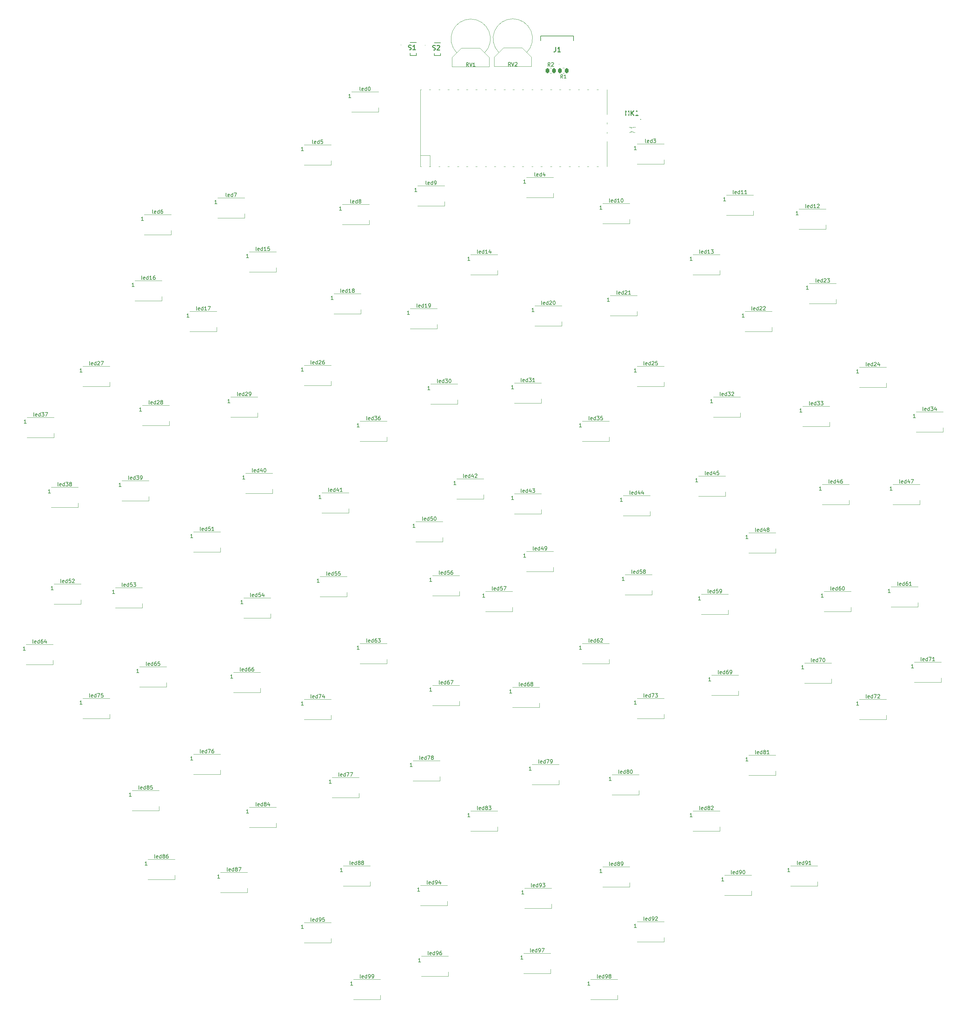
<source format=gto>
%TF.GenerationSoftware,KiCad,Pcbnew,(6.0.6)*%
%TF.CreationDate,2022-07-04T16:04:11-05:00*%
%TF.ProjectId,CircleBoard,43697263-6c65-4426-9f61-72642e6b6963,rev?*%
%TF.SameCoordinates,Original*%
%TF.FileFunction,Legend,Top*%
%TF.FilePolarity,Positive*%
%FSLAX46Y46*%
G04 Gerber Fmt 4.6, Leading zero omitted, Abs format (unit mm)*
G04 Created by KiCad (PCBNEW (6.0.6)) date 2022-07-04 16:04:11*
%MOMM*%
%LPD*%
G01*
G04 APERTURE LIST*
G04 Aperture macros list*
%AMRoundRect*
0 Rectangle with rounded corners*
0 $1 Rounding radius*
0 $2 $3 $4 $5 $6 $7 $8 $9 X,Y pos of 4 corners*
0 Add a 4 corners polygon primitive as box body*
4,1,4,$2,$3,$4,$5,$6,$7,$8,$9,$2,$3,0*
0 Add four circle primitives for the rounded corners*
1,1,$1+$1,$2,$3*
1,1,$1+$1,$4,$5*
1,1,$1+$1,$6,$7*
1,1,$1+$1,$8,$9*
0 Add four rect primitives between the rounded corners*
20,1,$1+$1,$2,$3,$4,$5,0*
20,1,$1+$1,$4,$5,$6,$7,0*
20,1,$1+$1,$6,$7,$8,$9,0*
20,1,$1+$1,$8,$9,$2,$3,0*%
%AMHorizOval*
0 Thick line with rounded ends*
0 $1 width*
0 $2 $3 position (X,Y) of the first rounded end (center of the circle)*
0 $4 $5 position (X,Y) of the second rounded end (center of the circle)*
0 Add line between two ends*
20,1,$1,$2,$3,$4,$5,0*
0 Add two circle primitives to create the rounded ends*
1,1,$1,$2,$3*
1,1,$1,$4,$5*%
G04 Aperture macros list end*
%ADD10C,0.150000*%
%ADD11C,0.254000*%
%ADD12C,0.120000*%
%ADD13C,0.200000*%
%ADD14C,0.100000*%
%ADD15C,5.500000*%
%ADD16R,1.500000X1.000000*%
%ADD17R,1.200000X1.400000*%
%ADD18R,1.840000X1.200000*%
%ADD19RoundRect,0.250000X0.262500X0.450000X-0.262500X0.450000X-0.262500X-0.450000X0.262500X-0.450000X0*%
%ADD20C,1.524000*%
%ADD21R,0.700000X1.200000*%
%ADD22R,0.760000X1.200000*%
%ADD23R,0.800000X1.200000*%
%ADD24C,2.010000*%
%ADD25R,1.700000X3.500000*%
%ADD26O,1.700000X1.700000*%
%ADD27R,3.500000X1.700000*%
%ADD28RoundRect,0.250000X-0.262500X-0.450000X0.262500X-0.450000X0.262500X0.450000X-0.262500X0.450000X0*%
%ADD29C,0.910000*%
%ADD30HorizOval,0.910000X-0.070711X0.070711X0.070711X-0.070711X0*%
%ADD31R,1.020000X1.470000*%
G04 APERTURE END LIST*
D10*
X92519714Y-245872380D02*
X92424476Y-245824761D01*
X92376857Y-245729523D01*
X92376857Y-244872380D01*
X93281619Y-245824761D02*
X93186380Y-245872380D01*
X92995904Y-245872380D01*
X92900666Y-245824761D01*
X92853047Y-245729523D01*
X92853047Y-245348571D01*
X92900666Y-245253333D01*
X92995904Y-245205714D01*
X93186380Y-245205714D01*
X93281619Y-245253333D01*
X93329238Y-245348571D01*
X93329238Y-245443809D01*
X92853047Y-245539047D01*
X94186380Y-245872380D02*
X94186380Y-244872380D01*
X94186380Y-245824761D02*
X94091142Y-245872380D01*
X93900666Y-245872380D01*
X93805428Y-245824761D01*
X93757809Y-245777142D01*
X93710190Y-245681904D01*
X93710190Y-245396190D01*
X93757809Y-245300952D01*
X93805428Y-245253333D01*
X93900666Y-245205714D01*
X94091142Y-245205714D01*
X94186380Y-245253333D01*
X94710190Y-245872380D02*
X94900666Y-245872380D01*
X94995904Y-245824761D01*
X95043523Y-245777142D01*
X95138761Y-245634285D01*
X95186380Y-245443809D01*
X95186380Y-245062857D01*
X95138761Y-244967619D01*
X95091142Y-244920000D01*
X94995904Y-244872380D01*
X94805428Y-244872380D01*
X94710190Y-244920000D01*
X94662571Y-244967619D01*
X94614952Y-245062857D01*
X94614952Y-245300952D01*
X94662571Y-245396190D01*
X94710190Y-245443809D01*
X94805428Y-245491428D01*
X94995904Y-245491428D01*
X95091142Y-245443809D01*
X95138761Y-245396190D01*
X95186380Y-245300952D01*
X95662571Y-245872380D02*
X95853047Y-245872380D01*
X95948285Y-245824761D01*
X95995904Y-245777142D01*
X96091142Y-245634285D01*
X96138761Y-245443809D01*
X96138761Y-245062857D01*
X96091142Y-244967619D01*
X96043523Y-244920000D01*
X95948285Y-244872380D01*
X95757809Y-244872380D01*
X95662571Y-244920000D01*
X95614952Y-244967619D01*
X95567333Y-245062857D01*
X95567333Y-245300952D01*
X95614952Y-245396190D01*
X95662571Y-245443809D01*
X95757809Y-245491428D01*
X95948285Y-245491428D01*
X96043523Y-245443809D01*
X96091142Y-245396190D01*
X96138761Y-245300952D01*
X90369714Y-247772380D02*
X89798285Y-247772380D01*
X90084000Y-247772380D02*
X90084000Y-246772380D01*
X89988761Y-246915238D01*
X89893523Y-247010476D01*
X89798285Y-247058095D01*
X157289714Y-245872380D02*
X157194476Y-245824761D01*
X157146857Y-245729523D01*
X157146857Y-244872380D01*
X158051619Y-245824761D02*
X157956380Y-245872380D01*
X157765904Y-245872380D01*
X157670666Y-245824761D01*
X157623047Y-245729523D01*
X157623047Y-245348571D01*
X157670666Y-245253333D01*
X157765904Y-245205714D01*
X157956380Y-245205714D01*
X158051619Y-245253333D01*
X158099238Y-245348571D01*
X158099238Y-245443809D01*
X157623047Y-245539047D01*
X158956380Y-245872380D02*
X158956380Y-244872380D01*
X158956380Y-245824761D02*
X158861142Y-245872380D01*
X158670666Y-245872380D01*
X158575428Y-245824761D01*
X158527809Y-245777142D01*
X158480190Y-245681904D01*
X158480190Y-245396190D01*
X158527809Y-245300952D01*
X158575428Y-245253333D01*
X158670666Y-245205714D01*
X158861142Y-245205714D01*
X158956380Y-245253333D01*
X159480190Y-245872380D02*
X159670666Y-245872380D01*
X159765904Y-245824761D01*
X159813523Y-245777142D01*
X159908761Y-245634285D01*
X159956380Y-245443809D01*
X159956380Y-245062857D01*
X159908761Y-244967619D01*
X159861142Y-244920000D01*
X159765904Y-244872380D01*
X159575428Y-244872380D01*
X159480190Y-244920000D01*
X159432571Y-244967619D01*
X159384952Y-245062857D01*
X159384952Y-245300952D01*
X159432571Y-245396190D01*
X159480190Y-245443809D01*
X159575428Y-245491428D01*
X159765904Y-245491428D01*
X159861142Y-245443809D01*
X159908761Y-245396190D01*
X159956380Y-245300952D01*
X160527809Y-245300952D02*
X160432571Y-245253333D01*
X160384952Y-245205714D01*
X160337333Y-245110476D01*
X160337333Y-245062857D01*
X160384952Y-244967619D01*
X160432571Y-244920000D01*
X160527809Y-244872380D01*
X160718285Y-244872380D01*
X160813523Y-244920000D01*
X160861142Y-244967619D01*
X160908761Y-245062857D01*
X160908761Y-245110476D01*
X160861142Y-245205714D01*
X160813523Y-245253333D01*
X160718285Y-245300952D01*
X160527809Y-245300952D01*
X160432571Y-245348571D01*
X160384952Y-245396190D01*
X160337333Y-245491428D01*
X160337333Y-245681904D01*
X160384952Y-245777142D01*
X160432571Y-245824761D01*
X160527809Y-245872380D01*
X160718285Y-245872380D01*
X160813523Y-245824761D01*
X160861142Y-245777142D01*
X160908761Y-245681904D01*
X160908761Y-245491428D01*
X160861142Y-245396190D01*
X160813523Y-245348571D01*
X160718285Y-245300952D01*
X155139714Y-247772380D02*
X154568285Y-247772380D01*
X154854000Y-247772380D02*
X154854000Y-246772380D01*
X154758761Y-246915238D01*
X154663523Y-247010476D01*
X154568285Y-247058095D01*
X139001714Y-238760380D02*
X138906476Y-238712761D01*
X138858857Y-238617523D01*
X138858857Y-237760380D01*
X139763619Y-238712761D02*
X139668380Y-238760380D01*
X139477904Y-238760380D01*
X139382666Y-238712761D01*
X139335047Y-238617523D01*
X139335047Y-238236571D01*
X139382666Y-238141333D01*
X139477904Y-238093714D01*
X139668380Y-238093714D01*
X139763619Y-238141333D01*
X139811238Y-238236571D01*
X139811238Y-238331809D01*
X139335047Y-238427047D01*
X140668380Y-238760380D02*
X140668380Y-237760380D01*
X140668380Y-238712761D02*
X140573142Y-238760380D01*
X140382666Y-238760380D01*
X140287428Y-238712761D01*
X140239809Y-238665142D01*
X140192190Y-238569904D01*
X140192190Y-238284190D01*
X140239809Y-238188952D01*
X140287428Y-238141333D01*
X140382666Y-238093714D01*
X140573142Y-238093714D01*
X140668380Y-238141333D01*
X141192190Y-238760380D02*
X141382666Y-238760380D01*
X141477904Y-238712761D01*
X141525523Y-238665142D01*
X141620761Y-238522285D01*
X141668380Y-238331809D01*
X141668380Y-237950857D01*
X141620761Y-237855619D01*
X141573142Y-237808000D01*
X141477904Y-237760380D01*
X141287428Y-237760380D01*
X141192190Y-237808000D01*
X141144571Y-237855619D01*
X141096952Y-237950857D01*
X141096952Y-238188952D01*
X141144571Y-238284190D01*
X141192190Y-238331809D01*
X141287428Y-238379428D01*
X141477904Y-238379428D01*
X141573142Y-238331809D01*
X141620761Y-238284190D01*
X141668380Y-238188952D01*
X142001714Y-237760380D02*
X142668380Y-237760380D01*
X142239809Y-238760380D01*
X136851714Y-240660380D02*
X136280285Y-240660380D01*
X136566000Y-240660380D02*
X136566000Y-239660380D01*
X136470761Y-239803238D01*
X136375523Y-239898476D01*
X136280285Y-239946095D01*
X111061714Y-239522380D02*
X110966476Y-239474761D01*
X110918857Y-239379523D01*
X110918857Y-238522380D01*
X111823619Y-239474761D02*
X111728380Y-239522380D01*
X111537904Y-239522380D01*
X111442666Y-239474761D01*
X111395047Y-239379523D01*
X111395047Y-238998571D01*
X111442666Y-238903333D01*
X111537904Y-238855714D01*
X111728380Y-238855714D01*
X111823619Y-238903333D01*
X111871238Y-238998571D01*
X111871238Y-239093809D01*
X111395047Y-239189047D01*
X112728380Y-239522380D02*
X112728380Y-238522380D01*
X112728380Y-239474761D02*
X112633142Y-239522380D01*
X112442666Y-239522380D01*
X112347428Y-239474761D01*
X112299809Y-239427142D01*
X112252190Y-239331904D01*
X112252190Y-239046190D01*
X112299809Y-238950952D01*
X112347428Y-238903333D01*
X112442666Y-238855714D01*
X112633142Y-238855714D01*
X112728380Y-238903333D01*
X113252190Y-239522380D02*
X113442666Y-239522380D01*
X113537904Y-239474761D01*
X113585523Y-239427142D01*
X113680761Y-239284285D01*
X113728380Y-239093809D01*
X113728380Y-238712857D01*
X113680761Y-238617619D01*
X113633142Y-238570000D01*
X113537904Y-238522380D01*
X113347428Y-238522380D01*
X113252190Y-238570000D01*
X113204571Y-238617619D01*
X113156952Y-238712857D01*
X113156952Y-238950952D01*
X113204571Y-239046190D01*
X113252190Y-239093809D01*
X113347428Y-239141428D01*
X113537904Y-239141428D01*
X113633142Y-239093809D01*
X113680761Y-239046190D01*
X113728380Y-238950952D01*
X114585523Y-238522380D02*
X114395047Y-238522380D01*
X114299809Y-238570000D01*
X114252190Y-238617619D01*
X114156952Y-238760476D01*
X114109333Y-238950952D01*
X114109333Y-239331904D01*
X114156952Y-239427142D01*
X114204571Y-239474761D01*
X114299809Y-239522380D01*
X114490285Y-239522380D01*
X114585523Y-239474761D01*
X114633142Y-239427142D01*
X114680761Y-239331904D01*
X114680761Y-239093809D01*
X114633142Y-238998571D01*
X114585523Y-238950952D01*
X114490285Y-238903333D01*
X114299809Y-238903333D01*
X114204571Y-238950952D01*
X114156952Y-238998571D01*
X114109333Y-239093809D01*
X108911714Y-241422380D02*
X108340285Y-241422380D01*
X108626000Y-241422380D02*
X108626000Y-240422380D01*
X108530761Y-240565238D01*
X108435523Y-240660476D01*
X108340285Y-240708095D01*
X79057714Y-230378380D02*
X78962476Y-230330761D01*
X78914857Y-230235523D01*
X78914857Y-229378380D01*
X79819619Y-230330761D02*
X79724380Y-230378380D01*
X79533904Y-230378380D01*
X79438666Y-230330761D01*
X79391047Y-230235523D01*
X79391047Y-229854571D01*
X79438666Y-229759333D01*
X79533904Y-229711714D01*
X79724380Y-229711714D01*
X79819619Y-229759333D01*
X79867238Y-229854571D01*
X79867238Y-229949809D01*
X79391047Y-230045047D01*
X80724380Y-230378380D02*
X80724380Y-229378380D01*
X80724380Y-230330761D02*
X80629142Y-230378380D01*
X80438666Y-230378380D01*
X80343428Y-230330761D01*
X80295809Y-230283142D01*
X80248190Y-230187904D01*
X80248190Y-229902190D01*
X80295809Y-229806952D01*
X80343428Y-229759333D01*
X80438666Y-229711714D01*
X80629142Y-229711714D01*
X80724380Y-229759333D01*
X81248190Y-230378380D02*
X81438666Y-230378380D01*
X81533904Y-230330761D01*
X81581523Y-230283142D01*
X81676761Y-230140285D01*
X81724380Y-229949809D01*
X81724380Y-229568857D01*
X81676761Y-229473619D01*
X81629142Y-229426000D01*
X81533904Y-229378380D01*
X81343428Y-229378380D01*
X81248190Y-229426000D01*
X81200571Y-229473619D01*
X81152952Y-229568857D01*
X81152952Y-229806952D01*
X81200571Y-229902190D01*
X81248190Y-229949809D01*
X81343428Y-229997428D01*
X81533904Y-229997428D01*
X81629142Y-229949809D01*
X81676761Y-229902190D01*
X81724380Y-229806952D01*
X82629142Y-229378380D02*
X82152952Y-229378380D01*
X82105333Y-229854571D01*
X82152952Y-229806952D01*
X82248190Y-229759333D01*
X82486285Y-229759333D01*
X82581523Y-229806952D01*
X82629142Y-229854571D01*
X82676761Y-229949809D01*
X82676761Y-230187904D01*
X82629142Y-230283142D01*
X82581523Y-230330761D01*
X82486285Y-230378380D01*
X82248190Y-230378380D01*
X82152952Y-230330761D01*
X82105333Y-230283142D01*
X76907714Y-232278380D02*
X76336285Y-232278380D01*
X76622000Y-232278380D02*
X76622000Y-231278380D01*
X76526761Y-231421238D01*
X76431523Y-231516476D01*
X76336285Y-231564095D01*
X110807714Y-220218380D02*
X110712476Y-220170761D01*
X110664857Y-220075523D01*
X110664857Y-219218380D01*
X111569619Y-220170761D02*
X111474380Y-220218380D01*
X111283904Y-220218380D01*
X111188666Y-220170761D01*
X111141047Y-220075523D01*
X111141047Y-219694571D01*
X111188666Y-219599333D01*
X111283904Y-219551714D01*
X111474380Y-219551714D01*
X111569619Y-219599333D01*
X111617238Y-219694571D01*
X111617238Y-219789809D01*
X111141047Y-219885047D01*
X112474380Y-220218380D02*
X112474380Y-219218380D01*
X112474380Y-220170761D02*
X112379142Y-220218380D01*
X112188666Y-220218380D01*
X112093428Y-220170761D01*
X112045809Y-220123142D01*
X111998190Y-220027904D01*
X111998190Y-219742190D01*
X112045809Y-219646952D01*
X112093428Y-219599333D01*
X112188666Y-219551714D01*
X112379142Y-219551714D01*
X112474380Y-219599333D01*
X112998190Y-220218380D02*
X113188666Y-220218380D01*
X113283904Y-220170761D01*
X113331523Y-220123142D01*
X113426761Y-219980285D01*
X113474380Y-219789809D01*
X113474380Y-219408857D01*
X113426761Y-219313619D01*
X113379142Y-219266000D01*
X113283904Y-219218380D01*
X113093428Y-219218380D01*
X112998190Y-219266000D01*
X112950571Y-219313619D01*
X112902952Y-219408857D01*
X112902952Y-219646952D01*
X112950571Y-219742190D01*
X112998190Y-219789809D01*
X113093428Y-219837428D01*
X113283904Y-219837428D01*
X113379142Y-219789809D01*
X113426761Y-219742190D01*
X113474380Y-219646952D01*
X114331523Y-219551714D02*
X114331523Y-220218380D01*
X114093428Y-219170761D02*
X113855333Y-219885047D01*
X114474380Y-219885047D01*
X108657714Y-222118380D02*
X108086285Y-222118380D01*
X108372000Y-222118380D02*
X108372000Y-221118380D01*
X108276761Y-221261238D01*
X108181523Y-221356476D01*
X108086285Y-221404095D01*
X139255714Y-220980380D02*
X139160476Y-220932761D01*
X139112857Y-220837523D01*
X139112857Y-219980380D01*
X140017619Y-220932761D02*
X139922380Y-220980380D01*
X139731904Y-220980380D01*
X139636666Y-220932761D01*
X139589047Y-220837523D01*
X139589047Y-220456571D01*
X139636666Y-220361333D01*
X139731904Y-220313714D01*
X139922380Y-220313714D01*
X140017619Y-220361333D01*
X140065238Y-220456571D01*
X140065238Y-220551809D01*
X139589047Y-220647047D01*
X140922380Y-220980380D02*
X140922380Y-219980380D01*
X140922380Y-220932761D02*
X140827142Y-220980380D01*
X140636666Y-220980380D01*
X140541428Y-220932761D01*
X140493809Y-220885142D01*
X140446190Y-220789904D01*
X140446190Y-220504190D01*
X140493809Y-220408952D01*
X140541428Y-220361333D01*
X140636666Y-220313714D01*
X140827142Y-220313714D01*
X140922380Y-220361333D01*
X141446190Y-220980380D02*
X141636666Y-220980380D01*
X141731904Y-220932761D01*
X141779523Y-220885142D01*
X141874761Y-220742285D01*
X141922380Y-220551809D01*
X141922380Y-220170857D01*
X141874761Y-220075619D01*
X141827142Y-220028000D01*
X141731904Y-219980380D01*
X141541428Y-219980380D01*
X141446190Y-220028000D01*
X141398571Y-220075619D01*
X141350952Y-220170857D01*
X141350952Y-220408952D01*
X141398571Y-220504190D01*
X141446190Y-220551809D01*
X141541428Y-220599428D01*
X141731904Y-220599428D01*
X141827142Y-220551809D01*
X141874761Y-220504190D01*
X141922380Y-220408952D01*
X142255714Y-219980380D02*
X142874761Y-219980380D01*
X142541428Y-220361333D01*
X142684285Y-220361333D01*
X142779523Y-220408952D01*
X142827142Y-220456571D01*
X142874761Y-220551809D01*
X142874761Y-220789904D01*
X142827142Y-220885142D01*
X142779523Y-220932761D01*
X142684285Y-220980380D01*
X142398571Y-220980380D01*
X142303333Y-220932761D01*
X142255714Y-220885142D01*
X137105714Y-222880380D02*
X136534285Y-222880380D01*
X136820000Y-222880380D02*
X136820000Y-221880380D01*
X136724761Y-222023238D01*
X136629523Y-222118476D01*
X136534285Y-222166095D01*
X169989714Y-230124380D02*
X169894476Y-230076761D01*
X169846857Y-229981523D01*
X169846857Y-229124380D01*
X170751619Y-230076761D02*
X170656380Y-230124380D01*
X170465904Y-230124380D01*
X170370666Y-230076761D01*
X170323047Y-229981523D01*
X170323047Y-229600571D01*
X170370666Y-229505333D01*
X170465904Y-229457714D01*
X170656380Y-229457714D01*
X170751619Y-229505333D01*
X170799238Y-229600571D01*
X170799238Y-229695809D01*
X170323047Y-229791047D01*
X171656380Y-230124380D02*
X171656380Y-229124380D01*
X171656380Y-230076761D02*
X171561142Y-230124380D01*
X171370666Y-230124380D01*
X171275428Y-230076761D01*
X171227809Y-230029142D01*
X171180190Y-229933904D01*
X171180190Y-229648190D01*
X171227809Y-229552952D01*
X171275428Y-229505333D01*
X171370666Y-229457714D01*
X171561142Y-229457714D01*
X171656380Y-229505333D01*
X172180190Y-230124380D02*
X172370666Y-230124380D01*
X172465904Y-230076761D01*
X172513523Y-230029142D01*
X172608761Y-229886285D01*
X172656380Y-229695809D01*
X172656380Y-229314857D01*
X172608761Y-229219619D01*
X172561142Y-229172000D01*
X172465904Y-229124380D01*
X172275428Y-229124380D01*
X172180190Y-229172000D01*
X172132571Y-229219619D01*
X172084952Y-229314857D01*
X172084952Y-229552952D01*
X172132571Y-229648190D01*
X172180190Y-229695809D01*
X172275428Y-229743428D01*
X172465904Y-229743428D01*
X172561142Y-229695809D01*
X172608761Y-229648190D01*
X172656380Y-229552952D01*
X173037333Y-229219619D02*
X173084952Y-229172000D01*
X173180190Y-229124380D01*
X173418285Y-229124380D01*
X173513523Y-229172000D01*
X173561142Y-229219619D01*
X173608761Y-229314857D01*
X173608761Y-229410095D01*
X173561142Y-229552952D01*
X172989714Y-230124380D01*
X173608761Y-230124380D01*
X167839714Y-232024380D02*
X167268285Y-232024380D01*
X167554000Y-232024380D02*
X167554000Y-231024380D01*
X167458761Y-231167238D01*
X167363523Y-231262476D01*
X167268285Y-231310095D01*
X211899714Y-214884380D02*
X211804476Y-214836761D01*
X211756857Y-214741523D01*
X211756857Y-213884380D01*
X212661619Y-214836761D02*
X212566380Y-214884380D01*
X212375904Y-214884380D01*
X212280666Y-214836761D01*
X212233047Y-214741523D01*
X212233047Y-214360571D01*
X212280666Y-214265333D01*
X212375904Y-214217714D01*
X212566380Y-214217714D01*
X212661619Y-214265333D01*
X212709238Y-214360571D01*
X212709238Y-214455809D01*
X212233047Y-214551047D01*
X213566380Y-214884380D02*
X213566380Y-213884380D01*
X213566380Y-214836761D02*
X213471142Y-214884380D01*
X213280666Y-214884380D01*
X213185428Y-214836761D01*
X213137809Y-214789142D01*
X213090190Y-214693904D01*
X213090190Y-214408190D01*
X213137809Y-214312952D01*
X213185428Y-214265333D01*
X213280666Y-214217714D01*
X213471142Y-214217714D01*
X213566380Y-214265333D01*
X214090190Y-214884380D02*
X214280666Y-214884380D01*
X214375904Y-214836761D01*
X214423523Y-214789142D01*
X214518761Y-214646285D01*
X214566380Y-214455809D01*
X214566380Y-214074857D01*
X214518761Y-213979619D01*
X214471142Y-213932000D01*
X214375904Y-213884380D01*
X214185428Y-213884380D01*
X214090190Y-213932000D01*
X214042571Y-213979619D01*
X213994952Y-214074857D01*
X213994952Y-214312952D01*
X214042571Y-214408190D01*
X214090190Y-214455809D01*
X214185428Y-214503428D01*
X214375904Y-214503428D01*
X214471142Y-214455809D01*
X214518761Y-214408190D01*
X214566380Y-214312952D01*
X215518761Y-214884380D02*
X214947333Y-214884380D01*
X215233047Y-214884380D02*
X215233047Y-213884380D01*
X215137809Y-214027238D01*
X215042571Y-214122476D01*
X214947333Y-214170095D01*
X209749714Y-216784380D02*
X209178285Y-216784380D01*
X209464000Y-216784380D02*
X209464000Y-215784380D01*
X209368761Y-215927238D01*
X209273523Y-216022476D01*
X209178285Y-216070095D01*
X193865714Y-217424380D02*
X193770476Y-217376761D01*
X193722857Y-217281523D01*
X193722857Y-216424380D01*
X194627619Y-217376761D02*
X194532380Y-217424380D01*
X194341904Y-217424380D01*
X194246666Y-217376761D01*
X194199047Y-217281523D01*
X194199047Y-216900571D01*
X194246666Y-216805333D01*
X194341904Y-216757714D01*
X194532380Y-216757714D01*
X194627619Y-216805333D01*
X194675238Y-216900571D01*
X194675238Y-216995809D01*
X194199047Y-217091047D01*
X195532380Y-217424380D02*
X195532380Y-216424380D01*
X195532380Y-217376761D02*
X195437142Y-217424380D01*
X195246666Y-217424380D01*
X195151428Y-217376761D01*
X195103809Y-217329142D01*
X195056190Y-217233904D01*
X195056190Y-216948190D01*
X195103809Y-216852952D01*
X195151428Y-216805333D01*
X195246666Y-216757714D01*
X195437142Y-216757714D01*
X195532380Y-216805333D01*
X196056190Y-217424380D02*
X196246666Y-217424380D01*
X196341904Y-217376761D01*
X196389523Y-217329142D01*
X196484761Y-217186285D01*
X196532380Y-216995809D01*
X196532380Y-216614857D01*
X196484761Y-216519619D01*
X196437142Y-216472000D01*
X196341904Y-216424380D01*
X196151428Y-216424380D01*
X196056190Y-216472000D01*
X196008571Y-216519619D01*
X195960952Y-216614857D01*
X195960952Y-216852952D01*
X196008571Y-216948190D01*
X196056190Y-216995809D01*
X196151428Y-217043428D01*
X196341904Y-217043428D01*
X196437142Y-216995809D01*
X196484761Y-216948190D01*
X196532380Y-216852952D01*
X197151428Y-216424380D02*
X197246666Y-216424380D01*
X197341904Y-216472000D01*
X197389523Y-216519619D01*
X197437142Y-216614857D01*
X197484761Y-216805333D01*
X197484761Y-217043428D01*
X197437142Y-217233904D01*
X197389523Y-217329142D01*
X197341904Y-217376761D01*
X197246666Y-217424380D01*
X197151428Y-217424380D01*
X197056190Y-217376761D01*
X197008571Y-217329142D01*
X196960952Y-217233904D01*
X196913333Y-217043428D01*
X196913333Y-216805333D01*
X196960952Y-216614857D01*
X197008571Y-216519619D01*
X197056190Y-216472000D01*
X197151428Y-216424380D01*
X191715714Y-219324380D02*
X191144285Y-219324380D01*
X191430000Y-219324380D02*
X191430000Y-218324380D01*
X191334761Y-218467238D01*
X191239523Y-218562476D01*
X191144285Y-218610095D01*
X160591714Y-215138380D02*
X160496476Y-215090761D01*
X160448857Y-214995523D01*
X160448857Y-214138380D01*
X161353619Y-215090761D02*
X161258380Y-215138380D01*
X161067904Y-215138380D01*
X160972666Y-215090761D01*
X160925047Y-214995523D01*
X160925047Y-214614571D01*
X160972666Y-214519333D01*
X161067904Y-214471714D01*
X161258380Y-214471714D01*
X161353619Y-214519333D01*
X161401238Y-214614571D01*
X161401238Y-214709809D01*
X160925047Y-214805047D01*
X162258380Y-215138380D02*
X162258380Y-214138380D01*
X162258380Y-215090761D02*
X162163142Y-215138380D01*
X161972666Y-215138380D01*
X161877428Y-215090761D01*
X161829809Y-215043142D01*
X161782190Y-214947904D01*
X161782190Y-214662190D01*
X161829809Y-214566952D01*
X161877428Y-214519333D01*
X161972666Y-214471714D01*
X162163142Y-214471714D01*
X162258380Y-214519333D01*
X162877428Y-214566952D02*
X162782190Y-214519333D01*
X162734571Y-214471714D01*
X162686952Y-214376476D01*
X162686952Y-214328857D01*
X162734571Y-214233619D01*
X162782190Y-214186000D01*
X162877428Y-214138380D01*
X163067904Y-214138380D01*
X163163142Y-214186000D01*
X163210761Y-214233619D01*
X163258380Y-214328857D01*
X163258380Y-214376476D01*
X163210761Y-214471714D01*
X163163142Y-214519333D01*
X163067904Y-214566952D01*
X162877428Y-214566952D01*
X162782190Y-214614571D01*
X162734571Y-214662190D01*
X162686952Y-214757428D01*
X162686952Y-214947904D01*
X162734571Y-215043142D01*
X162782190Y-215090761D01*
X162877428Y-215138380D01*
X163067904Y-215138380D01*
X163163142Y-215090761D01*
X163210761Y-215043142D01*
X163258380Y-214947904D01*
X163258380Y-214757428D01*
X163210761Y-214662190D01*
X163163142Y-214614571D01*
X163067904Y-214566952D01*
X163734571Y-215138380D02*
X163925047Y-215138380D01*
X164020285Y-215090761D01*
X164067904Y-215043142D01*
X164163142Y-214900285D01*
X164210761Y-214709809D01*
X164210761Y-214328857D01*
X164163142Y-214233619D01*
X164115523Y-214186000D01*
X164020285Y-214138380D01*
X163829809Y-214138380D01*
X163734571Y-214186000D01*
X163686952Y-214233619D01*
X163639333Y-214328857D01*
X163639333Y-214566952D01*
X163686952Y-214662190D01*
X163734571Y-214709809D01*
X163829809Y-214757428D01*
X164020285Y-214757428D01*
X164115523Y-214709809D01*
X164163142Y-214662190D01*
X164210761Y-214566952D01*
X158441714Y-217038380D02*
X157870285Y-217038380D01*
X158156000Y-217038380D02*
X158156000Y-216038380D01*
X158060761Y-216181238D01*
X157965523Y-216276476D01*
X157870285Y-216324095D01*
X89725714Y-214884380D02*
X89630476Y-214836761D01*
X89582857Y-214741523D01*
X89582857Y-213884380D01*
X90487619Y-214836761D02*
X90392380Y-214884380D01*
X90201904Y-214884380D01*
X90106666Y-214836761D01*
X90059047Y-214741523D01*
X90059047Y-214360571D01*
X90106666Y-214265333D01*
X90201904Y-214217714D01*
X90392380Y-214217714D01*
X90487619Y-214265333D01*
X90535238Y-214360571D01*
X90535238Y-214455809D01*
X90059047Y-214551047D01*
X91392380Y-214884380D02*
X91392380Y-213884380D01*
X91392380Y-214836761D02*
X91297142Y-214884380D01*
X91106666Y-214884380D01*
X91011428Y-214836761D01*
X90963809Y-214789142D01*
X90916190Y-214693904D01*
X90916190Y-214408190D01*
X90963809Y-214312952D01*
X91011428Y-214265333D01*
X91106666Y-214217714D01*
X91297142Y-214217714D01*
X91392380Y-214265333D01*
X92011428Y-214312952D02*
X91916190Y-214265333D01*
X91868571Y-214217714D01*
X91820952Y-214122476D01*
X91820952Y-214074857D01*
X91868571Y-213979619D01*
X91916190Y-213932000D01*
X92011428Y-213884380D01*
X92201904Y-213884380D01*
X92297142Y-213932000D01*
X92344761Y-213979619D01*
X92392380Y-214074857D01*
X92392380Y-214122476D01*
X92344761Y-214217714D01*
X92297142Y-214265333D01*
X92201904Y-214312952D01*
X92011428Y-214312952D01*
X91916190Y-214360571D01*
X91868571Y-214408190D01*
X91820952Y-214503428D01*
X91820952Y-214693904D01*
X91868571Y-214789142D01*
X91916190Y-214836761D01*
X92011428Y-214884380D01*
X92201904Y-214884380D01*
X92297142Y-214836761D01*
X92344761Y-214789142D01*
X92392380Y-214693904D01*
X92392380Y-214503428D01*
X92344761Y-214408190D01*
X92297142Y-214360571D01*
X92201904Y-214312952D01*
X92963809Y-214312952D02*
X92868571Y-214265333D01*
X92820952Y-214217714D01*
X92773333Y-214122476D01*
X92773333Y-214074857D01*
X92820952Y-213979619D01*
X92868571Y-213932000D01*
X92963809Y-213884380D01*
X93154285Y-213884380D01*
X93249523Y-213932000D01*
X93297142Y-213979619D01*
X93344761Y-214074857D01*
X93344761Y-214122476D01*
X93297142Y-214217714D01*
X93249523Y-214265333D01*
X93154285Y-214312952D01*
X92963809Y-214312952D01*
X92868571Y-214360571D01*
X92820952Y-214408190D01*
X92773333Y-214503428D01*
X92773333Y-214693904D01*
X92820952Y-214789142D01*
X92868571Y-214836761D01*
X92963809Y-214884380D01*
X93154285Y-214884380D01*
X93249523Y-214836761D01*
X93297142Y-214789142D01*
X93344761Y-214693904D01*
X93344761Y-214503428D01*
X93297142Y-214408190D01*
X93249523Y-214360571D01*
X93154285Y-214312952D01*
X87575714Y-216784380D02*
X87004285Y-216784380D01*
X87290000Y-216784380D02*
X87290000Y-215784380D01*
X87194761Y-215927238D01*
X87099523Y-216022476D01*
X87004285Y-216070095D01*
X56197714Y-216662380D02*
X56102476Y-216614761D01*
X56054857Y-216519523D01*
X56054857Y-215662380D01*
X56959619Y-216614761D02*
X56864380Y-216662380D01*
X56673904Y-216662380D01*
X56578666Y-216614761D01*
X56531047Y-216519523D01*
X56531047Y-216138571D01*
X56578666Y-216043333D01*
X56673904Y-215995714D01*
X56864380Y-215995714D01*
X56959619Y-216043333D01*
X57007238Y-216138571D01*
X57007238Y-216233809D01*
X56531047Y-216329047D01*
X57864380Y-216662380D02*
X57864380Y-215662380D01*
X57864380Y-216614761D02*
X57769142Y-216662380D01*
X57578666Y-216662380D01*
X57483428Y-216614761D01*
X57435809Y-216567142D01*
X57388190Y-216471904D01*
X57388190Y-216186190D01*
X57435809Y-216090952D01*
X57483428Y-216043333D01*
X57578666Y-215995714D01*
X57769142Y-215995714D01*
X57864380Y-216043333D01*
X58483428Y-216090952D02*
X58388190Y-216043333D01*
X58340571Y-215995714D01*
X58292952Y-215900476D01*
X58292952Y-215852857D01*
X58340571Y-215757619D01*
X58388190Y-215710000D01*
X58483428Y-215662380D01*
X58673904Y-215662380D01*
X58769142Y-215710000D01*
X58816761Y-215757619D01*
X58864380Y-215852857D01*
X58864380Y-215900476D01*
X58816761Y-215995714D01*
X58769142Y-216043333D01*
X58673904Y-216090952D01*
X58483428Y-216090952D01*
X58388190Y-216138571D01*
X58340571Y-216186190D01*
X58292952Y-216281428D01*
X58292952Y-216471904D01*
X58340571Y-216567142D01*
X58388190Y-216614761D01*
X58483428Y-216662380D01*
X58673904Y-216662380D01*
X58769142Y-216614761D01*
X58816761Y-216567142D01*
X58864380Y-216471904D01*
X58864380Y-216281428D01*
X58816761Y-216186190D01*
X58769142Y-216138571D01*
X58673904Y-216090952D01*
X59197714Y-215662380D02*
X59864380Y-215662380D01*
X59435809Y-216662380D01*
X54047714Y-218562380D02*
X53476285Y-218562380D01*
X53762000Y-218562380D02*
X53762000Y-217562380D01*
X53666761Y-217705238D01*
X53571523Y-217800476D01*
X53476285Y-217848095D01*
X36385714Y-213106380D02*
X36290476Y-213058761D01*
X36242857Y-212963523D01*
X36242857Y-212106380D01*
X37147619Y-213058761D02*
X37052380Y-213106380D01*
X36861904Y-213106380D01*
X36766666Y-213058761D01*
X36719047Y-212963523D01*
X36719047Y-212582571D01*
X36766666Y-212487333D01*
X36861904Y-212439714D01*
X37052380Y-212439714D01*
X37147619Y-212487333D01*
X37195238Y-212582571D01*
X37195238Y-212677809D01*
X36719047Y-212773047D01*
X38052380Y-213106380D02*
X38052380Y-212106380D01*
X38052380Y-213058761D02*
X37957142Y-213106380D01*
X37766666Y-213106380D01*
X37671428Y-213058761D01*
X37623809Y-213011142D01*
X37576190Y-212915904D01*
X37576190Y-212630190D01*
X37623809Y-212534952D01*
X37671428Y-212487333D01*
X37766666Y-212439714D01*
X37957142Y-212439714D01*
X38052380Y-212487333D01*
X38671428Y-212534952D02*
X38576190Y-212487333D01*
X38528571Y-212439714D01*
X38480952Y-212344476D01*
X38480952Y-212296857D01*
X38528571Y-212201619D01*
X38576190Y-212154000D01*
X38671428Y-212106380D01*
X38861904Y-212106380D01*
X38957142Y-212154000D01*
X39004761Y-212201619D01*
X39052380Y-212296857D01*
X39052380Y-212344476D01*
X39004761Y-212439714D01*
X38957142Y-212487333D01*
X38861904Y-212534952D01*
X38671428Y-212534952D01*
X38576190Y-212582571D01*
X38528571Y-212630190D01*
X38480952Y-212725428D01*
X38480952Y-212915904D01*
X38528571Y-213011142D01*
X38576190Y-213058761D01*
X38671428Y-213106380D01*
X38861904Y-213106380D01*
X38957142Y-213058761D01*
X39004761Y-213011142D01*
X39052380Y-212915904D01*
X39052380Y-212725428D01*
X39004761Y-212630190D01*
X38957142Y-212582571D01*
X38861904Y-212534952D01*
X39909523Y-212106380D02*
X39719047Y-212106380D01*
X39623809Y-212154000D01*
X39576190Y-212201619D01*
X39480952Y-212344476D01*
X39433333Y-212534952D01*
X39433333Y-212915904D01*
X39480952Y-213011142D01*
X39528571Y-213058761D01*
X39623809Y-213106380D01*
X39814285Y-213106380D01*
X39909523Y-213058761D01*
X39957142Y-213011142D01*
X40004761Y-212915904D01*
X40004761Y-212677809D01*
X39957142Y-212582571D01*
X39909523Y-212534952D01*
X39814285Y-212487333D01*
X39623809Y-212487333D01*
X39528571Y-212534952D01*
X39480952Y-212582571D01*
X39433333Y-212677809D01*
X34235714Y-215006380D02*
X33664285Y-215006380D01*
X33950000Y-215006380D02*
X33950000Y-214006380D01*
X33854761Y-214149238D01*
X33759523Y-214244476D01*
X33664285Y-214292095D01*
X32067714Y-194310380D02*
X31972476Y-194262761D01*
X31924857Y-194167523D01*
X31924857Y-193310380D01*
X32829619Y-194262761D02*
X32734380Y-194310380D01*
X32543904Y-194310380D01*
X32448666Y-194262761D01*
X32401047Y-194167523D01*
X32401047Y-193786571D01*
X32448666Y-193691333D01*
X32543904Y-193643714D01*
X32734380Y-193643714D01*
X32829619Y-193691333D01*
X32877238Y-193786571D01*
X32877238Y-193881809D01*
X32401047Y-193977047D01*
X33734380Y-194310380D02*
X33734380Y-193310380D01*
X33734380Y-194262761D02*
X33639142Y-194310380D01*
X33448666Y-194310380D01*
X33353428Y-194262761D01*
X33305809Y-194215142D01*
X33258190Y-194119904D01*
X33258190Y-193834190D01*
X33305809Y-193738952D01*
X33353428Y-193691333D01*
X33448666Y-193643714D01*
X33639142Y-193643714D01*
X33734380Y-193691333D01*
X34353428Y-193738952D02*
X34258190Y-193691333D01*
X34210571Y-193643714D01*
X34162952Y-193548476D01*
X34162952Y-193500857D01*
X34210571Y-193405619D01*
X34258190Y-193358000D01*
X34353428Y-193310380D01*
X34543904Y-193310380D01*
X34639142Y-193358000D01*
X34686761Y-193405619D01*
X34734380Y-193500857D01*
X34734380Y-193548476D01*
X34686761Y-193643714D01*
X34639142Y-193691333D01*
X34543904Y-193738952D01*
X34353428Y-193738952D01*
X34258190Y-193786571D01*
X34210571Y-193834190D01*
X34162952Y-193929428D01*
X34162952Y-194119904D01*
X34210571Y-194215142D01*
X34258190Y-194262761D01*
X34353428Y-194310380D01*
X34543904Y-194310380D01*
X34639142Y-194262761D01*
X34686761Y-194215142D01*
X34734380Y-194119904D01*
X34734380Y-193929428D01*
X34686761Y-193834190D01*
X34639142Y-193786571D01*
X34543904Y-193738952D01*
X35639142Y-193310380D02*
X35162952Y-193310380D01*
X35115333Y-193786571D01*
X35162952Y-193738952D01*
X35258190Y-193691333D01*
X35496285Y-193691333D01*
X35591523Y-193738952D01*
X35639142Y-193786571D01*
X35686761Y-193881809D01*
X35686761Y-194119904D01*
X35639142Y-194215142D01*
X35591523Y-194262761D01*
X35496285Y-194310380D01*
X35258190Y-194310380D01*
X35162952Y-194262761D01*
X35115333Y-194215142D01*
X29917714Y-196210380D02*
X29346285Y-196210380D01*
X29632000Y-196210380D02*
X29632000Y-195210380D01*
X29536761Y-195353238D01*
X29441523Y-195448476D01*
X29346285Y-195496095D01*
X64071714Y-198882380D02*
X63976476Y-198834761D01*
X63928857Y-198739523D01*
X63928857Y-197882380D01*
X64833619Y-198834761D02*
X64738380Y-198882380D01*
X64547904Y-198882380D01*
X64452666Y-198834761D01*
X64405047Y-198739523D01*
X64405047Y-198358571D01*
X64452666Y-198263333D01*
X64547904Y-198215714D01*
X64738380Y-198215714D01*
X64833619Y-198263333D01*
X64881238Y-198358571D01*
X64881238Y-198453809D01*
X64405047Y-198549047D01*
X65738380Y-198882380D02*
X65738380Y-197882380D01*
X65738380Y-198834761D02*
X65643142Y-198882380D01*
X65452666Y-198882380D01*
X65357428Y-198834761D01*
X65309809Y-198787142D01*
X65262190Y-198691904D01*
X65262190Y-198406190D01*
X65309809Y-198310952D01*
X65357428Y-198263333D01*
X65452666Y-198215714D01*
X65643142Y-198215714D01*
X65738380Y-198263333D01*
X66357428Y-198310952D02*
X66262190Y-198263333D01*
X66214571Y-198215714D01*
X66166952Y-198120476D01*
X66166952Y-198072857D01*
X66214571Y-197977619D01*
X66262190Y-197930000D01*
X66357428Y-197882380D01*
X66547904Y-197882380D01*
X66643142Y-197930000D01*
X66690761Y-197977619D01*
X66738380Y-198072857D01*
X66738380Y-198120476D01*
X66690761Y-198215714D01*
X66643142Y-198263333D01*
X66547904Y-198310952D01*
X66357428Y-198310952D01*
X66262190Y-198358571D01*
X66214571Y-198406190D01*
X66166952Y-198501428D01*
X66166952Y-198691904D01*
X66214571Y-198787142D01*
X66262190Y-198834761D01*
X66357428Y-198882380D01*
X66547904Y-198882380D01*
X66643142Y-198834761D01*
X66690761Y-198787142D01*
X66738380Y-198691904D01*
X66738380Y-198501428D01*
X66690761Y-198406190D01*
X66643142Y-198358571D01*
X66547904Y-198310952D01*
X67595523Y-198215714D02*
X67595523Y-198882380D01*
X67357428Y-197834761D02*
X67119333Y-198549047D01*
X67738380Y-198549047D01*
X61921714Y-200782380D02*
X61350285Y-200782380D01*
X61636000Y-200782380D02*
X61636000Y-199782380D01*
X61540761Y-199925238D01*
X61445523Y-200020476D01*
X61350285Y-200068095D01*
X124523714Y-199898380D02*
X124428476Y-199850761D01*
X124380857Y-199755523D01*
X124380857Y-198898380D01*
X125285619Y-199850761D02*
X125190380Y-199898380D01*
X124999904Y-199898380D01*
X124904666Y-199850761D01*
X124857047Y-199755523D01*
X124857047Y-199374571D01*
X124904666Y-199279333D01*
X124999904Y-199231714D01*
X125190380Y-199231714D01*
X125285619Y-199279333D01*
X125333238Y-199374571D01*
X125333238Y-199469809D01*
X124857047Y-199565047D01*
X126190380Y-199898380D02*
X126190380Y-198898380D01*
X126190380Y-199850761D02*
X126095142Y-199898380D01*
X125904666Y-199898380D01*
X125809428Y-199850761D01*
X125761809Y-199803142D01*
X125714190Y-199707904D01*
X125714190Y-199422190D01*
X125761809Y-199326952D01*
X125809428Y-199279333D01*
X125904666Y-199231714D01*
X126095142Y-199231714D01*
X126190380Y-199279333D01*
X126809428Y-199326952D02*
X126714190Y-199279333D01*
X126666571Y-199231714D01*
X126618952Y-199136476D01*
X126618952Y-199088857D01*
X126666571Y-198993619D01*
X126714190Y-198946000D01*
X126809428Y-198898380D01*
X126999904Y-198898380D01*
X127095142Y-198946000D01*
X127142761Y-198993619D01*
X127190380Y-199088857D01*
X127190380Y-199136476D01*
X127142761Y-199231714D01*
X127095142Y-199279333D01*
X126999904Y-199326952D01*
X126809428Y-199326952D01*
X126714190Y-199374571D01*
X126666571Y-199422190D01*
X126618952Y-199517428D01*
X126618952Y-199707904D01*
X126666571Y-199803142D01*
X126714190Y-199850761D01*
X126809428Y-199898380D01*
X126999904Y-199898380D01*
X127095142Y-199850761D01*
X127142761Y-199803142D01*
X127190380Y-199707904D01*
X127190380Y-199517428D01*
X127142761Y-199422190D01*
X127095142Y-199374571D01*
X126999904Y-199326952D01*
X127523714Y-198898380D02*
X128142761Y-198898380D01*
X127809428Y-199279333D01*
X127952285Y-199279333D01*
X128047523Y-199326952D01*
X128095142Y-199374571D01*
X128142761Y-199469809D01*
X128142761Y-199707904D01*
X128095142Y-199803142D01*
X128047523Y-199850761D01*
X127952285Y-199898380D01*
X127666571Y-199898380D01*
X127571333Y-199850761D01*
X127523714Y-199803142D01*
X122373714Y-201798380D02*
X121802285Y-201798380D01*
X122088000Y-201798380D02*
X122088000Y-200798380D01*
X121992761Y-200941238D01*
X121897523Y-201036476D01*
X121802285Y-201084095D01*
X185229714Y-199898380D02*
X185134476Y-199850761D01*
X185086857Y-199755523D01*
X185086857Y-198898380D01*
X185991619Y-199850761D02*
X185896380Y-199898380D01*
X185705904Y-199898380D01*
X185610666Y-199850761D01*
X185563047Y-199755523D01*
X185563047Y-199374571D01*
X185610666Y-199279333D01*
X185705904Y-199231714D01*
X185896380Y-199231714D01*
X185991619Y-199279333D01*
X186039238Y-199374571D01*
X186039238Y-199469809D01*
X185563047Y-199565047D01*
X186896380Y-199898380D02*
X186896380Y-198898380D01*
X186896380Y-199850761D02*
X186801142Y-199898380D01*
X186610666Y-199898380D01*
X186515428Y-199850761D01*
X186467809Y-199803142D01*
X186420190Y-199707904D01*
X186420190Y-199422190D01*
X186467809Y-199326952D01*
X186515428Y-199279333D01*
X186610666Y-199231714D01*
X186801142Y-199231714D01*
X186896380Y-199279333D01*
X187515428Y-199326952D02*
X187420190Y-199279333D01*
X187372571Y-199231714D01*
X187324952Y-199136476D01*
X187324952Y-199088857D01*
X187372571Y-198993619D01*
X187420190Y-198946000D01*
X187515428Y-198898380D01*
X187705904Y-198898380D01*
X187801142Y-198946000D01*
X187848761Y-198993619D01*
X187896380Y-199088857D01*
X187896380Y-199136476D01*
X187848761Y-199231714D01*
X187801142Y-199279333D01*
X187705904Y-199326952D01*
X187515428Y-199326952D01*
X187420190Y-199374571D01*
X187372571Y-199422190D01*
X187324952Y-199517428D01*
X187324952Y-199707904D01*
X187372571Y-199803142D01*
X187420190Y-199850761D01*
X187515428Y-199898380D01*
X187705904Y-199898380D01*
X187801142Y-199850761D01*
X187848761Y-199803142D01*
X187896380Y-199707904D01*
X187896380Y-199517428D01*
X187848761Y-199422190D01*
X187801142Y-199374571D01*
X187705904Y-199326952D01*
X188277333Y-198993619D02*
X188324952Y-198946000D01*
X188420190Y-198898380D01*
X188658285Y-198898380D01*
X188753523Y-198946000D01*
X188801142Y-198993619D01*
X188848761Y-199088857D01*
X188848761Y-199184095D01*
X188801142Y-199326952D01*
X188229714Y-199898380D01*
X188848761Y-199898380D01*
X183079714Y-201798380D02*
X182508285Y-201798380D01*
X182794000Y-201798380D02*
X182794000Y-200798380D01*
X182698761Y-200941238D01*
X182603523Y-201036476D01*
X182508285Y-201084095D01*
X200469714Y-184658380D02*
X200374476Y-184610761D01*
X200326857Y-184515523D01*
X200326857Y-183658380D01*
X201231619Y-184610761D02*
X201136380Y-184658380D01*
X200945904Y-184658380D01*
X200850666Y-184610761D01*
X200803047Y-184515523D01*
X200803047Y-184134571D01*
X200850666Y-184039333D01*
X200945904Y-183991714D01*
X201136380Y-183991714D01*
X201231619Y-184039333D01*
X201279238Y-184134571D01*
X201279238Y-184229809D01*
X200803047Y-184325047D01*
X202136380Y-184658380D02*
X202136380Y-183658380D01*
X202136380Y-184610761D02*
X202041142Y-184658380D01*
X201850666Y-184658380D01*
X201755428Y-184610761D01*
X201707809Y-184563142D01*
X201660190Y-184467904D01*
X201660190Y-184182190D01*
X201707809Y-184086952D01*
X201755428Y-184039333D01*
X201850666Y-183991714D01*
X202041142Y-183991714D01*
X202136380Y-184039333D01*
X202755428Y-184086952D02*
X202660190Y-184039333D01*
X202612571Y-183991714D01*
X202564952Y-183896476D01*
X202564952Y-183848857D01*
X202612571Y-183753619D01*
X202660190Y-183706000D01*
X202755428Y-183658380D01*
X202945904Y-183658380D01*
X203041142Y-183706000D01*
X203088761Y-183753619D01*
X203136380Y-183848857D01*
X203136380Y-183896476D01*
X203088761Y-183991714D01*
X203041142Y-184039333D01*
X202945904Y-184086952D01*
X202755428Y-184086952D01*
X202660190Y-184134571D01*
X202612571Y-184182190D01*
X202564952Y-184277428D01*
X202564952Y-184467904D01*
X202612571Y-184563142D01*
X202660190Y-184610761D01*
X202755428Y-184658380D01*
X202945904Y-184658380D01*
X203041142Y-184610761D01*
X203088761Y-184563142D01*
X203136380Y-184467904D01*
X203136380Y-184277428D01*
X203088761Y-184182190D01*
X203041142Y-184134571D01*
X202945904Y-184086952D01*
X204088761Y-184658380D02*
X203517333Y-184658380D01*
X203803047Y-184658380D02*
X203803047Y-183658380D01*
X203707809Y-183801238D01*
X203612571Y-183896476D01*
X203517333Y-183944095D01*
X198319714Y-186558380D02*
X197748285Y-186558380D01*
X198034000Y-186558380D02*
X198034000Y-185558380D01*
X197938761Y-185701238D01*
X197843523Y-185796476D01*
X197748285Y-185844095D01*
X163131714Y-189992380D02*
X163036476Y-189944761D01*
X162988857Y-189849523D01*
X162988857Y-188992380D01*
X163893619Y-189944761D02*
X163798380Y-189992380D01*
X163607904Y-189992380D01*
X163512666Y-189944761D01*
X163465047Y-189849523D01*
X163465047Y-189468571D01*
X163512666Y-189373333D01*
X163607904Y-189325714D01*
X163798380Y-189325714D01*
X163893619Y-189373333D01*
X163941238Y-189468571D01*
X163941238Y-189563809D01*
X163465047Y-189659047D01*
X164798380Y-189992380D02*
X164798380Y-188992380D01*
X164798380Y-189944761D02*
X164703142Y-189992380D01*
X164512666Y-189992380D01*
X164417428Y-189944761D01*
X164369809Y-189897142D01*
X164322190Y-189801904D01*
X164322190Y-189516190D01*
X164369809Y-189420952D01*
X164417428Y-189373333D01*
X164512666Y-189325714D01*
X164703142Y-189325714D01*
X164798380Y-189373333D01*
X165417428Y-189420952D02*
X165322190Y-189373333D01*
X165274571Y-189325714D01*
X165226952Y-189230476D01*
X165226952Y-189182857D01*
X165274571Y-189087619D01*
X165322190Y-189040000D01*
X165417428Y-188992380D01*
X165607904Y-188992380D01*
X165703142Y-189040000D01*
X165750761Y-189087619D01*
X165798380Y-189182857D01*
X165798380Y-189230476D01*
X165750761Y-189325714D01*
X165703142Y-189373333D01*
X165607904Y-189420952D01*
X165417428Y-189420952D01*
X165322190Y-189468571D01*
X165274571Y-189516190D01*
X165226952Y-189611428D01*
X165226952Y-189801904D01*
X165274571Y-189897142D01*
X165322190Y-189944761D01*
X165417428Y-189992380D01*
X165607904Y-189992380D01*
X165703142Y-189944761D01*
X165750761Y-189897142D01*
X165798380Y-189801904D01*
X165798380Y-189611428D01*
X165750761Y-189516190D01*
X165703142Y-189468571D01*
X165607904Y-189420952D01*
X166417428Y-188992380D02*
X166512666Y-188992380D01*
X166607904Y-189040000D01*
X166655523Y-189087619D01*
X166703142Y-189182857D01*
X166750761Y-189373333D01*
X166750761Y-189611428D01*
X166703142Y-189801904D01*
X166655523Y-189897142D01*
X166607904Y-189944761D01*
X166512666Y-189992380D01*
X166417428Y-189992380D01*
X166322190Y-189944761D01*
X166274571Y-189897142D01*
X166226952Y-189801904D01*
X166179333Y-189611428D01*
X166179333Y-189373333D01*
X166226952Y-189182857D01*
X166274571Y-189087619D01*
X166322190Y-189040000D01*
X166417428Y-188992380D01*
X160981714Y-191892380D02*
X160410285Y-191892380D01*
X160696000Y-191892380D02*
X160696000Y-190892380D01*
X160600761Y-191035238D01*
X160505523Y-191130476D01*
X160410285Y-191178095D01*
X141287714Y-187198380D02*
X141192476Y-187150761D01*
X141144857Y-187055523D01*
X141144857Y-186198380D01*
X142049619Y-187150761D02*
X141954380Y-187198380D01*
X141763904Y-187198380D01*
X141668666Y-187150761D01*
X141621047Y-187055523D01*
X141621047Y-186674571D01*
X141668666Y-186579333D01*
X141763904Y-186531714D01*
X141954380Y-186531714D01*
X142049619Y-186579333D01*
X142097238Y-186674571D01*
X142097238Y-186769809D01*
X141621047Y-186865047D01*
X142954380Y-187198380D02*
X142954380Y-186198380D01*
X142954380Y-187150761D02*
X142859142Y-187198380D01*
X142668666Y-187198380D01*
X142573428Y-187150761D01*
X142525809Y-187103142D01*
X142478190Y-187007904D01*
X142478190Y-186722190D01*
X142525809Y-186626952D01*
X142573428Y-186579333D01*
X142668666Y-186531714D01*
X142859142Y-186531714D01*
X142954380Y-186579333D01*
X143335333Y-186198380D02*
X144002000Y-186198380D01*
X143573428Y-187198380D01*
X144430571Y-187198380D02*
X144621047Y-187198380D01*
X144716285Y-187150761D01*
X144763904Y-187103142D01*
X144859142Y-186960285D01*
X144906761Y-186769809D01*
X144906761Y-186388857D01*
X144859142Y-186293619D01*
X144811523Y-186246000D01*
X144716285Y-186198380D01*
X144525809Y-186198380D01*
X144430571Y-186246000D01*
X144382952Y-186293619D01*
X144335333Y-186388857D01*
X144335333Y-186626952D01*
X144382952Y-186722190D01*
X144430571Y-186769809D01*
X144525809Y-186817428D01*
X144716285Y-186817428D01*
X144811523Y-186769809D01*
X144859142Y-186722190D01*
X144906761Y-186626952D01*
X139137714Y-189098380D02*
X138566285Y-189098380D01*
X138852000Y-189098380D02*
X138852000Y-188098380D01*
X138756761Y-188241238D01*
X138661523Y-188336476D01*
X138566285Y-188384095D01*
X108775714Y-186182380D02*
X108680476Y-186134761D01*
X108632857Y-186039523D01*
X108632857Y-185182380D01*
X109537619Y-186134761D02*
X109442380Y-186182380D01*
X109251904Y-186182380D01*
X109156666Y-186134761D01*
X109109047Y-186039523D01*
X109109047Y-185658571D01*
X109156666Y-185563333D01*
X109251904Y-185515714D01*
X109442380Y-185515714D01*
X109537619Y-185563333D01*
X109585238Y-185658571D01*
X109585238Y-185753809D01*
X109109047Y-185849047D01*
X110442380Y-186182380D02*
X110442380Y-185182380D01*
X110442380Y-186134761D02*
X110347142Y-186182380D01*
X110156666Y-186182380D01*
X110061428Y-186134761D01*
X110013809Y-186087142D01*
X109966190Y-185991904D01*
X109966190Y-185706190D01*
X110013809Y-185610952D01*
X110061428Y-185563333D01*
X110156666Y-185515714D01*
X110347142Y-185515714D01*
X110442380Y-185563333D01*
X110823333Y-185182380D02*
X111490000Y-185182380D01*
X111061428Y-186182380D01*
X112013809Y-185610952D02*
X111918571Y-185563333D01*
X111870952Y-185515714D01*
X111823333Y-185420476D01*
X111823333Y-185372857D01*
X111870952Y-185277619D01*
X111918571Y-185230000D01*
X112013809Y-185182380D01*
X112204285Y-185182380D01*
X112299523Y-185230000D01*
X112347142Y-185277619D01*
X112394761Y-185372857D01*
X112394761Y-185420476D01*
X112347142Y-185515714D01*
X112299523Y-185563333D01*
X112204285Y-185610952D01*
X112013809Y-185610952D01*
X111918571Y-185658571D01*
X111870952Y-185706190D01*
X111823333Y-185801428D01*
X111823333Y-185991904D01*
X111870952Y-186087142D01*
X111918571Y-186134761D01*
X112013809Y-186182380D01*
X112204285Y-186182380D01*
X112299523Y-186134761D01*
X112347142Y-186087142D01*
X112394761Y-185991904D01*
X112394761Y-185801428D01*
X112347142Y-185706190D01*
X112299523Y-185658571D01*
X112204285Y-185610952D01*
X106625714Y-188082380D02*
X106054285Y-188082380D01*
X106340000Y-188082380D02*
X106340000Y-187082380D01*
X106244761Y-187225238D01*
X106149523Y-187320476D01*
X106054285Y-187368095D01*
X86677714Y-190754380D02*
X86582476Y-190706761D01*
X86534857Y-190611523D01*
X86534857Y-189754380D01*
X87439619Y-190706761D02*
X87344380Y-190754380D01*
X87153904Y-190754380D01*
X87058666Y-190706761D01*
X87011047Y-190611523D01*
X87011047Y-190230571D01*
X87058666Y-190135333D01*
X87153904Y-190087714D01*
X87344380Y-190087714D01*
X87439619Y-190135333D01*
X87487238Y-190230571D01*
X87487238Y-190325809D01*
X87011047Y-190421047D01*
X88344380Y-190754380D02*
X88344380Y-189754380D01*
X88344380Y-190706761D02*
X88249142Y-190754380D01*
X88058666Y-190754380D01*
X87963428Y-190706761D01*
X87915809Y-190659142D01*
X87868190Y-190563904D01*
X87868190Y-190278190D01*
X87915809Y-190182952D01*
X87963428Y-190135333D01*
X88058666Y-190087714D01*
X88249142Y-190087714D01*
X88344380Y-190135333D01*
X88725333Y-189754380D02*
X89392000Y-189754380D01*
X88963428Y-190754380D01*
X89677714Y-189754380D02*
X90344380Y-189754380D01*
X89915809Y-190754380D01*
X84527714Y-192654380D02*
X83956285Y-192654380D01*
X84242000Y-192654380D02*
X84242000Y-191654380D01*
X84146761Y-191797238D01*
X84051523Y-191892476D01*
X83956285Y-191940095D01*
X48831714Y-184404380D02*
X48736476Y-184356761D01*
X48688857Y-184261523D01*
X48688857Y-183404380D01*
X49593619Y-184356761D02*
X49498380Y-184404380D01*
X49307904Y-184404380D01*
X49212666Y-184356761D01*
X49165047Y-184261523D01*
X49165047Y-183880571D01*
X49212666Y-183785333D01*
X49307904Y-183737714D01*
X49498380Y-183737714D01*
X49593619Y-183785333D01*
X49641238Y-183880571D01*
X49641238Y-183975809D01*
X49165047Y-184071047D01*
X50498380Y-184404380D02*
X50498380Y-183404380D01*
X50498380Y-184356761D02*
X50403142Y-184404380D01*
X50212666Y-184404380D01*
X50117428Y-184356761D01*
X50069809Y-184309142D01*
X50022190Y-184213904D01*
X50022190Y-183928190D01*
X50069809Y-183832952D01*
X50117428Y-183785333D01*
X50212666Y-183737714D01*
X50403142Y-183737714D01*
X50498380Y-183785333D01*
X50879333Y-183404380D02*
X51546000Y-183404380D01*
X51117428Y-184404380D01*
X52355523Y-183404380D02*
X52165047Y-183404380D01*
X52069809Y-183452000D01*
X52022190Y-183499619D01*
X51926952Y-183642476D01*
X51879333Y-183832952D01*
X51879333Y-184213904D01*
X51926952Y-184309142D01*
X51974571Y-184356761D01*
X52069809Y-184404380D01*
X52260285Y-184404380D01*
X52355523Y-184356761D01*
X52403142Y-184309142D01*
X52450761Y-184213904D01*
X52450761Y-183975809D01*
X52403142Y-183880571D01*
X52355523Y-183832952D01*
X52260285Y-183785333D01*
X52069809Y-183785333D01*
X51974571Y-183832952D01*
X51926952Y-183880571D01*
X51879333Y-183975809D01*
X46681714Y-186304380D02*
X46110285Y-186304380D01*
X46396000Y-186304380D02*
X46396000Y-185304380D01*
X46300761Y-185447238D01*
X46205523Y-185542476D01*
X46110285Y-185590095D01*
X18605714Y-169164380D02*
X18510476Y-169116761D01*
X18462857Y-169021523D01*
X18462857Y-168164380D01*
X19367619Y-169116761D02*
X19272380Y-169164380D01*
X19081904Y-169164380D01*
X18986666Y-169116761D01*
X18939047Y-169021523D01*
X18939047Y-168640571D01*
X18986666Y-168545333D01*
X19081904Y-168497714D01*
X19272380Y-168497714D01*
X19367619Y-168545333D01*
X19415238Y-168640571D01*
X19415238Y-168735809D01*
X18939047Y-168831047D01*
X20272380Y-169164380D02*
X20272380Y-168164380D01*
X20272380Y-169116761D02*
X20177142Y-169164380D01*
X19986666Y-169164380D01*
X19891428Y-169116761D01*
X19843809Y-169069142D01*
X19796190Y-168973904D01*
X19796190Y-168688190D01*
X19843809Y-168592952D01*
X19891428Y-168545333D01*
X19986666Y-168497714D01*
X20177142Y-168497714D01*
X20272380Y-168545333D01*
X20653333Y-168164380D02*
X21320000Y-168164380D01*
X20891428Y-169164380D01*
X22177142Y-168164380D02*
X21700952Y-168164380D01*
X21653333Y-168640571D01*
X21700952Y-168592952D01*
X21796190Y-168545333D01*
X22034285Y-168545333D01*
X22129523Y-168592952D01*
X22177142Y-168640571D01*
X22224761Y-168735809D01*
X22224761Y-168973904D01*
X22177142Y-169069142D01*
X22129523Y-169116761D01*
X22034285Y-169164380D01*
X21796190Y-169164380D01*
X21700952Y-169116761D01*
X21653333Y-169069142D01*
X16455714Y-171064380D02*
X15884285Y-171064380D01*
X16170000Y-171064380D02*
X16170000Y-170064380D01*
X16074761Y-170207238D01*
X15979523Y-170302476D01*
X15884285Y-170350095D01*
X79057714Y-169418380D02*
X78962476Y-169370761D01*
X78914857Y-169275523D01*
X78914857Y-168418380D01*
X79819619Y-169370761D02*
X79724380Y-169418380D01*
X79533904Y-169418380D01*
X79438666Y-169370761D01*
X79391047Y-169275523D01*
X79391047Y-168894571D01*
X79438666Y-168799333D01*
X79533904Y-168751714D01*
X79724380Y-168751714D01*
X79819619Y-168799333D01*
X79867238Y-168894571D01*
X79867238Y-168989809D01*
X79391047Y-169085047D01*
X80724380Y-169418380D02*
X80724380Y-168418380D01*
X80724380Y-169370761D02*
X80629142Y-169418380D01*
X80438666Y-169418380D01*
X80343428Y-169370761D01*
X80295809Y-169323142D01*
X80248190Y-169227904D01*
X80248190Y-168942190D01*
X80295809Y-168846952D01*
X80343428Y-168799333D01*
X80438666Y-168751714D01*
X80629142Y-168751714D01*
X80724380Y-168799333D01*
X81105333Y-168418380D02*
X81772000Y-168418380D01*
X81343428Y-169418380D01*
X82581523Y-168751714D02*
X82581523Y-169418380D01*
X82343428Y-168370761D02*
X82105333Y-169085047D01*
X82724380Y-169085047D01*
X76907714Y-171318380D02*
X76336285Y-171318380D01*
X76622000Y-171318380D02*
X76622000Y-170318380D01*
X76526761Y-170461238D01*
X76431523Y-170556476D01*
X76336285Y-170604095D01*
X169989714Y-169164380D02*
X169894476Y-169116761D01*
X169846857Y-169021523D01*
X169846857Y-168164380D01*
X170751619Y-169116761D02*
X170656380Y-169164380D01*
X170465904Y-169164380D01*
X170370666Y-169116761D01*
X170323047Y-169021523D01*
X170323047Y-168640571D01*
X170370666Y-168545333D01*
X170465904Y-168497714D01*
X170656380Y-168497714D01*
X170751619Y-168545333D01*
X170799238Y-168640571D01*
X170799238Y-168735809D01*
X170323047Y-168831047D01*
X171656380Y-169164380D02*
X171656380Y-168164380D01*
X171656380Y-169116761D02*
X171561142Y-169164380D01*
X171370666Y-169164380D01*
X171275428Y-169116761D01*
X171227809Y-169069142D01*
X171180190Y-168973904D01*
X171180190Y-168688190D01*
X171227809Y-168592952D01*
X171275428Y-168545333D01*
X171370666Y-168497714D01*
X171561142Y-168497714D01*
X171656380Y-168545333D01*
X172037333Y-168164380D02*
X172704000Y-168164380D01*
X172275428Y-169164380D01*
X172989714Y-168164380D02*
X173608761Y-168164380D01*
X173275428Y-168545333D01*
X173418285Y-168545333D01*
X173513523Y-168592952D01*
X173561142Y-168640571D01*
X173608761Y-168735809D01*
X173608761Y-168973904D01*
X173561142Y-169069142D01*
X173513523Y-169116761D01*
X173418285Y-169164380D01*
X173132571Y-169164380D01*
X173037333Y-169116761D01*
X172989714Y-169069142D01*
X167839714Y-171064380D02*
X167268285Y-171064380D01*
X167554000Y-171064380D02*
X167554000Y-170064380D01*
X167458761Y-170207238D01*
X167363523Y-170302476D01*
X167268285Y-170350095D01*
X230695714Y-169418380D02*
X230600476Y-169370761D01*
X230552857Y-169275523D01*
X230552857Y-168418380D01*
X231457619Y-169370761D02*
X231362380Y-169418380D01*
X231171904Y-169418380D01*
X231076666Y-169370761D01*
X231029047Y-169275523D01*
X231029047Y-168894571D01*
X231076666Y-168799333D01*
X231171904Y-168751714D01*
X231362380Y-168751714D01*
X231457619Y-168799333D01*
X231505238Y-168894571D01*
X231505238Y-168989809D01*
X231029047Y-169085047D01*
X232362380Y-169418380D02*
X232362380Y-168418380D01*
X232362380Y-169370761D02*
X232267142Y-169418380D01*
X232076666Y-169418380D01*
X231981428Y-169370761D01*
X231933809Y-169323142D01*
X231886190Y-169227904D01*
X231886190Y-168942190D01*
X231933809Y-168846952D01*
X231981428Y-168799333D01*
X232076666Y-168751714D01*
X232267142Y-168751714D01*
X232362380Y-168799333D01*
X232743333Y-168418380D02*
X233410000Y-168418380D01*
X232981428Y-169418380D01*
X233743333Y-168513619D02*
X233790952Y-168466000D01*
X233886190Y-168418380D01*
X234124285Y-168418380D01*
X234219523Y-168466000D01*
X234267142Y-168513619D01*
X234314761Y-168608857D01*
X234314761Y-168704095D01*
X234267142Y-168846952D01*
X233695714Y-169418380D01*
X234314761Y-169418380D01*
X228545714Y-171318380D02*
X227974285Y-171318380D01*
X228260000Y-171318380D02*
X228260000Y-170318380D01*
X228164761Y-170461238D01*
X228069523Y-170556476D01*
X227974285Y-170604095D01*
X245681714Y-159258380D02*
X245586476Y-159210761D01*
X245538857Y-159115523D01*
X245538857Y-158258380D01*
X246443619Y-159210761D02*
X246348380Y-159258380D01*
X246157904Y-159258380D01*
X246062666Y-159210761D01*
X246015047Y-159115523D01*
X246015047Y-158734571D01*
X246062666Y-158639333D01*
X246157904Y-158591714D01*
X246348380Y-158591714D01*
X246443619Y-158639333D01*
X246491238Y-158734571D01*
X246491238Y-158829809D01*
X246015047Y-158925047D01*
X247348380Y-159258380D02*
X247348380Y-158258380D01*
X247348380Y-159210761D02*
X247253142Y-159258380D01*
X247062666Y-159258380D01*
X246967428Y-159210761D01*
X246919809Y-159163142D01*
X246872190Y-159067904D01*
X246872190Y-158782190D01*
X246919809Y-158686952D01*
X246967428Y-158639333D01*
X247062666Y-158591714D01*
X247253142Y-158591714D01*
X247348380Y-158639333D01*
X247729333Y-158258380D02*
X248396000Y-158258380D01*
X247967428Y-159258380D01*
X249300761Y-159258380D02*
X248729333Y-159258380D01*
X249015047Y-159258380D02*
X249015047Y-158258380D01*
X248919809Y-158401238D01*
X248824571Y-158496476D01*
X248729333Y-158544095D01*
X243531714Y-161158380D02*
X242960285Y-161158380D01*
X243246000Y-161158380D02*
X243246000Y-160158380D01*
X243150761Y-160301238D01*
X243055523Y-160396476D01*
X242960285Y-160444095D01*
X215709714Y-159512380D02*
X215614476Y-159464761D01*
X215566857Y-159369523D01*
X215566857Y-158512380D01*
X216471619Y-159464761D02*
X216376380Y-159512380D01*
X216185904Y-159512380D01*
X216090666Y-159464761D01*
X216043047Y-159369523D01*
X216043047Y-158988571D01*
X216090666Y-158893333D01*
X216185904Y-158845714D01*
X216376380Y-158845714D01*
X216471619Y-158893333D01*
X216519238Y-158988571D01*
X216519238Y-159083809D01*
X216043047Y-159179047D01*
X217376380Y-159512380D02*
X217376380Y-158512380D01*
X217376380Y-159464761D02*
X217281142Y-159512380D01*
X217090666Y-159512380D01*
X216995428Y-159464761D01*
X216947809Y-159417142D01*
X216900190Y-159321904D01*
X216900190Y-159036190D01*
X216947809Y-158940952D01*
X216995428Y-158893333D01*
X217090666Y-158845714D01*
X217281142Y-158845714D01*
X217376380Y-158893333D01*
X217757333Y-158512380D02*
X218424000Y-158512380D01*
X217995428Y-159512380D01*
X218995428Y-158512380D02*
X219090666Y-158512380D01*
X219185904Y-158560000D01*
X219233523Y-158607619D01*
X219281142Y-158702857D01*
X219328761Y-158893333D01*
X219328761Y-159131428D01*
X219281142Y-159321904D01*
X219233523Y-159417142D01*
X219185904Y-159464761D01*
X219090666Y-159512380D01*
X218995428Y-159512380D01*
X218900190Y-159464761D01*
X218852571Y-159417142D01*
X218804952Y-159321904D01*
X218757333Y-159131428D01*
X218757333Y-158893333D01*
X218804952Y-158702857D01*
X218852571Y-158607619D01*
X218900190Y-158560000D01*
X218995428Y-158512380D01*
X213559714Y-161412380D02*
X212988285Y-161412380D01*
X213274000Y-161412380D02*
X213274000Y-160412380D01*
X213178761Y-160555238D01*
X213083523Y-160650476D01*
X212988285Y-160698095D01*
X190309714Y-162814380D02*
X190214476Y-162766761D01*
X190166857Y-162671523D01*
X190166857Y-161814380D01*
X191071619Y-162766761D02*
X190976380Y-162814380D01*
X190785904Y-162814380D01*
X190690666Y-162766761D01*
X190643047Y-162671523D01*
X190643047Y-162290571D01*
X190690666Y-162195333D01*
X190785904Y-162147714D01*
X190976380Y-162147714D01*
X191071619Y-162195333D01*
X191119238Y-162290571D01*
X191119238Y-162385809D01*
X190643047Y-162481047D01*
X191976380Y-162814380D02*
X191976380Y-161814380D01*
X191976380Y-162766761D02*
X191881142Y-162814380D01*
X191690666Y-162814380D01*
X191595428Y-162766761D01*
X191547809Y-162719142D01*
X191500190Y-162623904D01*
X191500190Y-162338190D01*
X191547809Y-162242952D01*
X191595428Y-162195333D01*
X191690666Y-162147714D01*
X191881142Y-162147714D01*
X191976380Y-162195333D01*
X192881142Y-161814380D02*
X192690666Y-161814380D01*
X192595428Y-161862000D01*
X192547809Y-161909619D01*
X192452571Y-162052476D01*
X192404952Y-162242952D01*
X192404952Y-162623904D01*
X192452571Y-162719142D01*
X192500190Y-162766761D01*
X192595428Y-162814380D01*
X192785904Y-162814380D01*
X192881142Y-162766761D01*
X192928761Y-162719142D01*
X192976380Y-162623904D01*
X192976380Y-162385809D01*
X192928761Y-162290571D01*
X192881142Y-162242952D01*
X192785904Y-162195333D01*
X192595428Y-162195333D01*
X192500190Y-162242952D01*
X192452571Y-162290571D01*
X192404952Y-162385809D01*
X193452571Y-162814380D02*
X193643047Y-162814380D01*
X193738285Y-162766761D01*
X193785904Y-162719142D01*
X193881142Y-162576285D01*
X193928761Y-162385809D01*
X193928761Y-162004857D01*
X193881142Y-161909619D01*
X193833523Y-161862000D01*
X193738285Y-161814380D01*
X193547809Y-161814380D01*
X193452571Y-161862000D01*
X193404952Y-161909619D01*
X193357333Y-162004857D01*
X193357333Y-162242952D01*
X193404952Y-162338190D01*
X193452571Y-162385809D01*
X193547809Y-162433428D01*
X193738285Y-162433428D01*
X193833523Y-162385809D01*
X193881142Y-162338190D01*
X193928761Y-162242952D01*
X188159714Y-164714380D02*
X187588285Y-164714380D01*
X187874000Y-164714380D02*
X187874000Y-163714380D01*
X187778761Y-163857238D01*
X187683523Y-163952476D01*
X187588285Y-164000095D01*
X135953714Y-166116380D02*
X135858476Y-166068761D01*
X135810857Y-165973523D01*
X135810857Y-165116380D01*
X136715619Y-166068761D02*
X136620380Y-166116380D01*
X136429904Y-166116380D01*
X136334666Y-166068761D01*
X136287047Y-165973523D01*
X136287047Y-165592571D01*
X136334666Y-165497333D01*
X136429904Y-165449714D01*
X136620380Y-165449714D01*
X136715619Y-165497333D01*
X136763238Y-165592571D01*
X136763238Y-165687809D01*
X136287047Y-165783047D01*
X137620380Y-166116380D02*
X137620380Y-165116380D01*
X137620380Y-166068761D02*
X137525142Y-166116380D01*
X137334666Y-166116380D01*
X137239428Y-166068761D01*
X137191809Y-166021142D01*
X137144190Y-165925904D01*
X137144190Y-165640190D01*
X137191809Y-165544952D01*
X137239428Y-165497333D01*
X137334666Y-165449714D01*
X137525142Y-165449714D01*
X137620380Y-165497333D01*
X138525142Y-165116380D02*
X138334666Y-165116380D01*
X138239428Y-165164000D01*
X138191809Y-165211619D01*
X138096571Y-165354476D01*
X138048952Y-165544952D01*
X138048952Y-165925904D01*
X138096571Y-166021142D01*
X138144190Y-166068761D01*
X138239428Y-166116380D01*
X138429904Y-166116380D01*
X138525142Y-166068761D01*
X138572761Y-166021142D01*
X138620380Y-165925904D01*
X138620380Y-165687809D01*
X138572761Y-165592571D01*
X138525142Y-165544952D01*
X138429904Y-165497333D01*
X138239428Y-165497333D01*
X138144190Y-165544952D01*
X138096571Y-165592571D01*
X138048952Y-165687809D01*
X139191809Y-165544952D02*
X139096571Y-165497333D01*
X139048952Y-165449714D01*
X139001333Y-165354476D01*
X139001333Y-165306857D01*
X139048952Y-165211619D01*
X139096571Y-165164000D01*
X139191809Y-165116380D01*
X139382285Y-165116380D01*
X139477523Y-165164000D01*
X139525142Y-165211619D01*
X139572761Y-165306857D01*
X139572761Y-165354476D01*
X139525142Y-165449714D01*
X139477523Y-165497333D01*
X139382285Y-165544952D01*
X139191809Y-165544952D01*
X139096571Y-165592571D01*
X139048952Y-165640190D01*
X139001333Y-165735428D01*
X139001333Y-165925904D01*
X139048952Y-166021142D01*
X139096571Y-166068761D01*
X139191809Y-166116380D01*
X139382285Y-166116380D01*
X139477523Y-166068761D01*
X139525142Y-166021142D01*
X139572761Y-165925904D01*
X139572761Y-165735428D01*
X139525142Y-165640190D01*
X139477523Y-165592571D01*
X139382285Y-165544952D01*
X133803714Y-168016380D02*
X133232285Y-168016380D01*
X133518000Y-168016380D02*
X133518000Y-167016380D01*
X133422761Y-167159238D01*
X133327523Y-167254476D01*
X133232285Y-167302095D01*
X114109714Y-165608380D02*
X114014476Y-165560761D01*
X113966857Y-165465523D01*
X113966857Y-164608380D01*
X114871619Y-165560761D02*
X114776380Y-165608380D01*
X114585904Y-165608380D01*
X114490666Y-165560761D01*
X114443047Y-165465523D01*
X114443047Y-165084571D01*
X114490666Y-164989333D01*
X114585904Y-164941714D01*
X114776380Y-164941714D01*
X114871619Y-164989333D01*
X114919238Y-165084571D01*
X114919238Y-165179809D01*
X114443047Y-165275047D01*
X115776380Y-165608380D02*
X115776380Y-164608380D01*
X115776380Y-165560761D02*
X115681142Y-165608380D01*
X115490666Y-165608380D01*
X115395428Y-165560761D01*
X115347809Y-165513142D01*
X115300190Y-165417904D01*
X115300190Y-165132190D01*
X115347809Y-165036952D01*
X115395428Y-164989333D01*
X115490666Y-164941714D01*
X115681142Y-164941714D01*
X115776380Y-164989333D01*
X116681142Y-164608380D02*
X116490666Y-164608380D01*
X116395428Y-164656000D01*
X116347809Y-164703619D01*
X116252571Y-164846476D01*
X116204952Y-165036952D01*
X116204952Y-165417904D01*
X116252571Y-165513142D01*
X116300190Y-165560761D01*
X116395428Y-165608380D01*
X116585904Y-165608380D01*
X116681142Y-165560761D01*
X116728761Y-165513142D01*
X116776380Y-165417904D01*
X116776380Y-165179809D01*
X116728761Y-165084571D01*
X116681142Y-165036952D01*
X116585904Y-164989333D01*
X116395428Y-164989333D01*
X116300190Y-165036952D01*
X116252571Y-165084571D01*
X116204952Y-165179809D01*
X117109714Y-164608380D02*
X117776380Y-164608380D01*
X117347809Y-165608380D01*
X111959714Y-167508380D02*
X111388285Y-167508380D01*
X111674000Y-167508380D02*
X111674000Y-166508380D01*
X111578761Y-166651238D01*
X111483523Y-166746476D01*
X111388285Y-166794095D01*
X59753714Y-162052380D02*
X59658476Y-162004761D01*
X59610857Y-161909523D01*
X59610857Y-161052380D01*
X60515619Y-162004761D02*
X60420380Y-162052380D01*
X60229904Y-162052380D01*
X60134666Y-162004761D01*
X60087047Y-161909523D01*
X60087047Y-161528571D01*
X60134666Y-161433333D01*
X60229904Y-161385714D01*
X60420380Y-161385714D01*
X60515619Y-161433333D01*
X60563238Y-161528571D01*
X60563238Y-161623809D01*
X60087047Y-161719047D01*
X61420380Y-162052380D02*
X61420380Y-161052380D01*
X61420380Y-162004761D02*
X61325142Y-162052380D01*
X61134666Y-162052380D01*
X61039428Y-162004761D01*
X60991809Y-161957142D01*
X60944190Y-161861904D01*
X60944190Y-161576190D01*
X60991809Y-161480952D01*
X61039428Y-161433333D01*
X61134666Y-161385714D01*
X61325142Y-161385714D01*
X61420380Y-161433333D01*
X62325142Y-161052380D02*
X62134666Y-161052380D01*
X62039428Y-161100000D01*
X61991809Y-161147619D01*
X61896571Y-161290476D01*
X61848952Y-161480952D01*
X61848952Y-161861904D01*
X61896571Y-161957142D01*
X61944190Y-162004761D01*
X62039428Y-162052380D01*
X62229904Y-162052380D01*
X62325142Y-162004761D01*
X62372761Y-161957142D01*
X62420380Y-161861904D01*
X62420380Y-161623809D01*
X62372761Y-161528571D01*
X62325142Y-161480952D01*
X62229904Y-161433333D01*
X62039428Y-161433333D01*
X61944190Y-161480952D01*
X61896571Y-161528571D01*
X61848952Y-161623809D01*
X63277523Y-161052380D02*
X63087047Y-161052380D01*
X62991809Y-161100000D01*
X62944190Y-161147619D01*
X62848952Y-161290476D01*
X62801333Y-161480952D01*
X62801333Y-161861904D01*
X62848952Y-161957142D01*
X62896571Y-162004761D01*
X62991809Y-162052380D01*
X63182285Y-162052380D01*
X63277523Y-162004761D01*
X63325142Y-161957142D01*
X63372761Y-161861904D01*
X63372761Y-161623809D01*
X63325142Y-161528571D01*
X63277523Y-161480952D01*
X63182285Y-161433333D01*
X62991809Y-161433333D01*
X62896571Y-161480952D01*
X62848952Y-161528571D01*
X62801333Y-161623809D01*
X57603714Y-163952380D02*
X57032285Y-163952380D01*
X57318000Y-163952380D02*
X57318000Y-162952380D01*
X57222761Y-163095238D01*
X57127523Y-163190476D01*
X57032285Y-163238095D01*
X34099714Y-160528380D02*
X34004476Y-160480761D01*
X33956857Y-160385523D01*
X33956857Y-159528380D01*
X34861619Y-160480761D02*
X34766380Y-160528380D01*
X34575904Y-160528380D01*
X34480666Y-160480761D01*
X34433047Y-160385523D01*
X34433047Y-160004571D01*
X34480666Y-159909333D01*
X34575904Y-159861714D01*
X34766380Y-159861714D01*
X34861619Y-159909333D01*
X34909238Y-160004571D01*
X34909238Y-160099809D01*
X34433047Y-160195047D01*
X35766380Y-160528380D02*
X35766380Y-159528380D01*
X35766380Y-160480761D02*
X35671142Y-160528380D01*
X35480666Y-160528380D01*
X35385428Y-160480761D01*
X35337809Y-160433142D01*
X35290190Y-160337904D01*
X35290190Y-160052190D01*
X35337809Y-159956952D01*
X35385428Y-159909333D01*
X35480666Y-159861714D01*
X35671142Y-159861714D01*
X35766380Y-159909333D01*
X36671142Y-159528380D02*
X36480666Y-159528380D01*
X36385428Y-159576000D01*
X36337809Y-159623619D01*
X36242571Y-159766476D01*
X36194952Y-159956952D01*
X36194952Y-160337904D01*
X36242571Y-160433142D01*
X36290190Y-160480761D01*
X36385428Y-160528380D01*
X36575904Y-160528380D01*
X36671142Y-160480761D01*
X36718761Y-160433142D01*
X36766380Y-160337904D01*
X36766380Y-160099809D01*
X36718761Y-160004571D01*
X36671142Y-159956952D01*
X36575904Y-159909333D01*
X36385428Y-159909333D01*
X36290190Y-159956952D01*
X36242571Y-160004571D01*
X36194952Y-160099809D01*
X37671142Y-159528380D02*
X37194952Y-159528380D01*
X37147333Y-160004571D01*
X37194952Y-159956952D01*
X37290190Y-159909333D01*
X37528285Y-159909333D01*
X37623523Y-159956952D01*
X37671142Y-160004571D01*
X37718761Y-160099809D01*
X37718761Y-160337904D01*
X37671142Y-160433142D01*
X37623523Y-160480761D01*
X37528285Y-160528380D01*
X37290190Y-160528380D01*
X37194952Y-160480761D01*
X37147333Y-160433142D01*
X31949714Y-162428380D02*
X31378285Y-162428380D01*
X31664000Y-162428380D02*
X31664000Y-161428380D01*
X31568761Y-161571238D01*
X31473523Y-161666476D01*
X31378285Y-161714095D01*
X3111714Y-154432380D02*
X3016476Y-154384761D01*
X2968857Y-154289523D01*
X2968857Y-153432380D01*
X3873619Y-154384761D02*
X3778380Y-154432380D01*
X3587904Y-154432380D01*
X3492666Y-154384761D01*
X3445047Y-154289523D01*
X3445047Y-153908571D01*
X3492666Y-153813333D01*
X3587904Y-153765714D01*
X3778380Y-153765714D01*
X3873619Y-153813333D01*
X3921238Y-153908571D01*
X3921238Y-154003809D01*
X3445047Y-154099047D01*
X4778380Y-154432380D02*
X4778380Y-153432380D01*
X4778380Y-154384761D02*
X4683142Y-154432380D01*
X4492666Y-154432380D01*
X4397428Y-154384761D01*
X4349809Y-154337142D01*
X4302190Y-154241904D01*
X4302190Y-153956190D01*
X4349809Y-153860952D01*
X4397428Y-153813333D01*
X4492666Y-153765714D01*
X4683142Y-153765714D01*
X4778380Y-153813333D01*
X5683142Y-153432380D02*
X5492666Y-153432380D01*
X5397428Y-153480000D01*
X5349809Y-153527619D01*
X5254571Y-153670476D01*
X5206952Y-153860952D01*
X5206952Y-154241904D01*
X5254571Y-154337142D01*
X5302190Y-154384761D01*
X5397428Y-154432380D01*
X5587904Y-154432380D01*
X5683142Y-154384761D01*
X5730761Y-154337142D01*
X5778380Y-154241904D01*
X5778380Y-154003809D01*
X5730761Y-153908571D01*
X5683142Y-153860952D01*
X5587904Y-153813333D01*
X5397428Y-153813333D01*
X5302190Y-153860952D01*
X5254571Y-153908571D01*
X5206952Y-154003809D01*
X6635523Y-153765714D02*
X6635523Y-154432380D01*
X6397428Y-153384761D02*
X6159333Y-154099047D01*
X6778380Y-154099047D01*
X961714Y-156332380D02*
X390285Y-156332380D01*
X676000Y-156332380D02*
X676000Y-155332380D01*
X580761Y-155475238D01*
X485523Y-155570476D01*
X390285Y-155618095D01*
X94297714Y-154178380D02*
X94202476Y-154130761D01*
X94154857Y-154035523D01*
X94154857Y-153178380D01*
X95059619Y-154130761D02*
X94964380Y-154178380D01*
X94773904Y-154178380D01*
X94678666Y-154130761D01*
X94631047Y-154035523D01*
X94631047Y-153654571D01*
X94678666Y-153559333D01*
X94773904Y-153511714D01*
X94964380Y-153511714D01*
X95059619Y-153559333D01*
X95107238Y-153654571D01*
X95107238Y-153749809D01*
X94631047Y-153845047D01*
X95964380Y-154178380D02*
X95964380Y-153178380D01*
X95964380Y-154130761D02*
X95869142Y-154178380D01*
X95678666Y-154178380D01*
X95583428Y-154130761D01*
X95535809Y-154083142D01*
X95488190Y-153987904D01*
X95488190Y-153702190D01*
X95535809Y-153606952D01*
X95583428Y-153559333D01*
X95678666Y-153511714D01*
X95869142Y-153511714D01*
X95964380Y-153559333D01*
X96869142Y-153178380D02*
X96678666Y-153178380D01*
X96583428Y-153226000D01*
X96535809Y-153273619D01*
X96440571Y-153416476D01*
X96392952Y-153606952D01*
X96392952Y-153987904D01*
X96440571Y-154083142D01*
X96488190Y-154130761D01*
X96583428Y-154178380D01*
X96773904Y-154178380D01*
X96869142Y-154130761D01*
X96916761Y-154083142D01*
X96964380Y-153987904D01*
X96964380Y-153749809D01*
X96916761Y-153654571D01*
X96869142Y-153606952D01*
X96773904Y-153559333D01*
X96583428Y-153559333D01*
X96488190Y-153606952D01*
X96440571Y-153654571D01*
X96392952Y-153749809D01*
X97297714Y-153178380D02*
X97916761Y-153178380D01*
X97583428Y-153559333D01*
X97726285Y-153559333D01*
X97821523Y-153606952D01*
X97869142Y-153654571D01*
X97916761Y-153749809D01*
X97916761Y-153987904D01*
X97869142Y-154083142D01*
X97821523Y-154130761D01*
X97726285Y-154178380D01*
X97440571Y-154178380D01*
X97345333Y-154130761D01*
X97297714Y-154083142D01*
X92147714Y-156078380D02*
X91576285Y-156078380D01*
X91862000Y-156078380D02*
X91862000Y-155078380D01*
X91766761Y-155221238D01*
X91671523Y-155316476D01*
X91576285Y-155364095D01*
X155003714Y-154178380D02*
X154908476Y-154130761D01*
X154860857Y-154035523D01*
X154860857Y-153178380D01*
X155765619Y-154130761D02*
X155670380Y-154178380D01*
X155479904Y-154178380D01*
X155384666Y-154130761D01*
X155337047Y-154035523D01*
X155337047Y-153654571D01*
X155384666Y-153559333D01*
X155479904Y-153511714D01*
X155670380Y-153511714D01*
X155765619Y-153559333D01*
X155813238Y-153654571D01*
X155813238Y-153749809D01*
X155337047Y-153845047D01*
X156670380Y-154178380D02*
X156670380Y-153178380D01*
X156670380Y-154130761D02*
X156575142Y-154178380D01*
X156384666Y-154178380D01*
X156289428Y-154130761D01*
X156241809Y-154083142D01*
X156194190Y-153987904D01*
X156194190Y-153702190D01*
X156241809Y-153606952D01*
X156289428Y-153559333D01*
X156384666Y-153511714D01*
X156575142Y-153511714D01*
X156670380Y-153559333D01*
X157575142Y-153178380D02*
X157384666Y-153178380D01*
X157289428Y-153226000D01*
X157241809Y-153273619D01*
X157146571Y-153416476D01*
X157098952Y-153606952D01*
X157098952Y-153987904D01*
X157146571Y-154083142D01*
X157194190Y-154130761D01*
X157289428Y-154178380D01*
X157479904Y-154178380D01*
X157575142Y-154130761D01*
X157622761Y-154083142D01*
X157670380Y-153987904D01*
X157670380Y-153749809D01*
X157622761Y-153654571D01*
X157575142Y-153606952D01*
X157479904Y-153559333D01*
X157289428Y-153559333D01*
X157194190Y-153606952D01*
X157146571Y-153654571D01*
X157098952Y-153749809D01*
X158051333Y-153273619D02*
X158098952Y-153226000D01*
X158194190Y-153178380D01*
X158432285Y-153178380D01*
X158527523Y-153226000D01*
X158575142Y-153273619D01*
X158622761Y-153368857D01*
X158622761Y-153464095D01*
X158575142Y-153606952D01*
X158003714Y-154178380D01*
X158622761Y-154178380D01*
X152853714Y-156078380D02*
X152282285Y-156078380D01*
X152568000Y-156078380D02*
X152568000Y-155078380D01*
X152472761Y-155221238D01*
X152377523Y-155316476D01*
X152282285Y-155364095D01*
X239331714Y-138684380D02*
X239236476Y-138636761D01*
X239188857Y-138541523D01*
X239188857Y-137684380D01*
X240093619Y-138636761D02*
X239998380Y-138684380D01*
X239807904Y-138684380D01*
X239712666Y-138636761D01*
X239665047Y-138541523D01*
X239665047Y-138160571D01*
X239712666Y-138065333D01*
X239807904Y-138017714D01*
X239998380Y-138017714D01*
X240093619Y-138065333D01*
X240141238Y-138160571D01*
X240141238Y-138255809D01*
X239665047Y-138351047D01*
X240998380Y-138684380D02*
X240998380Y-137684380D01*
X240998380Y-138636761D02*
X240903142Y-138684380D01*
X240712666Y-138684380D01*
X240617428Y-138636761D01*
X240569809Y-138589142D01*
X240522190Y-138493904D01*
X240522190Y-138208190D01*
X240569809Y-138112952D01*
X240617428Y-138065333D01*
X240712666Y-138017714D01*
X240903142Y-138017714D01*
X240998380Y-138065333D01*
X241903142Y-137684380D02*
X241712666Y-137684380D01*
X241617428Y-137732000D01*
X241569809Y-137779619D01*
X241474571Y-137922476D01*
X241426952Y-138112952D01*
X241426952Y-138493904D01*
X241474571Y-138589142D01*
X241522190Y-138636761D01*
X241617428Y-138684380D01*
X241807904Y-138684380D01*
X241903142Y-138636761D01*
X241950761Y-138589142D01*
X241998380Y-138493904D01*
X241998380Y-138255809D01*
X241950761Y-138160571D01*
X241903142Y-138112952D01*
X241807904Y-138065333D01*
X241617428Y-138065333D01*
X241522190Y-138112952D01*
X241474571Y-138160571D01*
X241426952Y-138255809D01*
X242950761Y-138684380D02*
X242379333Y-138684380D01*
X242665047Y-138684380D02*
X242665047Y-137684380D01*
X242569809Y-137827238D01*
X242474571Y-137922476D01*
X242379333Y-137970095D01*
X237181714Y-140584380D02*
X236610285Y-140584380D01*
X236896000Y-140584380D02*
X236896000Y-139584380D01*
X236800761Y-139727238D01*
X236705523Y-139822476D01*
X236610285Y-139870095D01*
X221043714Y-139954380D02*
X220948476Y-139906761D01*
X220900857Y-139811523D01*
X220900857Y-138954380D01*
X221805619Y-139906761D02*
X221710380Y-139954380D01*
X221519904Y-139954380D01*
X221424666Y-139906761D01*
X221377047Y-139811523D01*
X221377047Y-139430571D01*
X221424666Y-139335333D01*
X221519904Y-139287714D01*
X221710380Y-139287714D01*
X221805619Y-139335333D01*
X221853238Y-139430571D01*
X221853238Y-139525809D01*
X221377047Y-139621047D01*
X222710380Y-139954380D02*
X222710380Y-138954380D01*
X222710380Y-139906761D02*
X222615142Y-139954380D01*
X222424666Y-139954380D01*
X222329428Y-139906761D01*
X222281809Y-139859142D01*
X222234190Y-139763904D01*
X222234190Y-139478190D01*
X222281809Y-139382952D01*
X222329428Y-139335333D01*
X222424666Y-139287714D01*
X222615142Y-139287714D01*
X222710380Y-139335333D01*
X223615142Y-138954380D02*
X223424666Y-138954380D01*
X223329428Y-139002000D01*
X223281809Y-139049619D01*
X223186571Y-139192476D01*
X223138952Y-139382952D01*
X223138952Y-139763904D01*
X223186571Y-139859142D01*
X223234190Y-139906761D01*
X223329428Y-139954380D01*
X223519904Y-139954380D01*
X223615142Y-139906761D01*
X223662761Y-139859142D01*
X223710380Y-139763904D01*
X223710380Y-139525809D01*
X223662761Y-139430571D01*
X223615142Y-139382952D01*
X223519904Y-139335333D01*
X223329428Y-139335333D01*
X223234190Y-139382952D01*
X223186571Y-139430571D01*
X223138952Y-139525809D01*
X224329428Y-138954380D02*
X224424666Y-138954380D01*
X224519904Y-139002000D01*
X224567523Y-139049619D01*
X224615142Y-139144857D01*
X224662761Y-139335333D01*
X224662761Y-139573428D01*
X224615142Y-139763904D01*
X224567523Y-139859142D01*
X224519904Y-139906761D01*
X224424666Y-139954380D01*
X224329428Y-139954380D01*
X224234190Y-139906761D01*
X224186571Y-139859142D01*
X224138952Y-139763904D01*
X224091333Y-139573428D01*
X224091333Y-139335333D01*
X224138952Y-139144857D01*
X224186571Y-139049619D01*
X224234190Y-139002000D01*
X224329428Y-138954380D01*
X218893714Y-141854380D02*
X218322285Y-141854380D01*
X218608000Y-141854380D02*
X218608000Y-140854380D01*
X218512761Y-140997238D01*
X218417523Y-141092476D01*
X218322285Y-141140095D01*
X187515714Y-140716380D02*
X187420476Y-140668761D01*
X187372857Y-140573523D01*
X187372857Y-139716380D01*
X188277619Y-140668761D02*
X188182380Y-140716380D01*
X187991904Y-140716380D01*
X187896666Y-140668761D01*
X187849047Y-140573523D01*
X187849047Y-140192571D01*
X187896666Y-140097333D01*
X187991904Y-140049714D01*
X188182380Y-140049714D01*
X188277619Y-140097333D01*
X188325238Y-140192571D01*
X188325238Y-140287809D01*
X187849047Y-140383047D01*
X189182380Y-140716380D02*
X189182380Y-139716380D01*
X189182380Y-140668761D02*
X189087142Y-140716380D01*
X188896666Y-140716380D01*
X188801428Y-140668761D01*
X188753809Y-140621142D01*
X188706190Y-140525904D01*
X188706190Y-140240190D01*
X188753809Y-140144952D01*
X188801428Y-140097333D01*
X188896666Y-140049714D01*
X189087142Y-140049714D01*
X189182380Y-140097333D01*
X190134761Y-139716380D02*
X189658571Y-139716380D01*
X189610952Y-140192571D01*
X189658571Y-140144952D01*
X189753809Y-140097333D01*
X189991904Y-140097333D01*
X190087142Y-140144952D01*
X190134761Y-140192571D01*
X190182380Y-140287809D01*
X190182380Y-140525904D01*
X190134761Y-140621142D01*
X190087142Y-140668761D01*
X189991904Y-140716380D01*
X189753809Y-140716380D01*
X189658571Y-140668761D01*
X189610952Y-140621142D01*
X190658571Y-140716380D02*
X190849047Y-140716380D01*
X190944285Y-140668761D01*
X190991904Y-140621142D01*
X191087142Y-140478285D01*
X191134761Y-140287809D01*
X191134761Y-139906857D01*
X191087142Y-139811619D01*
X191039523Y-139764000D01*
X190944285Y-139716380D01*
X190753809Y-139716380D01*
X190658571Y-139764000D01*
X190610952Y-139811619D01*
X190563333Y-139906857D01*
X190563333Y-140144952D01*
X190610952Y-140240190D01*
X190658571Y-140287809D01*
X190753809Y-140335428D01*
X190944285Y-140335428D01*
X191039523Y-140287809D01*
X191087142Y-140240190D01*
X191134761Y-140144952D01*
X185365714Y-142616380D02*
X184794285Y-142616380D01*
X185080000Y-142616380D02*
X185080000Y-141616380D01*
X184984761Y-141759238D01*
X184889523Y-141854476D01*
X184794285Y-141902095D01*
X166687714Y-135382380D02*
X166592476Y-135334761D01*
X166544857Y-135239523D01*
X166544857Y-134382380D01*
X167449619Y-135334761D02*
X167354380Y-135382380D01*
X167163904Y-135382380D01*
X167068666Y-135334761D01*
X167021047Y-135239523D01*
X167021047Y-134858571D01*
X167068666Y-134763333D01*
X167163904Y-134715714D01*
X167354380Y-134715714D01*
X167449619Y-134763333D01*
X167497238Y-134858571D01*
X167497238Y-134953809D01*
X167021047Y-135049047D01*
X168354380Y-135382380D02*
X168354380Y-134382380D01*
X168354380Y-135334761D02*
X168259142Y-135382380D01*
X168068666Y-135382380D01*
X167973428Y-135334761D01*
X167925809Y-135287142D01*
X167878190Y-135191904D01*
X167878190Y-134906190D01*
X167925809Y-134810952D01*
X167973428Y-134763333D01*
X168068666Y-134715714D01*
X168259142Y-134715714D01*
X168354380Y-134763333D01*
X169306761Y-134382380D02*
X168830571Y-134382380D01*
X168782952Y-134858571D01*
X168830571Y-134810952D01*
X168925809Y-134763333D01*
X169163904Y-134763333D01*
X169259142Y-134810952D01*
X169306761Y-134858571D01*
X169354380Y-134953809D01*
X169354380Y-135191904D01*
X169306761Y-135287142D01*
X169259142Y-135334761D01*
X169163904Y-135382380D01*
X168925809Y-135382380D01*
X168830571Y-135334761D01*
X168782952Y-135287142D01*
X169925809Y-134810952D02*
X169830571Y-134763333D01*
X169782952Y-134715714D01*
X169735333Y-134620476D01*
X169735333Y-134572857D01*
X169782952Y-134477619D01*
X169830571Y-134430000D01*
X169925809Y-134382380D01*
X170116285Y-134382380D01*
X170211523Y-134430000D01*
X170259142Y-134477619D01*
X170306761Y-134572857D01*
X170306761Y-134620476D01*
X170259142Y-134715714D01*
X170211523Y-134763333D01*
X170116285Y-134810952D01*
X169925809Y-134810952D01*
X169830571Y-134858571D01*
X169782952Y-134906190D01*
X169735333Y-135001428D01*
X169735333Y-135191904D01*
X169782952Y-135287142D01*
X169830571Y-135334761D01*
X169925809Y-135382380D01*
X170116285Y-135382380D01*
X170211523Y-135334761D01*
X170259142Y-135287142D01*
X170306761Y-135191904D01*
X170306761Y-135001428D01*
X170259142Y-134906190D01*
X170211523Y-134858571D01*
X170116285Y-134810952D01*
X164537714Y-137282380D02*
X163966285Y-137282380D01*
X164252000Y-137282380D02*
X164252000Y-136282380D01*
X164156761Y-136425238D01*
X164061523Y-136520476D01*
X163966285Y-136568095D01*
X128587714Y-139954380D02*
X128492476Y-139906761D01*
X128444857Y-139811523D01*
X128444857Y-138954380D01*
X129349619Y-139906761D02*
X129254380Y-139954380D01*
X129063904Y-139954380D01*
X128968666Y-139906761D01*
X128921047Y-139811523D01*
X128921047Y-139430571D01*
X128968666Y-139335333D01*
X129063904Y-139287714D01*
X129254380Y-139287714D01*
X129349619Y-139335333D01*
X129397238Y-139430571D01*
X129397238Y-139525809D01*
X128921047Y-139621047D01*
X130254380Y-139954380D02*
X130254380Y-138954380D01*
X130254380Y-139906761D02*
X130159142Y-139954380D01*
X129968666Y-139954380D01*
X129873428Y-139906761D01*
X129825809Y-139859142D01*
X129778190Y-139763904D01*
X129778190Y-139478190D01*
X129825809Y-139382952D01*
X129873428Y-139335333D01*
X129968666Y-139287714D01*
X130159142Y-139287714D01*
X130254380Y-139335333D01*
X131206761Y-138954380D02*
X130730571Y-138954380D01*
X130682952Y-139430571D01*
X130730571Y-139382952D01*
X130825809Y-139335333D01*
X131063904Y-139335333D01*
X131159142Y-139382952D01*
X131206761Y-139430571D01*
X131254380Y-139525809D01*
X131254380Y-139763904D01*
X131206761Y-139859142D01*
X131159142Y-139906761D01*
X131063904Y-139954380D01*
X130825809Y-139954380D01*
X130730571Y-139906761D01*
X130682952Y-139859142D01*
X131587714Y-138954380D02*
X132254380Y-138954380D01*
X131825809Y-139954380D01*
X126437714Y-141854380D02*
X125866285Y-141854380D01*
X126152000Y-141854380D02*
X126152000Y-140854380D01*
X126056761Y-140997238D01*
X125961523Y-141092476D01*
X125866285Y-141140095D01*
X114109714Y-135636380D02*
X114014476Y-135588761D01*
X113966857Y-135493523D01*
X113966857Y-134636380D01*
X114871619Y-135588761D02*
X114776380Y-135636380D01*
X114585904Y-135636380D01*
X114490666Y-135588761D01*
X114443047Y-135493523D01*
X114443047Y-135112571D01*
X114490666Y-135017333D01*
X114585904Y-134969714D01*
X114776380Y-134969714D01*
X114871619Y-135017333D01*
X114919238Y-135112571D01*
X114919238Y-135207809D01*
X114443047Y-135303047D01*
X115776380Y-135636380D02*
X115776380Y-134636380D01*
X115776380Y-135588761D02*
X115681142Y-135636380D01*
X115490666Y-135636380D01*
X115395428Y-135588761D01*
X115347809Y-135541142D01*
X115300190Y-135445904D01*
X115300190Y-135160190D01*
X115347809Y-135064952D01*
X115395428Y-135017333D01*
X115490666Y-134969714D01*
X115681142Y-134969714D01*
X115776380Y-135017333D01*
X116728761Y-134636380D02*
X116252571Y-134636380D01*
X116204952Y-135112571D01*
X116252571Y-135064952D01*
X116347809Y-135017333D01*
X116585904Y-135017333D01*
X116681142Y-135064952D01*
X116728761Y-135112571D01*
X116776380Y-135207809D01*
X116776380Y-135445904D01*
X116728761Y-135541142D01*
X116681142Y-135588761D01*
X116585904Y-135636380D01*
X116347809Y-135636380D01*
X116252571Y-135588761D01*
X116204952Y-135541142D01*
X117633523Y-134636380D02*
X117443047Y-134636380D01*
X117347809Y-134684000D01*
X117300190Y-134731619D01*
X117204952Y-134874476D01*
X117157333Y-135064952D01*
X117157333Y-135445904D01*
X117204952Y-135541142D01*
X117252571Y-135588761D01*
X117347809Y-135636380D01*
X117538285Y-135636380D01*
X117633523Y-135588761D01*
X117681142Y-135541142D01*
X117728761Y-135445904D01*
X117728761Y-135207809D01*
X117681142Y-135112571D01*
X117633523Y-135064952D01*
X117538285Y-135017333D01*
X117347809Y-135017333D01*
X117252571Y-135064952D01*
X117204952Y-135112571D01*
X117157333Y-135207809D01*
X111959714Y-137536380D02*
X111388285Y-137536380D01*
X111674000Y-137536380D02*
X111674000Y-136536380D01*
X111578761Y-136679238D01*
X111483523Y-136774476D01*
X111388285Y-136822095D01*
X83375714Y-135890380D02*
X83280476Y-135842761D01*
X83232857Y-135747523D01*
X83232857Y-134890380D01*
X84137619Y-135842761D02*
X84042380Y-135890380D01*
X83851904Y-135890380D01*
X83756666Y-135842761D01*
X83709047Y-135747523D01*
X83709047Y-135366571D01*
X83756666Y-135271333D01*
X83851904Y-135223714D01*
X84042380Y-135223714D01*
X84137619Y-135271333D01*
X84185238Y-135366571D01*
X84185238Y-135461809D01*
X83709047Y-135557047D01*
X85042380Y-135890380D02*
X85042380Y-134890380D01*
X85042380Y-135842761D02*
X84947142Y-135890380D01*
X84756666Y-135890380D01*
X84661428Y-135842761D01*
X84613809Y-135795142D01*
X84566190Y-135699904D01*
X84566190Y-135414190D01*
X84613809Y-135318952D01*
X84661428Y-135271333D01*
X84756666Y-135223714D01*
X84947142Y-135223714D01*
X85042380Y-135271333D01*
X85994761Y-134890380D02*
X85518571Y-134890380D01*
X85470952Y-135366571D01*
X85518571Y-135318952D01*
X85613809Y-135271333D01*
X85851904Y-135271333D01*
X85947142Y-135318952D01*
X85994761Y-135366571D01*
X86042380Y-135461809D01*
X86042380Y-135699904D01*
X85994761Y-135795142D01*
X85947142Y-135842761D01*
X85851904Y-135890380D01*
X85613809Y-135890380D01*
X85518571Y-135842761D01*
X85470952Y-135795142D01*
X86947142Y-134890380D02*
X86470952Y-134890380D01*
X86423333Y-135366571D01*
X86470952Y-135318952D01*
X86566190Y-135271333D01*
X86804285Y-135271333D01*
X86899523Y-135318952D01*
X86947142Y-135366571D01*
X86994761Y-135461809D01*
X86994761Y-135699904D01*
X86947142Y-135795142D01*
X86899523Y-135842761D01*
X86804285Y-135890380D01*
X86566190Y-135890380D01*
X86470952Y-135842761D01*
X86423333Y-135795142D01*
X81225714Y-137790380D02*
X80654285Y-137790380D01*
X80940000Y-137790380D02*
X80940000Y-136790380D01*
X80844761Y-136933238D01*
X80749523Y-137028476D01*
X80654285Y-137076095D01*
X62547714Y-141732380D02*
X62452476Y-141684761D01*
X62404857Y-141589523D01*
X62404857Y-140732380D01*
X63309619Y-141684761D02*
X63214380Y-141732380D01*
X63023904Y-141732380D01*
X62928666Y-141684761D01*
X62881047Y-141589523D01*
X62881047Y-141208571D01*
X62928666Y-141113333D01*
X63023904Y-141065714D01*
X63214380Y-141065714D01*
X63309619Y-141113333D01*
X63357238Y-141208571D01*
X63357238Y-141303809D01*
X62881047Y-141399047D01*
X64214380Y-141732380D02*
X64214380Y-140732380D01*
X64214380Y-141684761D02*
X64119142Y-141732380D01*
X63928666Y-141732380D01*
X63833428Y-141684761D01*
X63785809Y-141637142D01*
X63738190Y-141541904D01*
X63738190Y-141256190D01*
X63785809Y-141160952D01*
X63833428Y-141113333D01*
X63928666Y-141065714D01*
X64119142Y-141065714D01*
X64214380Y-141113333D01*
X65166761Y-140732380D02*
X64690571Y-140732380D01*
X64642952Y-141208571D01*
X64690571Y-141160952D01*
X64785809Y-141113333D01*
X65023904Y-141113333D01*
X65119142Y-141160952D01*
X65166761Y-141208571D01*
X65214380Y-141303809D01*
X65214380Y-141541904D01*
X65166761Y-141637142D01*
X65119142Y-141684761D01*
X65023904Y-141732380D01*
X64785809Y-141732380D01*
X64690571Y-141684761D01*
X64642952Y-141637142D01*
X66071523Y-141065714D02*
X66071523Y-141732380D01*
X65833428Y-140684761D02*
X65595333Y-141399047D01*
X66214380Y-141399047D01*
X60397714Y-143632380D02*
X59826285Y-143632380D01*
X60112000Y-143632380D02*
X60112000Y-142632380D01*
X60016761Y-142775238D01*
X59921523Y-142870476D01*
X59826285Y-142918095D01*
X27495714Y-138938380D02*
X27400476Y-138890761D01*
X27352857Y-138795523D01*
X27352857Y-137938380D01*
X28257619Y-138890761D02*
X28162380Y-138938380D01*
X27971904Y-138938380D01*
X27876666Y-138890761D01*
X27829047Y-138795523D01*
X27829047Y-138414571D01*
X27876666Y-138319333D01*
X27971904Y-138271714D01*
X28162380Y-138271714D01*
X28257619Y-138319333D01*
X28305238Y-138414571D01*
X28305238Y-138509809D01*
X27829047Y-138605047D01*
X29162380Y-138938380D02*
X29162380Y-137938380D01*
X29162380Y-138890761D02*
X29067142Y-138938380D01*
X28876666Y-138938380D01*
X28781428Y-138890761D01*
X28733809Y-138843142D01*
X28686190Y-138747904D01*
X28686190Y-138462190D01*
X28733809Y-138366952D01*
X28781428Y-138319333D01*
X28876666Y-138271714D01*
X29067142Y-138271714D01*
X29162380Y-138319333D01*
X30114761Y-137938380D02*
X29638571Y-137938380D01*
X29590952Y-138414571D01*
X29638571Y-138366952D01*
X29733809Y-138319333D01*
X29971904Y-138319333D01*
X30067142Y-138366952D01*
X30114761Y-138414571D01*
X30162380Y-138509809D01*
X30162380Y-138747904D01*
X30114761Y-138843142D01*
X30067142Y-138890761D01*
X29971904Y-138938380D01*
X29733809Y-138938380D01*
X29638571Y-138890761D01*
X29590952Y-138843142D01*
X30495714Y-137938380D02*
X31114761Y-137938380D01*
X30781428Y-138319333D01*
X30924285Y-138319333D01*
X31019523Y-138366952D01*
X31067142Y-138414571D01*
X31114761Y-138509809D01*
X31114761Y-138747904D01*
X31067142Y-138843142D01*
X31019523Y-138890761D01*
X30924285Y-138938380D01*
X30638571Y-138938380D01*
X30543333Y-138890761D01*
X30495714Y-138843142D01*
X25345714Y-140838380D02*
X24774285Y-140838380D01*
X25060000Y-140838380D02*
X25060000Y-139838380D01*
X24964761Y-139981238D01*
X24869523Y-140076476D01*
X24774285Y-140124095D01*
X10731714Y-137922380D02*
X10636476Y-137874761D01*
X10588857Y-137779523D01*
X10588857Y-136922380D01*
X11493619Y-137874761D02*
X11398380Y-137922380D01*
X11207904Y-137922380D01*
X11112666Y-137874761D01*
X11065047Y-137779523D01*
X11065047Y-137398571D01*
X11112666Y-137303333D01*
X11207904Y-137255714D01*
X11398380Y-137255714D01*
X11493619Y-137303333D01*
X11541238Y-137398571D01*
X11541238Y-137493809D01*
X11065047Y-137589047D01*
X12398380Y-137922380D02*
X12398380Y-136922380D01*
X12398380Y-137874761D02*
X12303142Y-137922380D01*
X12112666Y-137922380D01*
X12017428Y-137874761D01*
X11969809Y-137827142D01*
X11922190Y-137731904D01*
X11922190Y-137446190D01*
X11969809Y-137350952D01*
X12017428Y-137303333D01*
X12112666Y-137255714D01*
X12303142Y-137255714D01*
X12398380Y-137303333D01*
X13350761Y-136922380D02*
X12874571Y-136922380D01*
X12826952Y-137398571D01*
X12874571Y-137350952D01*
X12969809Y-137303333D01*
X13207904Y-137303333D01*
X13303142Y-137350952D01*
X13350761Y-137398571D01*
X13398380Y-137493809D01*
X13398380Y-137731904D01*
X13350761Y-137827142D01*
X13303142Y-137874761D01*
X13207904Y-137922380D01*
X12969809Y-137922380D01*
X12874571Y-137874761D01*
X12826952Y-137827142D01*
X13779333Y-137017619D02*
X13826952Y-136970000D01*
X13922190Y-136922380D01*
X14160285Y-136922380D01*
X14255523Y-136970000D01*
X14303142Y-137017619D01*
X14350761Y-137112857D01*
X14350761Y-137208095D01*
X14303142Y-137350952D01*
X13731714Y-137922380D01*
X14350761Y-137922380D01*
X8581714Y-139822380D02*
X8010285Y-139822380D01*
X8296000Y-139822380D02*
X8296000Y-138822380D01*
X8200761Y-138965238D01*
X8105523Y-139060476D01*
X8010285Y-139108095D01*
X48831714Y-123698380D02*
X48736476Y-123650761D01*
X48688857Y-123555523D01*
X48688857Y-122698380D01*
X49593619Y-123650761D02*
X49498380Y-123698380D01*
X49307904Y-123698380D01*
X49212666Y-123650761D01*
X49165047Y-123555523D01*
X49165047Y-123174571D01*
X49212666Y-123079333D01*
X49307904Y-123031714D01*
X49498380Y-123031714D01*
X49593619Y-123079333D01*
X49641238Y-123174571D01*
X49641238Y-123269809D01*
X49165047Y-123365047D01*
X50498380Y-123698380D02*
X50498380Y-122698380D01*
X50498380Y-123650761D02*
X50403142Y-123698380D01*
X50212666Y-123698380D01*
X50117428Y-123650761D01*
X50069809Y-123603142D01*
X50022190Y-123507904D01*
X50022190Y-123222190D01*
X50069809Y-123126952D01*
X50117428Y-123079333D01*
X50212666Y-123031714D01*
X50403142Y-123031714D01*
X50498380Y-123079333D01*
X51450761Y-122698380D02*
X50974571Y-122698380D01*
X50926952Y-123174571D01*
X50974571Y-123126952D01*
X51069809Y-123079333D01*
X51307904Y-123079333D01*
X51403142Y-123126952D01*
X51450761Y-123174571D01*
X51498380Y-123269809D01*
X51498380Y-123507904D01*
X51450761Y-123603142D01*
X51403142Y-123650761D01*
X51307904Y-123698380D01*
X51069809Y-123698380D01*
X50974571Y-123650761D01*
X50926952Y-123603142D01*
X52450761Y-123698380D02*
X51879333Y-123698380D01*
X52165047Y-123698380D02*
X52165047Y-122698380D01*
X52069809Y-122841238D01*
X51974571Y-122936476D01*
X51879333Y-122984095D01*
X46681714Y-125598380D02*
X46110285Y-125598380D01*
X46396000Y-125598380D02*
X46396000Y-124598380D01*
X46300761Y-124741238D01*
X46205523Y-124836476D01*
X46110285Y-124884095D01*
X109537714Y-120904380D02*
X109442476Y-120856761D01*
X109394857Y-120761523D01*
X109394857Y-119904380D01*
X110299619Y-120856761D02*
X110204380Y-120904380D01*
X110013904Y-120904380D01*
X109918666Y-120856761D01*
X109871047Y-120761523D01*
X109871047Y-120380571D01*
X109918666Y-120285333D01*
X110013904Y-120237714D01*
X110204380Y-120237714D01*
X110299619Y-120285333D01*
X110347238Y-120380571D01*
X110347238Y-120475809D01*
X109871047Y-120571047D01*
X111204380Y-120904380D02*
X111204380Y-119904380D01*
X111204380Y-120856761D02*
X111109142Y-120904380D01*
X110918666Y-120904380D01*
X110823428Y-120856761D01*
X110775809Y-120809142D01*
X110728190Y-120713904D01*
X110728190Y-120428190D01*
X110775809Y-120332952D01*
X110823428Y-120285333D01*
X110918666Y-120237714D01*
X111109142Y-120237714D01*
X111204380Y-120285333D01*
X112156761Y-119904380D02*
X111680571Y-119904380D01*
X111632952Y-120380571D01*
X111680571Y-120332952D01*
X111775809Y-120285333D01*
X112013904Y-120285333D01*
X112109142Y-120332952D01*
X112156761Y-120380571D01*
X112204380Y-120475809D01*
X112204380Y-120713904D01*
X112156761Y-120809142D01*
X112109142Y-120856761D01*
X112013904Y-120904380D01*
X111775809Y-120904380D01*
X111680571Y-120856761D01*
X111632952Y-120809142D01*
X112823428Y-119904380D02*
X112918666Y-119904380D01*
X113013904Y-119952000D01*
X113061523Y-119999619D01*
X113109142Y-120094857D01*
X113156761Y-120285333D01*
X113156761Y-120523428D01*
X113109142Y-120713904D01*
X113061523Y-120809142D01*
X113013904Y-120856761D01*
X112918666Y-120904380D01*
X112823428Y-120904380D01*
X112728190Y-120856761D01*
X112680571Y-120809142D01*
X112632952Y-120713904D01*
X112585333Y-120523428D01*
X112585333Y-120285333D01*
X112632952Y-120094857D01*
X112680571Y-119999619D01*
X112728190Y-119952000D01*
X112823428Y-119904380D01*
X107387714Y-122804380D02*
X106816285Y-122804380D01*
X107102000Y-122804380D02*
X107102000Y-121804380D01*
X107006761Y-121947238D01*
X106911523Y-122042476D01*
X106816285Y-122090095D01*
X139763714Y-129032380D02*
X139668476Y-128984761D01*
X139620857Y-128889523D01*
X139620857Y-128032380D01*
X140525619Y-128984761D02*
X140430380Y-129032380D01*
X140239904Y-129032380D01*
X140144666Y-128984761D01*
X140097047Y-128889523D01*
X140097047Y-128508571D01*
X140144666Y-128413333D01*
X140239904Y-128365714D01*
X140430380Y-128365714D01*
X140525619Y-128413333D01*
X140573238Y-128508571D01*
X140573238Y-128603809D01*
X140097047Y-128699047D01*
X141430380Y-129032380D02*
X141430380Y-128032380D01*
X141430380Y-128984761D02*
X141335142Y-129032380D01*
X141144666Y-129032380D01*
X141049428Y-128984761D01*
X141001809Y-128937142D01*
X140954190Y-128841904D01*
X140954190Y-128556190D01*
X141001809Y-128460952D01*
X141049428Y-128413333D01*
X141144666Y-128365714D01*
X141335142Y-128365714D01*
X141430380Y-128413333D01*
X142335142Y-128365714D02*
X142335142Y-129032380D01*
X142097047Y-127984761D02*
X141858952Y-128699047D01*
X142478000Y-128699047D01*
X142906571Y-129032380D02*
X143097047Y-129032380D01*
X143192285Y-128984761D01*
X143239904Y-128937142D01*
X143335142Y-128794285D01*
X143382761Y-128603809D01*
X143382761Y-128222857D01*
X143335142Y-128127619D01*
X143287523Y-128080000D01*
X143192285Y-128032380D01*
X143001809Y-128032380D01*
X142906571Y-128080000D01*
X142858952Y-128127619D01*
X142811333Y-128222857D01*
X142811333Y-128460952D01*
X142858952Y-128556190D01*
X142906571Y-128603809D01*
X143001809Y-128651428D01*
X143192285Y-128651428D01*
X143287523Y-128603809D01*
X143335142Y-128556190D01*
X143382761Y-128460952D01*
X137613714Y-130932380D02*
X137042285Y-130932380D01*
X137328000Y-130932380D02*
X137328000Y-129932380D01*
X137232761Y-130075238D01*
X137137523Y-130170476D01*
X137042285Y-130218095D01*
X200469714Y-123952380D02*
X200374476Y-123904761D01*
X200326857Y-123809523D01*
X200326857Y-122952380D01*
X201231619Y-123904761D02*
X201136380Y-123952380D01*
X200945904Y-123952380D01*
X200850666Y-123904761D01*
X200803047Y-123809523D01*
X200803047Y-123428571D01*
X200850666Y-123333333D01*
X200945904Y-123285714D01*
X201136380Y-123285714D01*
X201231619Y-123333333D01*
X201279238Y-123428571D01*
X201279238Y-123523809D01*
X200803047Y-123619047D01*
X202136380Y-123952380D02*
X202136380Y-122952380D01*
X202136380Y-123904761D02*
X202041142Y-123952380D01*
X201850666Y-123952380D01*
X201755428Y-123904761D01*
X201707809Y-123857142D01*
X201660190Y-123761904D01*
X201660190Y-123476190D01*
X201707809Y-123380952D01*
X201755428Y-123333333D01*
X201850666Y-123285714D01*
X202041142Y-123285714D01*
X202136380Y-123333333D01*
X203041142Y-123285714D02*
X203041142Y-123952380D01*
X202803047Y-122904761D02*
X202564952Y-123619047D01*
X203184000Y-123619047D01*
X203707809Y-123380952D02*
X203612571Y-123333333D01*
X203564952Y-123285714D01*
X203517333Y-123190476D01*
X203517333Y-123142857D01*
X203564952Y-123047619D01*
X203612571Y-123000000D01*
X203707809Y-122952380D01*
X203898285Y-122952380D01*
X203993523Y-123000000D01*
X204041142Y-123047619D01*
X204088761Y-123142857D01*
X204088761Y-123190476D01*
X204041142Y-123285714D01*
X203993523Y-123333333D01*
X203898285Y-123380952D01*
X203707809Y-123380952D01*
X203612571Y-123428571D01*
X203564952Y-123476190D01*
X203517333Y-123571428D01*
X203517333Y-123761904D01*
X203564952Y-123857142D01*
X203612571Y-123904761D01*
X203707809Y-123952380D01*
X203898285Y-123952380D01*
X203993523Y-123904761D01*
X204041142Y-123857142D01*
X204088761Y-123761904D01*
X204088761Y-123571428D01*
X204041142Y-123476190D01*
X203993523Y-123428571D01*
X203898285Y-123380952D01*
X198319714Y-125852380D02*
X197748285Y-125852380D01*
X198034000Y-125852380D02*
X198034000Y-124852380D01*
X197938761Y-124995238D01*
X197843523Y-125090476D01*
X197748285Y-125138095D01*
X239839714Y-110744380D02*
X239744476Y-110696761D01*
X239696857Y-110601523D01*
X239696857Y-109744380D01*
X240601619Y-110696761D02*
X240506380Y-110744380D01*
X240315904Y-110744380D01*
X240220666Y-110696761D01*
X240173047Y-110601523D01*
X240173047Y-110220571D01*
X240220666Y-110125333D01*
X240315904Y-110077714D01*
X240506380Y-110077714D01*
X240601619Y-110125333D01*
X240649238Y-110220571D01*
X240649238Y-110315809D01*
X240173047Y-110411047D01*
X241506380Y-110744380D02*
X241506380Y-109744380D01*
X241506380Y-110696761D02*
X241411142Y-110744380D01*
X241220666Y-110744380D01*
X241125428Y-110696761D01*
X241077809Y-110649142D01*
X241030190Y-110553904D01*
X241030190Y-110268190D01*
X241077809Y-110172952D01*
X241125428Y-110125333D01*
X241220666Y-110077714D01*
X241411142Y-110077714D01*
X241506380Y-110125333D01*
X242411142Y-110077714D02*
X242411142Y-110744380D01*
X242173047Y-109696761D02*
X241934952Y-110411047D01*
X242554000Y-110411047D01*
X242839714Y-109744380D02*
X243506380Y-109744380D01*
X243077809Y-110744380D01*
X237689714Y-112644380D02*
X237118285Y-112644380D01*
X237404000Y-112644380D02*
X237404000Y-111644380D01*
X237308761Y-111787238D01*
X237213523Y-111882476D01*
X237118285Y-111930095D01*
X220535714Y-110744380D02*
X220440476Y-110696761D01*
X220392857Y-110601523D01*
X220392857Y-109744380D01*
X221297619Y-110696761D02*
X221202380Y-110744380D01*
X221011904Y-110744380D01*
X220916666Y-110696761D01*
X220869047Y-110601523D01*
X220869047Y-110220571D01*
X220916666Y-110125333D01*
X221011904Y-110077714D01*
X221202380Y-110077714D01*
X221297619Y-110125333D01*
X221345238Y-110220571D01*
X221345238Y-110315809D01*
X220869047Y-110411047D01*
X222202380Y-110744380D02*
X222202380Y-109744380D01*
X222202380Y-110696761D02*
X222107142Y-110744380D01*
X221916666Y-110744380D01*
X221821428Y-110696761D01*
X221773809Y-110649142D01*
X221726190Y-110553904D01*
X221726190Y-110268190D01*
X221773809Y-110172952D01*
X221821428Y-110125333D01*
X221916666Y-110077714D01*
X222107142Y-110077714D01*
X222202380Y-110125333D01*
X223107142Y-110077714D02*
X223107142Y-110744380D01*
X222869047Y-109696761D02*
X222630952Y-110411047D01*
X223250000Y-110411047D01*
X224059523Y-109744380D02*
X223869047Y-109744380D01*
X223773809Y-109792000D01*
X223726190Y-109839619D01*
X223630952Y-109982476D01*
X223583333Y-110172952D01*
X223583333Y-110553904D01*
X223630952Y-110649142D01*
X223678571Y-110696761D01*
X223773809Y-110744380D01*
X223964285Y-110744380D01*
X224059523Y-110696761D01*
X224107142Y-110649142D01*
X224154761Y-110553904D01*
X224154761Y-110315809D01*
X224107142Y-110220571D01*
X224059523Y-110172952D01*
X223964285Y-110125333D01*
X223773809Y-110125333D01*
X223678571Y-110172952D01*
X223630952Y-110220571D01*
X223583333Y-110315809D01*
X218385714Y-112644380D02*
X217814285Y-112644380D01*
X218100000Y-112644380D02*
X218100000Y-111644380D01*
X218004761Y-111787238D01*
X217909523Y-111882476D01*
X217814285Y-111930095D01*
X186753714Y-108458380D02*
X186658476Y-108410761D01*
X186610857Y-108315523D01*
X186610857Y-107458380D01*
X187515619Y-108410761D02*
X187420380Y-108458380D01*
X187229904Y-108458380D01*
X187134666Y-108410761D01*
X187087047Y-108315523D01*
X187087047Y-107934571D01*
X187134666Y-107839333D01*
X187229904Y-107791714D01*
X187420380Y-107791714D01*
X187515619Y-107839333D01*
X187563238Y-107934571D01*
X187563238Y-108029809D01*
X187087047Y-108125047D01*
X188420380Y-108458380D02*
X188420380Y-107458380D01*
X188420380Y-108410761D02*
X188325142Y-108458380D01*
X188134666Y-108458380D01*
X188039428Y-108410761D01*
X187991809Y-108363142D01*
X187944190Y-108267904D01*
X187944190Y-107982190D01*
X187991809Y-107886952D01*
X188039428Y-107839333D01*
X188134666Y-107791714D01*
X188325142Y-107791714D01*
X188420380Y-107839333D01*
X189325142Y-107791714D02*
X189325142Y-108458380D01*
X189087047Y-107410761D02*
X188848952Y-108125047D01*
X189468000Y-108125047D01*
X190325142Y-107458380D02*
X189848952Y-107458380D01*
X189801333Y-107934571D01*
X189848952Y-107886952D01*
X189944190Y-107839333D01*
X190182285Y-107839333D01*
X190277523Y-107886952D01*
X190325142Y-107934571D01*
X190372761Y-108029809D01*
X190372761Y-108267904D01*
X190325142Y-108363142D01*
X190277523Y-108410761D01*
X190182285Y-108458380D01*
X189944190Y-108458380D01*
X189848952Y-108410761D01*
X189801333Y-108363142D01*
X184603714Y-110358380D02*
X184032285Y-110358380D01*
X184318000Y-110358380D02*
X184318000Y-109358380D01*
X184222761Y-109501238D01*
X184127523Y-109596476D01*
X184032285Y-109644095D01*
X166179714Y-113792380D02*
X166084476Y-113744761D01*
X166036857Y-113649523D01*
X166036857Y-112792380D01*
X166941619Y-113744761D02*
X166846380Y-113792380D01*
X166655904Y-113792380D01*
X166560666Y-113744761D01*
X166513047Y-113649523D01*
X166513047Y-113268571D01*
X166560666Y-113173333D01*
X166655904Y-113125714D01*
X166846380Y-113125714D01*
X166941619Y-113173333D01*
X166989238Y-113268571D01*
X166989238Y-113363809D01*
X166513047Y-113459047D01*
X167846380Y-113792380D02*
X167846380Y-112792380D01*
X167846380Y-113744761D02*
X167751142Y-113792380D01*
X167560666Y-113792380D01*
X167465428Y-113744761D01*
X167417809Y-113697142D01*
X167370190Y-113601904D01*
X167370190Y-113316190D01*
X167417809Y-113220952D01*
X167465428Y-113173333D01*
X167560666Y-113125714D01*
X167751142Y-113125714D01*
X167846380Y-113173333D01*
X168751142Y-113125714D02*
X168751142Y-113792380D01*
X168513047Y-112744761D02*
X168274952Y-113459047D01*
X168894000Y-113459047D01*
X169703523Y-113125714D02*
X169703523Y-113792380D01*
X169465428Y-112744761D02*
X169227333Y-113459047D01*
X169846380Y-113459047D01*
X164029714Y-115692380D02*
X163458285Y-115692380D01*
X163744000Y-115692380D02*
X163744000Y-114692380D01*
X163648761Y-114835238D01*
X163553523Y-114930476D01*
X163458285Y-114978095D01*
X136461714Y-113284380D02*
X136366476Y-113236761D01*
X136318857Y-113141523D01*
X136318857Y-112284380D01*
X137223619Y-113236761D02*
X137128380Y-113284380D01*
X136937904Y-113284380D01*
X136842666Y-113236761D01*
X136795047Y-113141523D01*
X136795047Y-112760571D01*
X136842666Y-112665333D01*
X136937904Y-112617714D01*
X137128380Y-112617714D01*
X137223619Y-112665333D01*
X137271238Y-112760571D01*
X137271238Y-112855809D01*
X136795047Y-112951047D01*
X138128380Y-113284380D02*
X138128380Y-112284380D01*
X138128380Y-113236761D02*
X138033142Y-113284380D01*
X137842666Y-113284380D01*
X137747428Y-113236761D01*
X137699809Y-113189142D01*
X137652190Y-113093904D01*
X137652190Y-112808190D01*
X137699809Y-112712952D01*
X137747428Y-112665333D01*
X137842666Y-112617714D01*
X138033142Y-112617714D01*
X138128380Y-112665333D01*
X139033142Y-112617714D02*
X139033142Y-113284380D01*
X138795047Y-112236761D02*
X138556952Y-112951047D01*
X139176000Y-112951047D01*
X139461714Y-112284380D02*
X140080761Y-112284380D01*
X139747428Y-112665333D01*
X139890285Y-112665333D01*
X139985523Y-112712952D01*
X140033142Y-112760571D01*
X140080761Y-112855809D01*
X140080761Y-113093904D01*
X140033142Y-113189142D01*
X139985523Y-113236761D01*
X139890285Y-113284380D01*
X139604571Y-113284380D01*
X139509333Y-113236761D01*
X139461714Y-113189142D01*
X134311714Y-115184380D02*
X133740285Y-115184380D01*
X134026000Y-115184380D02*
X134026000Y-114184380D01*
X133930761Y-114327238D01*
X133835523Y-114422476D01*
X133740285Y-114470095D01*
X120713714Y-109220380D02*
X120618476Y-109172761D01*
X120570857Y-109077523D01*
X120570857Y-108220380D01*
X121475619Y-109172761D02*
X121380380Y-109220380D01*
X121189904Y-109220380D01*
X121094666Y-109172761D01*
X121047047Y-109077523D01*
X121047047Y-108696571D01*
X121094666Y-108601333D01*
X121189904Y-108553714D01*
X121380380Y-108553714D01*
X121475619Y-108601333D01*
X121523238Y-108696571D01*
X121523238Y-108791809D01*
X121047047Y-108887047D01*
X122380380Y-109220380D02*
X122380380Y-108220380D01*
X122380380Y-109172761D02*
X122285142Y-109220380D01*
X122094666Y-109220380D01*
X121999428Y-109172761D01*
X121951809Y-109125142D01*
X121904190Y-109029904D01*
X121904190Y-108744190D01*
X121951809Y-108648952D01*
X121999428Y-108601333D01*
X122094666Y-108553714D01*
X122285142Y-108553714D01*
X122380380Y-108601333D01*
X123285142Y-108553714D02*
X123285142Y-109220380D01*
X123047047Y-108172761D02*
X122808952Y-108887047D01*
X123428000Y-108887047D01*
X123761333Y-108315619D02*
X123808952Y-108268000D01*
X123904190Y-108220380D01*
X124142285Y-108220380D01*
X124237523Y-108268000D01*
X124285142Y-108315619D01*
X124332761Y-108410857D01*
X124332761Y-108506095D01*
X124285142Y-108648952D01*
X123713714Y-109220380D01*
X124332761Y-109220380D01*
X118563714Y-111120380D02*
X117992285Y-111120380D01*
X118278000Y-111120380D02*
X118278000Y-110120380D01*
X118182761Y-110263238D01*
X118087523Y-110358476D01*
X117992285Y-110406095D01*
X83883714Y-113030380D02*
X83788476Y-112982761D01*
X83740857Y-112887523D01*
X83740857Y-112030380D01*
X84645619Y-112982761D02*
X84550380Y-113030380D01*
X84359904Y-113030380D01*
X84264666Y-112982761D01*
X84217047Y-112887523D01*
X84217047Y-112506571D01*
X84264666Y-112411333D01*
X84359904Y-112363714D01*
X84550380Y-112363714D01*
X84645619Y-112411333D01*
X84693238Y-112506571D01*
X84693238Y-112601809D01*
X84217047Y-112697047D01*
X85550380Y-113030380D02*
X85550380Y-112030380D01*
X85550380Y-112982761D02*
X85455142Y-113030380D01*
X85264666Y-113030380D01*
X85169428Y-112982761D01*
X85121809Y-112935142D01*
X85074190Y-112839904D01*
X85074190Y-112554190D01*
X85121809Y-112458952D01*
X85169428Y-112411333D01*
X85264666Y-112363714D01*
X85455142Y-112363714D01*
X85550380Y-112411333D01*
X86455142Y-112363714D02*
X86455142Y-113030380D01*
X86217047Y-111982761D02*
X85978952Y-112697047D01*
X86598000Y-112697047D01*
X87502761Y-113030380D02*
X86931333Y-113030380D01*
X87217047Y-113030380D02*
X87217047Y-112030380D01*
X87121809Y-112173238D01*
X87026571Y-112268476D01*
X86931333Y-112316095D01*
X81733714Y-114930380D02*
X81162285Y-114930380D01*
X81448000Y-114930380D02*
X81448000Y-113930380D01*
X81352761Y-114073238D01*
X81257523Y-114168476D01*
X81162285Y-114216095D01*
X63055714Y-107696380D02*
X62960476Y-107648761D01*
X62912857Y-107553523D01*
X62912857Y-106696380D01*
X63817619Y-107648761D02*
X63722380Y-107696380D01*
X63531904Y-107696380D01*
X63436666Y-107648761D01*
X63389047Y-107553523D01*
X63389047Y-107172571D01*
X63436666Y-107077333D01*
X63531904Y-107029714D01*
X63722380Y-107029714D01*
X63817619Y-107077333D01*
X63865238Y-107172571D01*
X63865238Y-107267809D01*
X63389047Y-107363047D01*
X64722380Y-107696380D02*
X64722380Y-106696380D01*
X64722380Y-107648761D02*
X64627142Y-107696380D01*
X64436666Y-107696380D01*
X64341428Y-107648761D01*
X64293809Y-107601142D01*
X64246190Y-107505904D01*
X64246190Y-107220190D01*
X64293809Y-107124952D01*
X64341428Y-107077333D01*
X64436666Y-107029714D01*
X64627142Y-107029714D01*
X64722380Y-107077333D01*
X65627142Y-107029714D02*
X65627142Y-107696380D01*
X65389047Y-106648761D02*
X65150952Y-107363047D01*
X65770000Y-107363047D01*
X66341428Y-106696380D02*
X66436666Y-106696380D01*
X66531904Y-106744000D01*
X66579523Y-106791619D01*
X66627142Y-106886857D01*
X66674761Y-107077333D01*
X66674761Y-107315428D01*
X66627142Y-107505904D01*
X66579523Y-107601142D01*
X66531904Y-107648761D01*
X66436666Y-107696380D01*
X66341428Y-107696380D01*
X66246190Y-107648761D01*
X66198571Y-107601142D01*
X66150952Y-107505904D01*
X66103333Y-107315428D01*
X66103333Y-107077333D01*
X66150952Y-106886857D01*
X66198571Y-106791619D01*
X66246190Y-106744000D01*
X66341428Y-106696380D01*
X60905714Y-109596380D02*
X60334285Y-109596380D01*
X60620000Y-109596380D02*
X60620000Y-108596380D01*
X60524761Y-108739238D01*
X60429523Y-108834476D01*
X60334285Y-108882095D01*
X29273714Y-109728380D02*
X29178476Y-109680761D01*
X29130857Y-109585523D01*
X29130857Y-108728380D01*
X30035619Y-109680761D02*
X29940380Y-109728380D01*
X29749904Y-109728380D01*
X29654666Y-109680761D01*
X29607047Y-109585523D01*
X29607047Y-109204571D01*
X29654666Y-109109333D01*
X29749904Y-109061714D01*
X29940380Y-109061714D01*
X30035619Y-109109333D01*
X30083238Y-109204571D01*
X30083238Y-109299809D01*
X29607047Y-109395047D01*
X30940380Y-109728380D02*
X30940380Y-108728380D01*
X30940380Y-109680761D02*
X30845142Y-109728380D01*
X30654666Y-109728380D01*
X30559428Y-109680761D01*
X30511809Y-109633142D01*
X30464190Y-109537904D01*
X30464190Y-109252190D01*
X30511809Y-109156952D01*
X30559428Y-109109333D01*
X30654666Y-109061714D01*
X30845142Y-109061714D01*
X30940380Y-109109333D01*
X31321333Y-108728380D02*
X31940380Y-108728380D01*
X31607047Y-109109333D01*
X31749904Y-109109333D01*
X31845142Y-109156952D01*
X31892761Y-109204571D01*
X31940380Y-109299809D01*
X31940380Y-109537904D01*
X31892761Y-109633142D01*
X31845142Y-109680761D01*
X31749904Y-109728380D01*
X31464190Y-109728380D01*
X31368952Y-109680761D01*
X31321333Y-109633142D01*
X32416571Y-109728380D02*
X32607047Y-109728380D01*
X32702285Y-109680761D01*
X32749904Y-109633142D01*
X32845142Y-109490285D01*
X32892761Y-109299809D01*
X32892761Y-108918857D01*
X32845142Y-108823619D01*
X32797523Y-108776000D01*
X32702285Y-108728380D01*
X32511809Y-108728380D01*
X32416571Y-108776000D01*
X32368952Y-108823619D01*
X32321333Y-108918857D01*
X32321333Y-109156952D01*
X32368952Y-109252190D01*
X32416571Y-109299809D01*
X32511809Y-109347428D01*
X32702285Y-109347428D01*
X32797523Y-109299809D01*
X32845142Y-109252190D01*
X32892761Y-109156952D01*
X27123714Y-111628380D02*
X26552285Y-111628380D01*
X26838000Y-111628380D02*
X26838000Y-110628380D01*
X26742761Y-110771238D01*
X26647523Y-110866476D01*
X26552285Y-110914095D01*
X9969714Y-111506380D02*
X9874476Y-111458761D01*
X9826857Y-111363523D01*
X9826857Y-110506380D01*
X10731619Y-111458761D02*
X10636380Y-111506380D01*
X10445904Y-111506380D01*
X10350666Y-111458761D01*
X10303047Y-111363523D01*
X10303047Y-110982571D01*
X10350666Y-110887333D01*
X10445904Y-110839714D01*
X10636380Y-110839714D01*
X10731619Y-110887333D01*
X10779238Y-110982571D01*
X10779238Y-111077809D01*
X10303047Y-111173047D01*
X11636380Y-111506380D02*
X11636380Y-110506380D01*
X11636380Y-111458761D02*
X11541142Y-111506380D01*
X11350666Y-111506380D01*
X11255428Y-111458761D01*
X11207809Y-111411142D01*
X11160190Y-111315904D01*
X11160190Y-111030190D01*
X11207809Y-110934952D01*
X11255428Y-110887333D01*
X11350666Y-110839714D01*
X11541142Y-110839714D01*
X11636380Y-110887333D01*
X12017333Y-110506380D02*
X12636380Y-110506380D01*
X12303047Y-110887333D01*
X12445904Y-110887333D01*
X12541142Y-110934952D01*
X12588761Y-110982571D01*
X12636380Y-111077809D01*
X12636380Y-111315904D01*
X12588761Y-111411142D01*
X12541142Y-111458761D01*
X12445904Y-111506380D01*
X12160190Y-111506380D01*
X12064952Y-111458761D01*
X12017333Y-111411142D01*
X13207809Y-110934952D02*
X13112571Y-110887333D01*
X13064952Y-110839714D01*
X13017333Y-110744476D01*
X13017333Y-110696857D01*
X13064952Y-110601619D01*
X13112571Y-110554000D01*
X13207809Y-110506380D01*
X13398285Y-110506380D01*
X13493523Y-110554000D01*
X13541142Y-110601619D01*
X13588761Y-110696857D01*
X13588761Y-110744476D01*
X13541142Y-110839714D01*
X13493523Y-110887333D01*
X13398285Y-110934952D01*
X13207809Y-110934952D01*
X13112571Y-110982571D01*
X13064952Y-111030190D01*
X13017333Y-111125428D01*
X13017333Y-111315904D01*
X13064952Y-111411142D01*
X13112571Y-111458761D01*
X13207809Y-111506380D01*
X13398285Y-111506380D01*
X13493523Y-111458761D01*
X13541142Y-111411142D01*
X13588761Y-111315904D01*
X13588761Y-111125428D01*
X13541142Y-111030190D01*
X13493523Y-110982571D01*
X13398285Y-110934952D01*
X7819714Y-113406380D02*
X7248285Y-113406380D01*
X7534000Y-113406380D02*
X7534000Y-112406380D01*
X7438761Y-112549238D01*
X7343523Y-112644476D01*
X7248285Y-112692095D01*
X3365714Y-92456380D02*
X3270476Y-92408761D01*
X3222857Y-92313523D01*
X3222857Y-91456380D01*
X4127619Y-92408761D02*
X4032380Y-92456380D01*
X3841904Y-92456380D01*
X3746666Y-92408761D01*
X3699047Y-92313523D01*
X3699047Y-91932571D01*
X3746666Y-91837333D01*
X3841904Y-91789714D01*
X4032380Y-91789714D01*
X4127619Y-91837333D01*
X4175238Y-91932571D01*
X4175238Y-92027809D01*
X3699047Y-92123047D01*
X5032380Y-92456380D02*
X5032380Y-91456380D01*
X5032380Y-92408761D02*
X4937142Y-92456380D01*
X4746666Y-92456380D01*
X4651428Y-92408761D01*
X4603809Y-92361142D01*
X4556190Y-92265904D01*
X4556190Y-91980190D01*
X4603809Y-91884952D01*
X4651428Y-91837333D01*
X4746666Y-91789714D01*
X4937142Y-91789714D01*
X5032380Y-91837333D01*
X5413333Y-91456380D02*
X6032380Y-91456380D01*
X5699047Y-91837333D01*
X5841904Y-91837333D01*
X5937142Y-91884952D01*
X5984761Y-91932571D01*
X6032380Y-92027809D01*
X6032380Y-92265904D01*
X5984761Y-92361142D01*
X5937142Y-92408761D01*
X5841904Y-92456380D01*
X5556190Y-92456380D01*
X5460952Y-92408761D01*
X5413333Y-92361142D01*
X6365714Y-91456380D02*
X7032380Y-91456380D01*
X6603809Y-92456380D01*
X1215714Y-94356380D02*
X644285Y-94356380D01*
X930000Y-94356380D02*
X930000Y-93356380D01*
X834761Y-93499238D01*
X739523Y-93594476D01*
X644285Y-93642095D01*
X94297714Y-93472380D02*
X94202476Y-93424761D01*
X94154857Y-93329523D01*
X94154857Y-92472380D01*
X95059619Y-93424761D02*
X94964380Y-93472380D01*
X94773904Y-93472380D01*
X94678666Y-93424761D01*
X94631047Y-93329523D01*
X94631047Y-92948571D01*
X94678666Y-92853333D01*
X94773904Y-92805714D01*
X94964380Y-92805714D01*
X95059619Y-92853333D01*
X95107238Y-92948571D01*
X95107238Y-93043809D01*
X94631047Y-93139047D01*
X95964380Y-93472380D02*
X95964380Y-92472380D01*
X95964380Y-93424761D02*
X95869142Y-93472380D01*
X95678666Y-93472380D01*
X95583428Y-93424761D01*
X95535809Y-93377142D01*
X95488190Y-93281904D01*
X95488190Y-92996190D01*
X95535809Y-92900952D01*
X95583428Y-92853333D01*
X95678666Y-92805714D01*
X95869142Y-92805714D01*
X95964380Y-92853333D01*
X96345333Y-92472380D02*
X96964380Y-92472380D01*
X96631047Y-92853333D01*
X96773904Y-92853333D01*
X96869142Y-92900952D01*
X96916761Y-92948571D01*
X96964380Y-93043809D01*
X96964380Y-93281904D01*
X96916761Y-93377142D01*
X96869142Y-93424761D01*
X96773904Y-93472380D01*
X96488190Y-93472380D01*
X96392952Y-93424761D01*
X96345333Y-93377142D01*
X97821523Y-92472380D02*
X97631047Y-92472380D01*
X97535809Y-92520000D01*
X97488190Y-92567619D01*
X97392952Y-92710476D01*
X97345333Y-92900952D01*
X97345333Y-93281904D01*
X97392952Y-93377142D01*
X97440571Y-93424761D01*
X97535809Y-93472380D01*
X97726285Y-93472380D01*
X97821523Y-93424761D01*
X97869142Y-93377142D01*
X97916761Y-93281904D01*
X97916761Y-93043809D01*
X97869142Y-92948571D01*
X97821523Y-92900952D01*
X97726285Y-92853333D01*
X97535809Y-92853333D01*
X97440571Y-92900952D01*
X97392952Y-92948571D01*
X97345333Y-93043809D01*
X92147714Y-95372380D02*
X91576285Y-95372380D01*
X91862000Y-95372380D02*
X91862000Y-94372380D01*
X91766761Y-94515238D01*
X91671523Y-94610476D01*
X91576285Y-94658095D01*
X155003714Y-93472380D02*
X154908476Y-93424761D01*
X154860857Y-93329523D01*
X154860857Y-92472380D01*
X155765619Y-93424761D02*
X155670380Y-93472380D01*
X155479904Y-93472380D01*
X155384666Y-93424761D01*
X155337047Y-93329523D01*
X155337047Y-92948571D01*
X155384666Y-92853333D01*
X155479904Y-92805714D01*
X155670380Y-92805714D01*
X155765619Y-92853333D01*
X155813238Y-92948571D01*
X155813238Y-93043809D01*
X155337047Y-93139047D01*
X156670380Y-93472380D02*
X156670380Y-92472380D01*
X156670380Y-93424761D02*
X156575142Y-93472380D01*
X156384666Y-93472380D01*
X156289428Y-93424761D01*
X156241809Y-93377142D01*
X156194190Y-93281904D01*
X156194190Y-92996190D01*
X156241809Y-92900952D01*
X156289428Y-92853333D01*
X156384666Y-92805714D01*
X156575142Y-92805714D01*
X156670380Y-92853333D01*
X157051333Y-92472380D02*
X157670380Y-92472380D01*
X157337047Y-92853333D01*
X157479904Y-92853333D01*
X157575142Y-92900952D01*
X157622761Y-92948571D01*
X157670380Y-93043809D01*
X157670380Y-93281904D01*
X157622761Y-93377142D01*
X157575142Y-93424761D01*
X157479904Y-93472380D01*
X157194190Y-93472380D01*
X157098952Y-93424761D01*
X157051333Y-93377142D01*
X158575142Y-92472380D02*
X158098952Y-92472380D01*
X158051333Y-92948571D01*
X158098952Y-92900952D01*
X158194190Y-92853333D01*
X158432285Y-92853333D01*
X158527523Y-92900952D01*
X158575142Y-92948571D01*
X158622761Y-93043809D01*
X158622761Y-93281904D01*
X158575142Y-93377142D01*
X158527523Y-93424761D01*
X158432285Y-93472380D01*
X158194190Y-93472380D01*
X158098952Y-93424761D01*
X158051333Y-93377142D01*
X152853714Y-95372380D02*
X152282285Y-95372380D01*
X152568000Y-95372380D02*
X152568000Y-94372380D01*
X152472761Y-94515238D01*
X152377523Y-94610476D01*
X152282285Y-94658095D01*
X246189714Y-90932380D02*
X246094476Y-90884761D01*
X246046857Y-90789523D01*
X246046857Y-89932380D01*
X246951619Y-90884761D02*
X246856380Y-90932380D01*
X246665904Y-90932380D01*
X246570666Y-90884761D01*
X246523047Y-90789523D01*
X246523047Y-90408571D01*
X246570666Y-90313333D01*
X246665904Y-90265714D01*
X246856380Y-90265714D01*
X246951619Y-90313333D01*
X246999238Y-90408571D01*
X246999238Y-90503809D01*
X246523047Y-90599047D01*
X247856380Y-90932380D02*
X247856380Y-89932380D01*
X247856380Y-90884761D02*
X247761142Y-90932380D01*
X247570666Y-90932380D01*
X247475428Y-90884761D01*
X247427809Y-90837142D01*
X247380190Y-90741904D01*
X247380190Y-90456190D01*
X247427809Y-90360952D01*
X247475428Y-90313333D01*
X247570666Y-90265714D01*
X247761142Y-90265714D01*
X247856380Y-90313333D01*
X248237333Y-89932380D02*
X248856380Y-89932380D01*
X248523047Y-90313333D01*
X248665904Y-90313333D01*
X248761142Y-90360952D01*
X248808761Y-90408571D01*
X248856380Y-90503809D01*
X248856380Y-90741904D01*
X248808761Y-90837142D01*
X248761142Y-90884761D01*
X248665904Y-90932380D01*
X248380190Y-90932380D01*
X248284952Y-90884761D01*
X248237333Y-90837142D01*
X249713523Y-90265714D02*
X249713523Y-90932380D01*
X249475428Y-89884761D02*
X249237333Y-90599047D01*
X249856380Y-90599047D01*
X244039714Y-92832380D02*
X243468285Y-92832380D01*
X243754000Y-92832380D02*
X243754000Y-91832380D01*
X243658761Y-91975238D01*
X243563523Y-92070476D01*
X243468285Y-92118095D01*
X215201714Y-89408380D02*
X215106476Y-89360761D01*
X215058857Y-89265523D01*
X215058857Y-88408380D01*
X215963619Y-89360761D02*
X215868380Y-89408380D01*
X215677904Y-89408380D01*
X215582666Y-89360761D01*
X215535047Y-89265523D01*
X215535047Y-88884571D01*
X215582666Y-88789333D01*
X215677904Y-88741714D01*
X215868380Y-88741714D01*
X215963619Y-88789333D01*
X216011238Y-88884571D01*
X216011238Y-88979809D01*
X215535047Y-89075047D01*
X216868380Y-89408380D02*
X216868380Y-88408380D01*
X216868380Y-89360761D02*
X216773142Y-89408380D01*
X216582666Y-89408380D01*
X216487428Y-89360761D01*
X216439809Y-89313142D01*
X216392190Y-89217904D01*
X216392190Y-88932190D01*
X216439809Y-88836952D01*
X216487428Y-88789333D01*
X216582666Y-88741714D01*
X216773142Y-88741714D01*
X216868380Y-88789333D01*
X217249333Y-88408380D02*
X217868380Y-88408380D01*
X217535047Y-88789333D01*
X217677904Y-88789333D01*
X217773142Y-88836952D01*
X217820761Y-88884571D01*
X217868380Y-88979809D01*
X217868380Y-89217904D01*
X217820761Y-89313142D01*
X217773142Y-89360761D01*
X217677904Y-89408380D01*
X217392190Y-89408380D01*
X217296952Y-89360761D01*
X217249333Y-89313142D01*
X218201714Y-88408380D02*
X218820761Y-88408380D01*
X218487428Y-88789333D01*
X218630285Y-88789333D01*
X218725523Y-88836952D01*
X218773142Y-88884571D01*
X218820761Y-88979809D01*
X218820761Y-89217904D01*
X218773142Y-89313142D01*
X218725523Y-89360761D01*
X218630285Y-89408380D01*
X218344571Y-89408380D01*
X218249333Y-89360761D01*
X218201714Y-89313142D01*
X213051714Y-91308380D02*
X212480285Y-91308380D01*
X212766000Y-91308380D02*
X212766000Y-90308380D01*
X212670761Y-90451238D01*
X212575523Y-90546476D01*
X212480285Y-90594095D01*
X190817714Y-86868380D02*
X190722476Y-86820761D01*
X190674857Y-86725523D01*
X190674857Y-85868380D01*
X191579619Y-86820761D02*
X191484380Y-86868380D01*
X191293904Y-86868380D01*
X191198666Y-86820761D01*
X191151047Y-86725523D01*
X191151047Y-86344571D01*
X191198666Y-86249333D01*
X191293904Y-86201714D01*
X191484380Y-86201714D01*
X191579619Y-86249333D01*
X191627238Y-86344571D01*
X191627238Y-86439809D01*
X191151047Y-86535047D01*
X192484380Y-86868380D02*
X192484380Y-85868380D01*
X192484380Y-86820761D02*
X192389142Y-86868380D01*
X192198666Y-86868380D01*
X192103428Y-86820761D01*
X192055809Y-86773142D01*
X192008190Y-86677904D01*
X192008190Y-86392190D01*
X192055809Y-86296952D01*
X192103428Y-86249333D01*
X192198666Y-86201714D01*
X192389142Y-86201714D01*
X192484380Y-86249333D01*
X192865333Y-85868380D02*
X193484380Y-85868380D01*
X193151047Y-86249333D01*
X193293904Y-86249333D01*
X193389142Y-86296952D01*
X193436761Y-86344571D01*
X193484380Y-86439809D01*
X193484380Y-86677904D01*
X193436761Y-86773142D01*
X193389142Y-86820761D01*
X193293904Y-86868380D01*
X193008190Y-86868380D01*
X192912952Y-86820761D01*
X192865333Y-86773142D01*
X193865333Y-85963619D02*
X193912952Y-85916000D01*
X194008190Y-85868380D01*
X194246285Y-85868380D01*
X194341523Y-85916000D01*
X194389142Y-85963619D01*
X194436761Y-86058857D01*
X194436761Y-86154095D01*
X194389142Y-86296952D01*
X193817714Y-86868380D01*
X194436761Y-86868380D01*
X188667714Y-88768380D02*
X188096285Y-88768380D01*
X188382000Y-88768380D02*
X188382000Y-87768380D01*
X188286761Y-87911238D01*
X188191523Y-88006476D01*
X188096285Y-88054095D01*
X136461714Y-83058380D02*
X136366476Y-83010761D01*
X136318857Y-82915523D01*
X136318857Y-82058380D01*
X137223619Y-83010761D02*
X137128380Y-83058380D01*
X136937904Y-83058380D01*
X136842666Y-83010761D01*
X136795047Y-82915523D01*
X136795047Y-82534571D01*
X136842666Y-82439333D01*
X136937904Y-82391714D01*
X137128380Y-82391714D01*
X137223619Y-82439333D01*
X137271238Y-82534571D01*
X137271238Y-82629809D01*
X136795047Y-82725047D01*
X138128380Y-83058380D02*
X138128380Y-82058380D01*
X138128380Y-83010761D02*
X138033142Y-83058380D01*
X137842666Y-83058380D01*
X137747428Y-83010761D01*
X137699809Y-82963142D01*
X137652190Y-82867904D01*
X137652190Y-82582190D01*
X137699809Y-82486952D01*
X137747428Y-82439333D01*
X137842666Y-82391714D01*
X138033142Y-82391714D01*
X138128380Y-82439333D01*
X138509333Y-82058380D02*
X139128380Y-82058380D01*
X138795047Y-82439333D01*
X138937904Y-82439333D01*
X139033142Y-82486952D01*
X139080761Y-82534571D01*
X139128380Y-82629809D01*
X139128380Y-82867904D01*
X139080761Y-82963142D01*
X139033142Y-83010761D01*
X138937904Y-83058380D01*
X138652190Y-83058380D01*
X138556952Y-83010761D01*
X138509333Y-82963142D01*
X140080761Y-83058380D02*
X139509333Y-83058380D01*
X139795047Y-83058380D02*
X139795047Y-82058380D01*
X139699809Y-82201238D01*
X139604571Y-82296476D01*
X139509333Y-82344095D01*
X134311714Y-84958380D02*
X133740285Y-84958380D01*
X134026000Y-84958380D02*
X134026000Y-83958380D01*
X133930761Y-84101238D01*
X133835523Y-84196476D01*
X133740285Y-84244095D01*
X113601714Y-83312380D02*
X113506476Y-83264761D01*
X113458857Y-83169523D01*
X113458857Y-82312380D01*
X114363619Y-83264761D02*
X114268380Y-83312380D01*
X114077904Y-83312380D01*
X113982666Y-83264761D01*
X113935047Y-83169523D01*
X113935047Y-82788571D01*
X113982666Y-82693333D01*
X114077904Y-82645714D01*
X114268380Y-82645714D01*
X114363619Y-82693333D01*
X114411238Y-82788571D01*
X114411238Y-82883809D01*
X113935047Y-82979047D01*
X115268380Y-83312380D02*
X115268380Y-82312380D01*
X115268380Y-83264761D02*
X115173142Y-83312380D01*
X114982666Y-83312380D01*
X114887428Y-83264761D01*
X114839809Y-83217142D01*
X114792190Y-83121904D01*
X114792190Y-82836190D01*
X114839809Y-82740952D01*
X114887428Y-82693333D01*
X114982666Y-82645714D01*
X115173142Y-82645714D01*
X115268380Y-82693333D01*
X115649333Y-82312380D02*
X116268380Y-82312380D01*
X115935047Y-82693333D01*
X116077904Y-82693333D01*
X116173142Y-82740952D01*
X116220761Y-82788571D01*
X116268380Y-82883809D01*
X116268380Y-83121904D01*
X116220761Y-83217142D01*
X116173142Y-83264761D01*
X116077904Y-83312380D01*
X115792190Y-83312380D01*
X115696952Y-83264761D01*
X115649333Y-83217142D01*
X116887428Y-82312380D02*
X116982666Y-82312380D01*
X117077904Y-82360000D01*
X117125523Y-82407619D01*
X117173142Y-82502857D01*
X117220761Y-82693333D01*
X117220761Y-82931428D01*
X117173142Y-83121904D01*
X117125523Y-83217142D01*
X117077904Y-83264761D01*
X116982666Y-83312380D01*
X116887428Y-83312380D01*
X116792190Y-83264761D01*
X116744571Y-83217142D01*
X116696952Y-83121904D01*
X116649333Y-82931428D01*
X116649333Y-82693333D01*
X116696952Y-82502857D01*
X116744571Y-82407619D01*
X116792190Y-82360000D01*
X116887428Y-82312380D01*
X111451714Y-85212380D02*
X110880285Y-85212380D01*
X111166000Y-85212380D02*
X111166000Y-84212380D01*
X111070761Y-84355238D01*
X110975523Y-84450476D01*
X110880285Y-84498095D01*
X58991714Y-86868380D02*
X58896476Y-86820761D01*
X58848857Y-86725523D01*
X58848857Y-85868380D01*
X59753619Y-86820761D02*
X59658380Y-86868380D01*
X59467904Y-86868380D01*
X59372666Y-86820761D01*
X59325047Y-86725523D01*
X59325047Y-86344571D01*
X59372666Y-86249333D01*
X59467904Y-86201714D01*
X59658380Y-86201714D01*
X59753619Y-86249333D01*
X59801238Y-86344571D01*
X59801238Y-86439809D01*
X59325047Y-86535047D01*
X60658380Y-86868380D02*
X60658380Y-85868380D01*
X60658380Y-86820761D02*
X60563142Y-86868380D01*
X60372666Y-86868380D01*
X60277428Y-86820761D01*
X60229809Y-86773142D01*
X60182190Y-86677904D01*
X60182190Y-86392190D01*
X60229809Y-86296952D01*
X60277428Y-86249333D01*
X60372666Y-86201714D01*
X60563142Y-86201714D01*
X60658380Y-86249333D01*
X61086952Y-85963619D02*
X61134571Y-85916000D01*
X61229809Y-85868380D01*
X61467904Y-85868380D01*
X61563142Y-85916000D01*
X61610761Y-85963619D01*
X61658380Y-86058857D01*
X61658380Y-86154095D01*
X61610761Y-86296952D01*
X61039333Y-86868380D01*
X61658380Y-86868380D01*
X62134571Y-86868380D02*
X62325047Y-86868380D01*
X62420285Y-86820761D01*
X62467904Y-86773142D01*
X62563142Y-86630285D01*
X62610761Y-86439809D01*
X62610761Y-86058857D01*
X62563142Y-85963619D01*
X62515523Y-85916000D01*
X62420285Y-85868380D01*
X62229809Y-85868380D01*
X62134571Y-85916000D01*
X62086952Y-85963619D01*
X62039333Y-86058857D01*
X62039333Y-86296952D01*
X62086952Y-86392190D01*
X62134571Y-86439809D01*
X62229809Y-86487428D01*
X62420285Y-86487428D01*
X62515523Y-86439809D01*
X62563142Y-86392190D01*
X62610761Y-86296952D01*
X56841714Y-88768380D02*
X56270285Y-88768380D01*
X56556000Y-88768380D02*
X56556000Y-87768380D01*
X56460761Y-87911238D01*
X56365523Y-88006476D01*
X56270285Y-88054095D01*
X34861714Y-89154380D02*
X34766476Y-89106761D01*
X34718857Y-89011523D01*
X34718857Y-88154380D01*
X35623619Y-89106761D02*
X35528380Y-89154380D01*
X35337904Y-89154380D01*
X35242666Y-89106761D01*
X35195047Y-89011523D01*
X35195047Y-88630571D01*
X35242666Y-88535333D01*
X35337904Y-88487714D01*
X35528380Y-88487714D01*
X35623619Y-88535333D01*
X35671238Y-88630571D01*
X35671238Y-88725809D01*
X35195047Y-88821047D01*
X36528380Y-89154380D02*
X36528380Y-88154380D01*
X36528380Y-89106761D02*
X36433142Y-89154380D01*
X36242666Y-89154380D01*
X36147428Y-89106761D01*
X36099809Y-89059142D01*
X36052190Y-88963904D01*
X36052190Y-88678190D01*
X36099809Y-88582952D01*
X36147428Y-88535333D01*
X36242666Y-88487714D01*
X36433142Y-88487714D01*
X36528380Y-88535333D01*
X36956952Y-88249619D02*
X37004571Y-88202000D01*
X37099809Y-88154380D01*
X37337904Y-88154380D01*
X37433142Y-88202000D01*
X37480761Y-88249619D01*
X37528380Y-88344857D01*
X37528380Y-88440095D01*
X37480761Y-88582952D01*
X36909333Y-89154380D01*
X37528380Y-89154380D01*
X38099809Y-88582952D02*
X38004571Y-88535333D01*
X37956952Y-88487714D01*
X37909333Y-88392476D01*
X37909333Y-88344857D01*
X37956952Y-88249619D01*
X38004571Y-88202000D01*
X38099809Y-88154380D01*
X38290285Y-88154380D01*
X38385523Y-88202000D01*
X38433142Y-88249619D01*
X38480761Y-88344857D01*
X38480761Y-88392476D01*
X38433142Y-88487714D01*
X38385523Y-88535333D01*
X38290285Y-88582952D01*
X38099809Y-88582952D01*
X38004571Y-88630571D01*
X37956952Y-88678190D01*
X37909333Y-88773428D01*
X37909333Y-88963904D01*
X37956952Y-89059142D01*
X38004571Y-89106761D01*
X38099809Y-89154380D01*
X38290285Y-89154380D01*
X38385523Y-89106761D01*
X38433142Y-89059142D01*
X38480761Y-88963904D01*
X38480761Y-88773428D01*
X38433142Y-88678190D01*
X38385523Y-88630571D01*
X38290285Y-88582952D01*
X32711714Y-91054380D02*
X32140285Y-91054380D01*
X32426000Y-91054380D02*
X32426000Y-90054380D01*
X32330761Y-90197238D01*
X32235523Y-90292476D01*
X32140285Y-90340095D01*
X18605714Y-78486380D02*
X18510476Y-78438761D01*
X18462857Y-78343523D01*
X18462857Y-77486380D01*
X19367619Y-78438761D02*
X19272380Y-78486380D01*
X19081904Y-78486380D01*
X18986666Y-78438761D01*
X18939047Y-78343523D01*
X18939047Y-77962571D01*
X18986666Y-77867333D01*
X19081904Y-77819714D01*
X19272380Y-77819714D01*
X19367619Y-77867333D01*
X19415238Y-77962571D01*
X19415238Y-78057809D01*
X18939047Y-78153047D01*
X20272380Y-78486380D02*
X20272380Y-77486380D01*
X20272380Y-78438761D02*
X20177142Y-78486380D01*
X19986666Y-78486380D01*
X19891428Y-78438761D01*
X19843809Y-78391142D01*
X19796190Y-78295904D01*
X19796190Y-78010190D01*
X19843809Y-77914952D01*
X19891428Y-77867333D01*
X19986666Y-77819714D01*
X20177142Y-77819714D01*
X20272380Y-77867333D01*
X20700952Y-77581619D02*
X20748571Y-77534000D01*
X20843809Y-77486380D01*
X21081904Y-77486380D01*
X21177142Y-77534000D01*
X21224761Y-77581619D01*
X21272380Y-77676857D01*
X21272380Y-77772095D01*
X21224761Y-77914952D01*
X20653333Y-78486380D01*
X21272380Y-78486380D01*
X21605714Y-77486380D02*
X22272380Y-77486380D01*
X21843809Y-78486380D01*
X16455714Y-80386380D02*
X15884285Y-80386380D01*
X16170000Y-80386380D02*
X16170000Y-79386380D01*
X16074761Y-79529238D01*
X15979523Y-79624476D01*
X15884285Y-79672095D01*
X79057714Y-78232380D02*
X78962476Y-78184761D01*
X78914857Y-78089523D01*
X78914857Y-77232380D01*
X79819619Y-78184761D02*
X79724380Y-78232380D01*
X79533904Y-78232380D01*
X79438666Y-78184761D01*
X79391047Y-78089523D01*
X79391047Y-77708571D01*
X79438666Y-77613333D01*
X79533904Y-77565714D01*
X79724380Y-77565714D01*
X79819619Y-77613333D01*
X79867238Y-77708571D01*
X79867238Y-77803809D01*
X79391047Y-77899047D01*
X80724380Y-78232380D02*
X80724380Y-77232380D01*
X80724380Y-78184761D02*
X80629142Y-78232380D01*
X80438666Y-78232380D01*
X80343428Y-78184761D01*
X80295809Y-78137142D01*
X80248190Y-78041904D01*
X80248190Y-77756190D01*
X80295809Y-77660952D01*
X80343428Y-77613333D01*
X80438666Y-77565714D01*
X80629142Y-77565714D01*
X80724380Y-77613333D01*
X81152952Y-77327619D02*
X81200571Y-77280000D01*
X81295809Y-77232380D01*
X81533904Y-77232380D01*
X81629142Y-77280000D01*
X81676761Y-77327619D01*
X81724380Y-77422857D01*
X81724380Y-77518095D01*
X81676761Y-77660952D01*
X81105333Y-78232380D01*
X81724380Y-78232380D01*
X82581523Y-77232380D02*
X82391047Y-77232380D01*
X82295809Y-77280000D01*
X82248190Y-77327619D01*
X82152952Y-77470476D01*
X82105333Y-77660952D01*
X82105333Y-78041904D01*
X82152952Y-78137142D01*
X82200571Y-78184761D01*
X82295809Y-78232380D01*
X82486285Y-78232380D01*
X82581523Y-78184761D01*
X82629142Y-78137142D01*
X82676761Y-78041904D01*
X82676761Y-77803809D01*
X82629142Y-77708571D01*
X82581523Y-77660952D01*
X82486285Y-77613333D01*
X82295809Y-77613333D01*
X82200571Y-77660952D01*
X82152952Y-77708571D01*
X82105333Y-77803809D01*
X76907714Y-80132380D02*
X76336285Y-80132380D01*
X76622000Y-80132380D02*
X76622000Y-79132380D01*
X76526761Y-79275238D01*
X76431523Y-79370476D01*
X76336285Y-79418095D01*
X169989714Y-78486380D02*
X169894476Y-78438761D01*
X169846857Y-78343523D01*
X169846857Y-77486380D01*
X170751619Y-78438761D02*
X170656380Y-78486380D01*
X170465904Y-78486380D01*
X170370666Y-78438761D01*
X170323047Y-78343523D01*
X170323047Y-77962571D01*
X170370666Y-77867333D01*
X170465904Y-77819714D01*
X170656380Y-77819714D01*
X170751619Y-77867333D01*
X170799238Y-77962571D01*
X170799238Y-78057809D01*
X170323047Y-78153047D01*
X171656380Y-78486380D02*
X171656380Y-77486380D01*
X171656380Y-78438761D02*
X171561142Y-78486380D01*
X171370666Y-78486380D01*
X171275428Y-78438761D01*
X171227809Y-78391142D01*
X171180190Y-78295904D01*
X171180190Y-78010190D01*
X171227809Y-77914952D01*
X171275428Y-77867333D01*
X171370666Y-77819714D01*
X171561142Y-77819714D01*
X171656380Y-77867333D01*
X172084952Y-77581619D02*
X172132571Y-77534000D01*
X172227809Y-77486380D01*
X172465904Y-77486380D01*
X172561142Y-77534000D01*
X172608761Y-77581619D01*
X172656380Y-77676857D01*
X172656380Y-77772095D01*
X172608761Y-77914952D01*
X172037333Y-78486380D01*
X172656380Y-78486380D01*
X173561142Y-77486380D02*
X173084952Y-77486380D01*
X173037333Y-77962571D01*
X173084952Y-77914952D01*
X173180190Y-77867333D01*
X173418285Y-77867333D01*
X173513523Y-77914952D01*
X173561142Y-77962571D01*
X173608761Y-78057809D01*
X173608761Y-78295904D01*
X173561142Y-78391142D01*
X173513523Y-78438761D01*
X173418285Y-78486380D01*
X173180190Y-78486380D01*
X173084952Y-78438761D01*
X173037333Y-78391142D01*
X167839714Y-80386380D02*
X167268285Y-80386380D01*
X167554000Y-80386380D02*
X167554000Y-79386380D01*
X167458761Y-79529238D01*
X167363523Y-79624476D01*
X167268285Y-79672095D01*
X230695714Y-78740380D02*
X230600476Y-78692761D01*
X230552857Y-78597523D01*
X230552857Y-77740380D01*
X231457619Y-78692761D02*
X231362380Y-78740380D01*
X231171904Y-78740380D01*
X231076666Y-78692761D01*
X231029047Y-78597523D01*
X231029047Y-78216571D01*
X231076666Y-78121333D01*
X231171904Y-78073714D01*
X231362380Y-78073714D01*
X231457619Y-78121333D01*
X231505238Y-78216571D01*
X231505238Y-78311809D01*
X231029047Y-78407047D01*
X232362380Y-78740380D02*
X232362380Y-77740380D01*
X232362380Y-78692761D02*
X232267142Y-78740380D01*
X232076666Y-78740380D01*
X231981428Y-78692761D01*
X231933809Y-78645142D01*
X231886190Y-78549904D01*
X231886190Y-78264190D01*
X231933809Y-78168952D01*
X231981428Y-78121333D01*
X232076666Y-78073714D01*
X232267142Y-78073714D01*
X232362380Y-78121333D01*
X232790952Y-77835619D02*
X232838571Y-77788000D01*
X232933809Y-77740380D01*
X233171904Y-77740380D01*
X233267142Y-77788000D01*
X233314761Y-77835619D01*
X233362380Y-77930857D01*
X233362380Y-78026095D01*
X233314761Y-78168952D01*
X232743333Y-78740380D01*
X233362380Y-78740380D01*
X234219523Y-78073714D02*
X234219523Y-78740380D01*
X233981428Y-77692761D02*
X233743333Y-78407047D01*
X234362380Y-78407047D01*
X228545714Y-80640380D02*
X227974285Y-80640380D01*
X228260000Y-80640380D02*
X228260000Y-79640380D01*
X228164761Y-79783238D01*
X228069523Y-79878476D01*
X227974285Y-79926095D01*
X216979714Y-55880380D02*
X216884476Y-55832761D01*
X216836857Y-55737523D01*
X216836857Y-54880380D01*
X217741619Y-55832761D02*
X217646380Y-55880380D01*
X217455904Y-55880380D01*
X217360666Y-55832761D01*
X217313047Y-55737523D01*
X217313047Y-55356571D01*
X217360666Y-55261333D01*
X217455904Y-55213714D01*
X217646380Y-55213714D01*
X217741619Y-55261333D01*
X217789238Y-55356571D01*
X217789238Y-55451809D01*
X217313047Y-55547047D01*
X218646380Y-55880380D02*
X218646380Y-54880380D01*
X218646380Y-55832761D02*
X218551142Y-55880380D01*
X218360666Y-55880380D01*
X218265428Y-55832761D01*
X218217809Y-55785142D01*
X218170190Y-55689904D01*
X218170190Y-55404190D01*
X218217809Y-55308952D01*
X218265428Y-55261333D01*
X218360666Y-55213714D01*
X218551142Y-55213714D01*
X218646380Y-55261333D01*
X219074952Y-54975619D02*
X219122571Y-54928000D01*
X219217809Y-54880380D01*
X219455904Y-54880380D01*
X219551142Y-54928000D01*
X219598761Y-54975619D01*
X219646380Y-55070857D01*
X219646380Y-55166095D01*
X219598761Y-55308952D01*
X219027333Y-55880380D01*
X219646380Y-55880380D01*
X219979714Y-54880380D02*
X220598761Y-54880380D01*
X220265428Y-55261333D01*
X220408285Y-55261333D01*
X220503523Y-55308952D01*
X220551142Y-55356571D01*
X220598761Y-55451809D01*
X220598761Y-55689904D01*
X220551142Y-55785142D01*
X220503523Y-55832761D01*
X220408285Y-55880380D01*
X220122571Y-55880380D01*
X220027333Y-55832761D01*
X219979714Y-55785142D01*
X214829714Y-57780380D02*
X214258285Y-57780380D01*
X214544000Y-57780380D02*
X214544000Y-56780380D01*
X214448761Y-56923238D01*
X214353523Y-57018476D01*
X214258285Y-57066095D01*
X199453714Y-63500380D02*
X199358476Y-63452761D01*
X199310857Y-63357523D01*
X199310857Y-62500380D01*
X200215619Y-63452761D02*
X200120380Y-63500380D01*
X199929904Y-63500380D01*
X199834666Y-63452761D01*
X199787047Y-63357523D01*
X199787047Y-62976571D01*
X199834666Y-62881333D01*
X199929904Y-62833714D01*
X200120380Y-62833714D01*
X200215619Y-62881333D01*
X200263238Y-62976571D01*
X200263238Y-63071809D01*
X199787047Y-63167047D01*
X201120380Y-63500380D02*
X201120380Y-62500380D01*
X201120380Y-63452761D02*
X201025142Y-63500380D01*
X200834666Y-63500380D01*
X200739428Y-63452761D01*
X200691809Y-63405142D01*
X200644190Y-63309904D01*
X200644190Y-63024190D01*
X200691809Y-62928952D01*
X200739428Y-62881333D01*
X200834666Y-62833714D01*
X201025142Y-62833714D01*
X201120380Y-62881333D01*
X201548952Y-62595619D02*
X201596571Y-62548000D01*
X201691809Y-62500380D01*
X201929904Y-62500380D01*
X202025142Y-62548000D01*
X202072761Y-62595619D01*
X202120380Y-62690857D01*
X202120380Y-62786095D01*
X202072761Y-62928952D01*
X201501333Y-63500380D01*
X202120380Y-63500380D01*
X202501333Y-62595619D02*
X202548952Y-62548000D01*
X202644190Y-62500380D01*
X202882285Y-62500380D01*
X202977523Y-62548000D01*
X203025142Y-62595619D01*
X203072761Y-62690857D01*
X203072761Y-62786095D01*
X203025142Y-62928952D01*
X202453714Y-63500380D01*
X203072761Y-63500380D01*
X197303714Y-65400380D02*
X196732285Y-65400380D01*
X197018000Y-65400380D02*
X197018000Y-64400380D01*
X196922761Y-64543238D01*
X196827523Y-64638476D01*
X196732285Y-64686095D01*
X162623714Y-59182380D02*
X162528476Y-59134761D01*
X162480857Y-59039523D01*
X162480857Y-58182380D01*
X163385619Y-59134761D02*
X163290380Y-59182380D01*
X163099904Y-59182380D01*
X163004666Y-59134761D01*
X162957047Y-59039523D01*
X162957047Y-58658571D01*
X163004666Y-58563333D01*
X163099904Y-58515714D01*
X163290380Y-58515714D01*
X163385619Y-58563333D01*
X163433238Y-58658571D01*
X163433238Y-58753809D01*
X162957047Y-58849047D01*
X164290380Y-59182380D02*
X164290380Y-58182380D01*
X164290380Y-59134761D02*
X164195142Y-59182380D01*
X164004666Y-59182380D01*
X163909428Y-59134761D01*
X163861809Y-59087142D01*
X163814190Y-58991904D01*
X163814190Y-58706190D01*
X163861809Y-58610952D01*
X163909428Y-58563333D01*
X164004666Y-58515714D01*
X164195142Y-58515714D01*
X164290380Y-58563333D01*
X164718952Y-58277619D02*
X164766571Y-58230000D01*
X164861809Y-58182380D01*
X165099904Y-58182380D01*
X165195142Y-58230000D01*
X165242761Y-58277619D01*
X165290380Y-58372857D01*
X165290380Y-58468095D01*
X165242761Y-58610952D01*
X164671333Y-59182380D01*
X165290380Y-59182380D01*
X166242761Y-59182380D02*
X165671333Y-59182380D01*
X165957047Y-59182380D02*
X165957047Y-58182380D01*
X165861809Y-58325238D01*
X165766571Y-58420476D01*
X165671333Y-58468095D01*
X160473714Y-61082380D02*
X159902285Y-61082380D01*
X160188000Y-61082380D02*
X160188000Y-60082380D01*
X160092761Y-60225238D01*
X159997523Y-60320476D01*
X159902285Y-60368095D01*
X142049714Y-61976380D02*
X141954476Y-61928761D01*
X141906857Y-61833523D01*
X141906857Y-60976380D01*
X142811619Y-61928761D02*
X142716380Y-61976380D01*
X142525904Y-61976380D01*
X142430666Y-61928761D01*
X142383047Y-61833523D01*
X142383047Y-61452571D01*
X142430666Y-61357333D01*
X142525904Y-61309714D01*
X142716380Y-61309714D01*
X142811619Y-61357333D01*
X142859238Y-61452571D01*
X142859238Y-61547809D01*
X142383047Y-61643047D01*
X143716380Y-61976380D02*
X143716380Y-60976380D01*
X143716380Y-61928761D02*
X143621142Y-61976380D01*
X143430666Y-61976380D01*
X143335428Y-61928761D01*
X143287809Y-61881142D01*
X143240190Y-61785904D01*
X143240190Y-61500190D01*
X143287809Y-61404952D01*
X143335428Y-61357333D01*
X143430666Y-61309714D01*
X143621142Y-61309714D01*
X143716380Y-61357333D01*
X144144952Y-61071619D02*
X144192571Y-61024000D01*
X144287809Y-60976380D01*
X144525904Y-60976380D01*
X144621142Y-61024000D01*
X144668761Y-61071619D01*
X144716380Y-61166857D01*
X144716380Y-61262095D01*
X144668761Y-61404952D01*
X144097333Y-61976380D01*
X144716380Y-61976380D01*
X145335428Y-60976380D02*
X145430666Y-60976380D01*
X145525904Y-61024000D01*
X145573523Y-61071619D01*
X145621142Y-61166857D01*
X145668761Y-61357333D01*
X145668761Y-61595428D01*
X145621142Y-61785904D01*
X145573523Y-61881142D01*
X145525904Y-61928761D01*
X145430666Y-61976380D01*
X145335428Y-61976380D01*
X145240190Y-61928761D01*
X145192571Y-61881142D01*
X145144952Y-61785904D01*
X145097333Y-61595428D01*
X145097333Y-61357333D01*
X145144952Y-61166857D01*
X145192571Y-61071619D01*
X145240190Y-61024000D01*
X145335428Y-60976380D01*
X139899714Y-63876380D02*
X139328285Y-63876380D01*
X139614000Y-63876380D02*
X139614000Y-62876380D01*
X139518761Y-63019238D01*
X139423523Y-63114476D01*
X139328285Y-63162095D01*
X108013714Y-62738380D02*
X107918476Y-62690761D01*
X107870857Y-62595523D01*
X107870857Y-61738380D01*
X108775619Y-62690761D02*
X108680380Y-62738380D01*
X108489904Y-62738380D01*
X108394666Y-62690761D01*
X108347047Y-62595523D01*
X108347047Y-62214571D01*
X108394666Y-62119333D01*
X108489904Y-62071714D01*
X108680380Y-62071714D01*
X108775619Y-62119333D01*
X108823238Y-62214571D01*
X108823238Y-62309809D01*
X108347047Y-62405047D01*
X109680380Y-62738380D02*
X109680380Y-61738380D01*
X109680380Y-62690761D02*
X109585142Y-62738380D01*
X109394666Y-62738380D01*
X109299428Y-62690761D01*
X109251809Y-62643142D01*
X109204190Y-62547904D01*
X109204190Y-62262190D01*
X109251809Y-62166952D01*
X109299428Y-62119333D01*
X109394666Y-62071714D01*
X109585142Y-62071714D01*
X109680380Y-62119333D01*
X110680380Y-62738380D02*
X110108952Y-62738380D01*
X110394666Y-62738380D02*
X110394666Y-61738380D01*
X110299428Y-61881238D01*
X110204190Y-61976476D01*
X110108952Y-62024095D01*
X111156571Y-62738380D02*
X111347047Y-62738380D01*
X111442285Y-62690761D01*
X111489904Y-62643142D01*
X111585142Y-62500285D01*
X111632761Y-62309809D01*
X111632761Y-61928857D01*
X111585142Y-61833619D01*
X111537523Y-61786000D01*
X111442285Y-61738380D01*
X111251809Y-61738380D01*
X111156571Y-61786000D01*
X111108952Y-61833619D01*
X111061333Y-61928857D01*
X111061333Y-62166952D01*
X111108952Y-62262190D01*
X111156571Y-62309809D01*
X111251809Y-62357428D01*
X111442285Y-62357428D01*
X111537523Y-62309809D01*
X111585142Y-62262190D01*
X111632761Y-62166952D01*
X105863714Y-64638380D02*
X105292285Y-64638380D01*
X105578000Y-64638380D02*
X105578000Y-63638380D01*
X105482761Y-63781238D01*
X105387523Y-63876476D01*
X105292285Y-63924095D01*
X87185714Y-58674380D02*
X87090476Y-58626761D01*
X87042857Y-58531523D01*
X87042857Y-57674380D01*
X87947619Y-58626761D02*
X87852380Y-58674380D01*
X87661904Y-58674380D01*
X87566666Y-58626761D01*
X87519047Y-58531523D01*
X87519047Y-58150571D01*
X87566666Y-58055333D01*
X87661904Y-58007714D01*
X87852380Y-58007714D01*
X87947619Y-58055333D01*
X87995238Y-58150571D01*
X87995238Y-58245809D01*
X87519047Y-58341047D01*
X88852380Y-58674380D02*
X88852380Y-57674380D01*
X88852380Y-58626761D02*
X88757142Y-58674380D01*
X88566666Y-58674380D01*
X88471428Y-58626761D01*
X88423809Y-58579142D01*
X88376190Y-58483904D01*
X88376190Y-58198190D01*
X88423809Y-58102952D01*
X88471428Y-58055333D01*
X88566666Y-58007714D01*
X88757142Y-58007714D01*
X88852380Y-58055333D01*
X89852380Y-58674380D02*
X89280952Y-58674380D01*
X89566666Y-58674380D02*
X89566666Y-57674380D01*
X89471428Y-57817238D01*
X89376190Y-57912476D01*
X89280952Y-57960095D01*
X90423809Y-58102952D02*
X90328571Y-58055333D01*
X90280952Y-58007714D01*
X90233333Y-57912476D01*
X90233333Y-57864857D01*
X90280952Y-57769619D01*
X90328571Y-57722000D01*
X90423809Y-57674380D01*
X90614285Y-57674380D01*
X90709523Y-57722000D01*
X90757142Y-57769619D01*
X90804761Y-57864857D01*
X90804761Y-57912476D01*
X90757142Y-58007714D01*
X90709523Y-58055333D01*
X90614285Y-58102952D01*
X90423809Y-58102952D01*
X90328571Y-58150571D01*
X90280952Y-58198190D01*
X90233333Y-58293428D01*
X90233333Y-58483904D01*
X90280952Y-58579142D01*
X90328571Y-58626761D01*
X90423809Y-58674380D01*
X90614285Y-58674380D01*
X90709523Y-58626761D01*
X90757142Y-58579142D01*
X90804761Y-58483904D01*
X90804761Y-58293428D01*
X90757142Y-58198190D01*
X90709523Y-58150571D01*
X90614285Y-58102952D01*
X85035714Y-60574380D02*
X84464285Y-60574380D01*
X84750000Y-60574380D02*
X84750000Y-59574380D01*
X84654761Y-59717238D01*
X84559523Y-59812476D01*
X84464285Y-59860095D01*
X47815714Y-63500380D02*
X47720476Y-63452761D01*
X47672857Y-63357523D01*
X47672857Y-62500380D01*
X48577619Y-63452761D02*
X48482380Y-63500380D01*
X48291904Y-63500380D01*
X48196666Y-63452761D01*
X48149047Y-63357523D01*
X48149047Y-62976571D01*
X48196666Y-62881333D01*
X48291904Y-62833714D01*
X48482380Y-62833714D01*
X48577619Y-62881333D01*
X48625238Y-62976571D01*
X48625238Y-63071809D01*
X48149047Y-63167047D01*
X49482380Y-63500380D02*
X49482380Y-62500380D01*
X49482380Y-63452761D02*
X49387142Y-63500380D01*
X49196666Y-63500380D01*
X49101428Y-63452761D01*
X49053809Y-63405142D01*
X49006190Y-63309904D01*
X49006190Y-63024190D01*
X49053809Y-62928952D01*
X49101428Y-62881333D01*
X49196666Y-62833714D01*
X49387142Y-62833714D01*
X49482380Y-62881333D01*
X50482380Y-63500380D02*
X49910952Y-63500380D01*
X50196666Y-63500380D02*
X50196666Y-62500380D01*
X50101428Y-62643238D01*
X50006190Y-62738476D01*
X49910952Y-62786095D01*
X50815714Y-62500380D02*
X51482380Y-62500380D01*
X51053809Y-63500380D01*
X45665714Y-65400380D02*
X45094285Y-65400380D01*
X45380000Y-65400380D02*
X45380000Y-64400380D01*
X45284761Y-64543238D01*
X45189523Y-64638476D01*
X45094285Y-64686095D01*
X32829714Y-55118380D02*
X32734476Y-55070761D01*
X32686857Y-54975523D01*
X32686857Y-54118380D01*
X33591619Y-55070761D02*
X33496380Y-55118380D01*
X33305904Y-55118380D01*
X33210666Y-55070761D01*
X33163047Y-54975523D01*
X33163047Y-54594571D01*
X33210666Y-54499333D01*
X33305904Y-54451714D01*
X33496380Y-54451714D01*
X33591619Y-54499333D01*
X33639238Y-54594571D01*
X33639238Y-54689809D01*
X33163047Y-54785047D01*
X34496380Y-55118380D02*
X34496380Y-54118380D01*
X34496380Y-55070761D02*
X34401142Y-55118380D01*
X34210666Y-55118380D01*
X34115428Y-55070761D01*
X34067809Y-55023142D01*
X34020190Y-54927904D01*
X34020190Y-54642190D01*
X34067809Y-54546952D01*
X34115428Y-54499333D01*
X34210666Y-54451714D01*
X34401142Y-54451714D01*
X34496380Y-54499333D01*
X35496380Y-55118380D02*
X34924952Y-55118380D01*
X35210666Y-55118380D02*
X35210666Y-54118380D01*
X35115428Y-54261238D01*
X35020190Y-54356476D01*
X34924952Y-54404095D01*
X36353523Y-54118380D02*
X36163047Y-54118380D01*
X36067809Y-54166000D01*
X36020190Y-54213619D01*
X35924952Y-54356476D01*
X35877333Y-54546952D01*
X35877333Y-54927904D01*
X35924952Y-55023142D01*
X35972571Y-55070761D01*
X36067809Y-55118380D01*
X36258285Y-55118380D01*
X36353523Y-55070761D01*
X36401142Y-55023142D01*
X36448761Y-54927904D01*
X36448761Y-54689809D01*
X36401142Y-54594571D01*
X36353523Y-54546952D01*
X36258285Y-54499333D01*
X36067809Y-54499333D01*
X35972571Y-54546952D01*
X35924952Y-54594571D01*
X35877333Y-54689809D01*
X30679714Y-57018380D02*
X30108285Y-57018380D01*
X30394000Y-57018380D02*
X30394000Y-56018380D01*
X30298761Y-56161238D01*
X30203523Y-56256476D01*
X30108285Y-56304095D01*
X64071714Y-47244380D02*
X63976476Y-47196761D01*
X63928857Y-47101523D01*
X63928857Y-46244380D01*
X64833619Y-47196761D02*
X64738380Y-47244380D01*
X64547904Y-47244380D01*
X64452666Y-47196761D01*
X64405047Y-47101523D01*
X64405047Y-46720571D01*
X64452666Y-46625333D01*
X64547904Y-46577714D01*
X64738380Y-46577714D01*
X64833619Y-46625333D01*
X64881238Y-46720571D01*
X64881238Y-46815809D01*
X64405047Y-46911047D01*
X65738380Y-47244380D02*
X65738380Y-46244380D01*
X65738380Y-47196761D02*
X65643142Y-47244380D01*
X65452666Y-47244380D01*
X65357428Y-47196761D01*
X65309809Y-47149142D01*
X65262190Y-47053904D01*
X65262190Y-46768190D01*
X65309809Y-46672952D01*
X65357428Y-46625333D01*
X65452666Y-46577714D01*
X65643142Y-46577714D01*
X65738380Y-46625333D01*
X66738380Y-47244380D02*
X66166952Y-47244380D01*
X66452666Y-47244380D02*
X66452666Y-46244380D01*
X66357428Y-46387238D01*
X66262190Y-46482476D01*
X66166952Y-46530095D01*
X67643142Y-46244380D02*
X67166952Y-46244380D01*
X67119333Y-46720571D01*
X67166952Y-46672952D01*
X67262190Y-46625333D01*
X67500285Y-46625333D01*
X67595523Y-46672952D01*
X67643142Y-46720571D01*
X67690761Y-46815809D01*
X67690761Y-47053904D01*
X67643142Y-47149142D01*
X67595523Y-47196761D01*
X67500285Y-47244380D01*
X67262190Y-47244380D01*
X67166952Y-47196761D01*
X67119333Y-47149142D01*
X61921714Y-49144380D02*
X61350285Y-49144380D01*
X61636000Y-49144380D02*
X61636000Y-48144380D01*
X61540761Y-48287238D01*
X61445523Y-48382476D01*
X61350285Y-48430095D01*
X124523714Y-48006380D02*
X124428476Y-47958761D01*
X124380857Y-47863523D01*
X124380857Y-47006380D01*
X125285619Y-47958761D02*
X125190380Y-48006380D01*
X124999904Y-48006380D01*
X124904666Y-47958761D01*
X124857047Y-47863523D01*
X124857047Y-47482571D01*
X124904666Y-47387333D01*
X124999904Y-47339714D01*
X125190380Y-47339714D01*
X125285619Y-47387333D01*
X125333238Y-47482571D01*
X125333238Y-47577809D01*
X124857047Y-47673047D01*
X126190380Y-48006380D02*
X126190380Y-47006380D01*
X126190380Y-47958761D02*
X126095142Y-48006380D01*
X125904666Y-48006380D01*
X125809428Y-47958761D01*
X125761809Y-47911142D01*
X125714190Y-47815904D01*
X125714190Y-47530190D01*
X125761809Y-47434952D01*
X125809428Y-47387333D01*
X125904666Y-47339714D01*
X126095142Y-47339714D01*
X126190380Y-47387333D01*
X127190380Y-48006380D02*
X126618952Y-48006380D01*
X126904666Y-48006380D02*
X126904666Y-47006380D01*
X126809428Y-47149238D01*
X126714190Y-47244476D01*
X126618952Y-47292095D01*
X128047523Y-47339714D02*
X128047523Y-48006380D01*
X127809428Y-46958761D02*
X127571333Y-47673047D01*
X128190380Y-47673047D01*
X122373714Y-49906380D02*
X121802285Y-49906380D01*
X122088000Y-49906380D02*
X122088000Y-48906380D01*
X121992761Y-49049238D01*
X121897523Y-49144476D01*
X121802285Y-49192095D01*
X185229714Y-48006380D02*
X185134476Y-47958761D01*
X185086857Y-47863523D01*
X185086857Y-47006380D01*
X185991619Y-47958761D02*
X185896380Y-48006380D01*
X185705904Y-48006380D01*
X185610666Y-47958761D01*
X185563047Y-47863523D01*
X185563047Y-47482571D01*
X185610666Y-47387333D01*
X185705904Y-47339714D01*
X185896380Y-47339714D01*
X185991619Y-47387333D01*
X186039238Y-47482571D01*
X186039238Y-47577809D01*
X185563047Y-47673047D01*
X186896380Y-48006380D02*
X186896380Y-47006380D01*
X186896380Y-47958761D02*
X186801142Y-48006380D01*
X186610666Y-48006380D01*
X186515428Y-47958761D01*
X186467809Y-47911142D01*
X186420190Y-47815904D01*
X186420190Y-47530190D01*
X186467809Y-47434952D01*
X186515428Y-47387333D01*
X186610666Y-47339714D01*
X186801142Y-47339714D01*
X186896380Y-47387333D01*
X187896380Y-48006380D02*
X187324952Y-48006380D01*
X187610666Y-48006380D02*
X187610666Y-47006380D01*
X187515428Y-47149238D01*
X187420190Y-47244476D01*
X187324952Y-47292095D01*
X188229714Y-47006380D02*
X188848761Y-47006380D01*
X188515428Y-47387333D01*
X188658285Y-47387333D01*
X188753523Y-47434952D01*
X188801142Y-47482571D01*
X188848761Y-47577809D01*
X188848761Y-47815904D01*
X188801142Y-47911142D01*
X188753523Y-47958761D01*
X188658285Y-48006380D01*
X188372571Y-48006380D01*
X188277333Y-47958761D01*
X188229714Y-47911142D01*
X183079714Y-49906380D02*
X182508285Y-49906380D01*
X182794000Y-49906380D02*
X182794000Y-48906380D01*
X182698761Y-49049238D01*
X182603523Y-49144476D01*
X182508285Y-49192095D01*
X214185714Y-35560380D02*
X214090476Y-35512761D01*
X214042857Y-35417523D01*
X214042857Y-34560380D01*
X214947619Y-35512761D02*
X214852380Y-35560380D01*
X214661904Y-35560380D01*
X214566666Y-35512761D01*
X214519047Y-35417523D01*
X214519047Y-35036571D01*
X214566666Y-34941333D01*
X214661904Y-34893714D01*
X214852380Y-34893714D01*
X214947619Y-34941333D01*
X214995238Y-35036571D01*
X214995238Y-35131809D01*
X214519047Y-35227047D01*
X215852380Y-35560380D02*
X215852380Y-34560380D01*
X215852380Y-35512761D02*
X215757142Y-35560380D01*
X215566666Y-35560380D01*
X215471428Y-35512761D01*
X215423809Y-35465142D01*
X215376190Y-35369904D01*
X215376190Y-35084190D01*
X215423809Y-34988952D01*
X215471428Y-34941333D01*
X215566666Y-34893714D01*
X215757142Y-34893714D01*
X215852380Y-34941333D01*
X216852380Y-35560380D02*
X216280952Y-35560380D01*
X216566666Y-35560380D02*
X216566666Y-34560380D01*
X216471428Y-34703238D01*
X216376190Y-34798476D01*
X216280952Y-34846095D01*
X217233333Y-34655619D02*
X217280952Y-34608000D01*
X217376190Y-34560380D01*
X217614285Y-34560380D01*
X217709523Y-34608000D01*
X217757142Y-34655619D01*
X217804761Y-34750857D01*
X217804761Y-34846095D01*
X217757142Y-34988952D01*
X217185714Y-35560380D01*
X217804761Y-35560380D01*
X212035714Y-37460380D02*
X211464285Y-37460380D01*
X211750000Y-37460380D02*
X211750000Y-36460380D01*
X211654761Y-36603238D01*
X211559523Y-36698476D01*
X211464285Y-36746095D01*
X194373714Y-31750380D02*
X194278476Y-31702761D01*
X194230857Y-31607523D01*
X194230857Y-30750380D01*
X195135619Y-31702761D02*
X195040380Y-31750380D01*
X194849904Y-31750380D01*
X194754666Y-31702761D01*
X194707047Y-31607523D01*
X194707047Y-31226571D01*
X194754666Y-31131333D01*
X194849904Y-31083714D01*
X195040380Y-31083714D01*
X195135619Y-31131333D01*
X195183238Y-31226571D01*
X195183238Y-31321809D01*
X194707047Y-31417047D01*
X196040380Y-31750380D02*
X196040380Y-30750380D01*
X196040380Y-31702761D02*
X195945142Y-31750380D01*
X195754666Y-31750380D01*
X195659428Y-31702761D01*
X195611809Y-31655142D01*
X195564190Y-31559904D01*
X195564190Y-31274190D01*
X195611809Y-31178952D01*
X195659428Y-31131333D01*
X195754666Y-31083714D01*
X195945142Y-31083714D01*
X196040380Y-31131333D01*
X197040380Y-31750380D02*
X196468952Y-31750380D01*
X196754666Y-31750380D02*
X196754666Y-30750380D01*
X196659428Y-30893238D01*
X196564190Y-30988476D01*
X196468952Y-31036095D01*
X197992761Y-31750380D02*
X197421333Y-31750380D01*
X197707047Y-31750380D02*
X197707047Y-30750380D01*
X197611809Y-30893238D01*
X197516571Y-30988476D01*
X197421333Y-31036095D01*
X192223714Y-33650380D02*
X191652285Y-33650380D01*
X191938000Y-33650380D02*
X191938000Y-32650380D01*
X191842761Y-32793238D01*
X191747523Y-32888476D01*
X191652285Y-32936095D01*
X160591714Y-34036380D02*
X160496476Y-33988761D01*
X160448857Y-33893523D01*
X160448857Y-33036380D01*
X161353619Y-33988761D02*
X161258380Y-34036380D01*
X161067904Y-34036380D01*
X160972666Y-33988761D01*
X160925047Y-33893523D01*
X160925047Y-33512571D01*
X160972666Y-33417333D01*
X161067904Y-33369714D01*
X161258380Y-33369714D01*
X161353619Y-33417333D01*
X161401238Y-33512571D01*
X161401238Y-33607809D01*
X160925047Y-33703047D01*
X162258380Y-34036380D02*
X162258380Y-33036380D01*
X162258380Y-33988761D02*
X162163142Y-34036380D01*
X161972666Y-34036380D01*
X161877428Y-33988761D01*
X161829809Y-33941142D01*
X161782190Y-33845904D01*
X161782190Y-33560190D01*
X161829809Y-33464952D01*
X161877428Y-33417333D01*
X161972666Y-33369714D01*
X162163142Y-33369714D01*
X162258380Y-33417333D01*
X163258380Y-34036380D02*
X162686952Y-34036380D01*
X162972666Y-34036380D02*
X162972666Y-33036380D01*
X162877428Y-33179238D01*
X162782190Y-33274476D01*
X162686952Y-33322095D01*
X163877428Y-33036380D02*
X163972666Y-33036380D01*
X164067904Y-33084000D01*
X164115523Y-33131619D01*
X164163142Y-33226857D01*
X164210761Y-33417333D01*
X164210761Y-33655428D01*
X164163142Y-33845904D01*
X164115523Y-33941142D01*
X164067904Y-33988761D01*
X163972666Y-34036380D01*
X163877428Y-34036380D01*
X163782190Y-33988761D01*
X163734571Y-33941142D01*
X163686952Y-33845904D01*
X163639333Y-33655428D01*
X163639333Y-33417333D01*
X163686952Y-33226857D01*
X163734571Y-33131619D01*
X163782190Y-33084000D01*
X163877428Y-33036380D01*
X158441714Y-35936380D02*
X157870285Y-35936380D01*
X158156000Y-35936380D02*
X158156000Y-34936380D01*
X158060761Y-35079238D01*
X157965523Y-35174476D01*
X157870285Y-35222095D01*
X110521904Y-29210380D02*
X110426666Y-29162761D01*
X110379047Y-29067523D01*
X110379047Y-28210380D01*
X111283809Y-29162761D02*
X111188571Y-29210380D01*
X110998095Y-29210380D01*
X110902857Y-29162761D01*
X110855238Y-29067523D01*
X110855238Y-28686571D01*
X110902857Y-28591333D01*
X110998095Y-28543714D01*
X111188571Y-28543714D01*
X111283809Y-28591333D01*
X111331428Y-28686571D01*
X111331428Y-28781809D01*
X110855238Y-28877047D01*
X112188571Y-29210380D02*
X112188571Y-28210380D01*
X112188571Y-29162761D02*
X112093333Y-29210380D01*
X111902857Y-29210380D01*
X111807619Y-29162761D01*
X111760000Y-29115142D01*
X111712380Y-29019904D01*
X111712380Y-28734190D01*
X111760000Y-28638952D01*
X111807619Y-28591333D01*
X111902857Y-28543714D01*
X112093333Y-28543714D01*
X112188571Y-28591333D01*
X112712380Y-29210380D02*
X112902857Y-29210380D01*
X112998095Y-29162761D01*
X113045714Y-29115142D01*
X113140952Y-28972285D01*
X113188571Y-28781809D01*
X113188571Y-28400857D01*
X113140952Y-28305619D01*
X113093333Y-28258000D01*
X112998095Y-28210380D01*
X112807619Y-28210380D01*
X112712380Y-28258000D01*
X112664761Y-28305619D01*
X112617142Y-28400857D01*
X112617142Y-28638952D01*
X112664761Y-28734190D01*
X112712380Y-28781809D01*
X112807619Y-28829428D01*
X112998095Y-28829428D01*
X113093333Y-28781809D01*
X113140952Y-28734190D01*
X113188571Y-28638952D01*
X107895714Y-31110380D02*
X107324285Y-31110380D01*
X107610000Y-31110380D02*
X107610000Y-30110380D01*
X107514761Y-30253238D01*
X107419523Y-30348476D01*
X107324285Y-30396095D01*
X89947904Y-34290380D02*
X89852666Y-34242761D01*
X89805047Y-34147523D01*
X89805047Y-33290380D01*
X90709809Y-34242761D02*
X90614571Y-34290380D01*
X90424095Y-34290380D01*
X90328857Y-34242761D01*
X90281238Y-34147523D01*
X90281238Y-33766571D01*
X90328857Y-33671333D01*
X90424095Y-33623714D01*
X90614571Y-33623714D01*
X90709809Y-33671333D01*
X90757428Y-33766571D01*
X90757428Y-33861809D01*
X90281238Y-33957047D01*
X91614571Y-34290380D02*
X91614571Y-33290380D01*
X91614571Y-34242761D02*
X91519333Y-34290380D01*
X91328857Y-34290380D01*
X91233619Y-34242761D01*
X91186000Y-34195142D01*
X91138380Y-34099904D01*
X91138380Y-33814190D01*
X91186000Y-33718952D01*
X91233619Y-33671333D01*
X91328857Y-33623714D01*
X91519333Y-33623714D01*
X91614571Y-33671333D01*
X92233619Y-33718952D02*
X92138380Y-33671333D01*
X92090761Y-33623714D01*
X92043142Y-33528476D01*
X92043142Y-33480857D01*
X92090761Y-33385619D01*
X92138380Y-33338000D01*
X92233619Y-33290380D01*
X92424095Y-33290380D01*
X92519333Y-33338000D01*
X92566952Y-33385619D01*
X92614571Y-33480857D01*
X92614571Y-33528476D01*
X92566952Y-33623714D01*
X92519333Y-33671333D01*
X92424095Y-33718952D01*
X92233619Y-33718952D01*
X92138380Y-33766571D01*
X92090761Y-33814190D01*
X92043142Y-33909428D01*
X92043142Y-34099904D01*
X92090761Y-34195142D01*
X92138380Y-34242761D01*
X92233619Y-34290380D01*
X92424095Y-34290380D01*
X92519333Y-34242761D01*
X92566952Y-34195142D01*
X92614571Y-34099904D01*
X92614571Y-33909428D01*
X92566952Y-33814190D01*
X92519333Y-33766571D01*
X92424095Y-33718952D01*
X87321714Y-36190380D02*
X86750285Y-36190380D01*
X87036000Y-36190380D02*
X87036000Y-35190380D01*
X86940761Y-35333238D01*
X86845523Y-35428476D01*
X86750285Y-35476095D01*
X55911904Y-32512380D02*
X55816666Y-32464761D01*
X55769047Y-32369523D01*
X55769047Y-31512380D01*
X56673809Y-32464761D02*
X56578571Y-32512380D01*
X56388095Y-32512380D01*
X56292857Y-32464761D01*
X56245238Y-32369523D01*
X56245238Y-31988571D01*
X56292857Y-31893333D01*
X56388095Y-31845714D01*
X56578571Y-31845714D01*
X56673809Y-31893333D01*
X56721428Y-31988571D01*
X56721428Y-32083809D01*
X56245238Y-32179047D01*
X57578571Y-32512380D02*
X57578571Y-31512380D01*
X57578571Y-32464761D02*
X57483333Y-32512380D01*
X57292857Y-32512380D01*
X57197619Y-32464761D01*
X57150000Y-32417142D01*
X57102380Y-32321904D01*
X57102380Y-32036190D01*
X57150000Y-31940952D01*
X57197619Y-31893333D01*
X57292857Y-31845714D01*
X57483333Y-31845714D01*
X57578571Y-31893333D01*
X57959523Y-31512380D02*
X58626190Y-31512380D01*
X58197619Y-32512380D01*
X53285714Y-34412380D02*
X52714285Y-34412380D01*
X53000000Y-34412380D02*
X53000000Y-33412380D01*
X52904761Y-33555238D01*
X52809523Y-33650476D01*
X52714285Y-33698095D01*
X35845904Y-37084380D02*
X35750666Y-37036761D01*
X35703047Y-36941523D01*
X35703047Y-36084380D01*
X36607809Y-37036761D02*
X36512571Y-37084380D01*
X36322095Y-37084380D01*
X36226857Y-37036761D01*
X36179238Y-36941523D01*
X36179238Y-36560571D01*
X36226857Y-36465333D01*
X36322095Y-36417714D01*
X36512571Y-36417714D01*
X36607809Y-36465333D01*
X36655428Y-36560571D01*
X36655428Y-36655809D01*
X36179238Y-36751047D01*
X37512571Y-37084380D02*
X37512571Y-36084380D01*
X37512571Y-37036761D02*
X37417333Y-37084380D01*
X37226857Y-37084380D01*
X37131619Y-37036761D01*
X37084000Y-36989142D01*
X37036380Y-36893904D01*
X37036380Y-36608190D01*
X37084000Y-36512952D01*
X37131619Y-36465333D01*
X37226857Y-36417714D01*
X37417333Y-36417714D01*
X37512571Y-36465333D01*
X38417333Y-36084380D02*
X38226857Y-36084380D01*
X38131619Y-36132000D01*
X38084000Y-36179619D01*
X37988761Y-36322476D01*
X37941142Y-36512952D01*
X37941142Y-36893904D01*
X37988761Y-36989142D01*
X38036380Y-37036761D01*
X38131619Y-37084380D01*
X38322095Y-37084380D01*
X38417333Y-37036761D01*
X38464952Y-36989142D01*
X38512571Y-36893904D01*
X38512571Y-36655809D01*
X38464952Y-36560571D01*
X38417333Y-36512952D01*
X38322095Y-36465333D01*
X38131619Y-36465333D01*
X38036380Y-36512952D01*
X37988761Y-36560571D01*
X37941142Y-36655809D01*
X33219714Y-38984380D02*
X32648285Y-38984380D01*
X32934000Y-38984380D02*
X32934000Y-37984380D01*
X32838761Y-38127238D01*
X32743523Y-38222476D01*
X32648285Y-38270095D01*
X79533904Y-18034380D02*
X79438666Y-17986761D01*
X79391047Y-17891523D01*
X79391047Y-17034380D01*
X80295809Y-17986761D02*
X80200571Y-18034380D01*
X80010095Y-18034380D01*
X79914857Y-17986761D01*
X79867238Y-17891523D01*
X79867238Y-17510571D01*
X79914857Y-17415333D01*
X80010095Y-17367714D01*
X80200571Y-17367714D01*
X80295809Y-17415333D01*
X80343428Y-17510571D01*
X80343428Y-17605809D01*
X79867238Y-17701047D01*
X81200571Y-18034380D02*
X81200571Y-17034380D01*
X81200571Y-17986761D02*
X81105333Y-18034380D01*
X80914857Y-18034380D01*
X80819619Y-17986761D01*
X80772000Y-17939142D01*
X80724380Y-17843904D01*
X80724380Y-17558190D01*
X80772000Y-17462952D01*
X80819619Y-17415333D01*
X80914857Y-17367714D01*
X81105333Y-17367714D01*
X81200571Y-17415333D01*
X82152952Y-17034380D02*
X81676761Y-17034380D01*
X81629142Y-17510571D01*
X81676761Y-17462952D01*
X81772000Y-17415333D01*
X82010095Y-17415333D01*
X82105333Y-17462952D01*
X82152952Y-17510571D01*
X82200571Y-17605809D01*
X82200571Y-17843904D01*
X82152952Y-17939142D01*
X82105333Y-17986761D01*
X82010095Y-18034380D01*
X81772000Y-18034380D01*
X81676761Y-17986761D01*
X81629142Y-17939142D01*
X76907714Y-19934380D02*
X76336285Y-19934380D01*
X76622000Y-19934380D02*
X76622000Y-18934380D01*
X76526761Y-19077238D01*
X76431523Y-19172476D01*
X76336285Y-19220095D01*
X140239904Y-26924380D02*
X140144666Y-26876761D01*
X140097047Y-26781523D01*
X140097047Y-25924380D01*
X141001809Y-26876761D02*
X140906571Y-26924380D01*
X140716095Y-26924380D01*
X140620857Y-26876761D01*
X140573238Y-26781523D01*
X140573238Y-26400571D01*
X140620857Y-26305333D01*
X140716095Y-26257714D01*
X140906571Y-26257714D01*
X141001809Y-26305333D01*
X141049428Y-26400571D01*
X141049428Y-26495809D01*
X140573238Y-26591047D01*
X141906571Y-26924380D02*
X141906571Y-25924380D01*
X141906571Y-26876761D02*
X141811333Y-26924380D01*
X141620857Y-26924380D01*
X141525619Y-26876761D01*
X141478000Y-26829142D01*
X141430380Y-26733904D01*
X141430380Y-26448190D01*
X141478000Y-26352952D01*
X141525619Y-26305333D01*
X141620857Y-26257714D01*
X141811333Y-26257714D01*
X141906571Y-26305333D01*
X142811333Y-26257714D02*
X142811333Y-26924380D01*
X142573238Y-25876761D02*
X142335142Y-26591047D01*
X142954190Y-26591047D01*
X137613714Y-28824380D02*
X137042285Y-28824380D01*
X137328000Y-28824380D02*
X137328000Y-27824380D01*
X137232761Y-27967238D01*
X137137523Y-28062476D01*
X137042285Y-28110095D01*
X170465904Y-17780380D02*
X170370666Y-17732761D01*
X170323047Y-17637523D01*
X170323047Y-16780380D01*
X171227809Y-17732761D02*
X171132571Y-17780380D01*
X170942095Y-17780380D01*
X170846857Y-17732761D01*
X170799238Y-17637523D01*
X170799238Y-17256571D01*
X170846857Y-17161333D01*
X170942095Y-17113714D01*
X171132571Y-17113714D01*
X171227809Y-17161333D01*
X171275428Y-17256571D01*
X171275428Y-17351809D01*
X170799238Y-17447047D01*
X172132571Y-17780380D02*
X172132571Y-16780380D01*
X172132571Y-17732761D02*
X172037333Y-17780380D01*
X171846857Y-17780380D01*
X171751619Y-17732761D01*
X171704000Y-17685142D01*
X171656380Y-17589904D01*
X171656380Y-17304190D01*
X171704000Y-17208952D01*
X171751619Y-17161333D01*
X171846857Y-17113714D01*
X172037333Y-17113714D01*
X172132571Y-17161333D01*
X172513523Y-16780380D02*
X173132571Y-16780380D01*
X172799238Y-17161333D01*
X172942095Y-17161333D01*
X173037333Y-17208952D01*
X173084952Y-17256571D01*
X173132571Y-17351809D01*
X173132571Y-17589904D01*
X173084952Y-17685142D01*
X173037333Y-17732761D01*
X172942095Y-17780380D01*
X172656380Y-17780380D01*
X172561142Y-17732761D01*
X172513523Y-17685142D01*
X167839714Y-19680380D02*
X167268285Y-19680380D01*
X167554000Y-19680380D02*
X167554000Y-18680380D01*
X167458761Y-18823238D01*
X167363523Y-18918476D01*
X167268285Y-18966095D01*
X92487904Y-3556380D02*
X92392666Y-3508761D01*
X92345047Y-3413523D01*
X92345047Y-2556380D01*
X93249809Y-3508761D02*
X93154571Y-3556380D01*
X92964095Y-3556380D01*
X92868857Y-3508761D01*
X92821238Y-3413523D01*
X92821238Y-3032571D01*
X92868857Y-2937333D01*
X92964095Y-2889714D01*
X93154571Y-2889714D01*
X93249809Y-2937333D01*
X93297428Y-3032571D01*
X93297428Y-3127809D01*
X92821238Y-3223047D01*
X94154571Y-3556380D02*
X94154571Y-2556380D01*
X94154571Y-3508761D02*
X94059333Y-3556380D01*
X93868857Y-3556380D01*
X93773619Y-3508761D01*
X93726000Y-3461142D01*
X93678380Y-3365904D01*
X93678380Y-3080190D01*
X93726000Y-2984952D01*
X93773619Y-2937333D01*
X93868857Y-2889714D01*
X94059333Y-2889714D01*
X94154571Y-2937333D01*
X94821238Y-2556380D02*
X94916476Y-2556380D01*
X95011714Y-2604000D01*
X95059333Y-2651619D01*
X95106952Y-2746857D01*
X95154571Y-2937333D01*
X95154571Y-3175428D01*
X95106952Y-3365904D01*
X95059333Y-3461142D01*
X95011714Y-3508761D01*
X94916476Y-3556380D01*
X94821238Y-3556380D01*
X94726000Y-3508761D01*
X94678380Y-3461142D01*
X94630761Y-3365904D01*
X94583142Y-3175428D01*
X94583142Y-2937333D01*
X94630761Y-2746857D01*
X94678380Y-2651619D01*
X94726000Y-2604000D01*
X94821238Y-2556380D01*
X89861714Y-5456380D02*
X89290285Y-5456380D01*
X89576000Y-5456380D02*
X89576000Y-4456380D01*
X89480761Y-4599238D01*
X89385523Y-4694476D01*
X89290285Y-4742095D01*
D11*
X105533380Y7684952D02*
X105714809Y7624476D01*
X106017190Y7624476D01*
X106138142Y7684952D01*
X106198619Y7745428D01*
X106259095Y7866380D01*
X106259095Y7987333D01*
X106198619Y8108285D01*
X106138142Y8168761D01*
X106017190Y8229238D01*
X105775285Y8289714D01*
X105654333Y8350190D01*
X105593857Y8410666D01*
X105533380Y8531619D01*
X105533380Y8652571D01*
X105593857Y8773523D01*
X105654333Y8834000D01*
X105775285Y8894476D01*
X106077666Y8894476D01*
X106259095Y8834000D01*
X107468619Y7624476D02*
X106742904Y7624476D01*
X107105761Y7624476D02*
X107105761Y8894476D01*
X106984809Y8713047D01*
X106863857Y8592095D01*
X106742904Y8531619D01*
D10*
X147723333Y-192380D02*
X147390000Y283809D01*
X147151904Y-192380D02*
X147151904Y807619D01*
X147532857Y807619D01*
X147628095Y760000D01*
X147675714Y712380D01*
X147723333Y617142D01*
X147723333Y474285D01*
X147675714Y379047D01*
X147628095Y331428D01*
X147532857Y283809D01*
X147151904Y283809D01*
X148675714Y-192380D02*
X148104285Y-192380D01*
X148390000Y-192380D02*
X148390000Y807619D01*
X148294761Y664761D01*
X148199523Y569523D01*
X148104285Y521904D01*
X133484761Y3133519D02*
X133151428Y3609709D01*
X132913333Y3133519D02*
X132913333Y4133519D01*
X133294285Y4133519D01*
X133389523Y4085900D01*
X133437142Y4038280D01*
X133484761Y3943042D01*
X133484761Y3800185D01*
X133437142Y3704947D01*
X133389523Y3657328D01*
X133294285Y3609709D01*
X132913333Y3609709D01*
X133770476Y4133519D02*
X134103809Y3133519D01*
X134437142Y4133519D01*
X134722857Y4038280D02*
X134770476Y4085900D01*
X134865714Y4133519D01*
X135103809Y4133519D01*
X135199047Y4085900D01*
X135246666Y4038280D01*
X135294285Y3943042D01*
X135294285Y3847804D01*
X135246666Y3704947D01*
X134675238Y3133519D01*
X135294285Y3133519D01*
D11*
X145766666Y8322476D02*
X145766666Y7415333D01*
X145706190Y7233904D01*
X145585238Y7112952D01*
X145403809Y7052476D01*
X145282857Y7052476D01*
X147036666Y7052476D02*
X146310952Y7052476D01*
X146673809Y7052476D02*
X146673809Y8322476D01*
X146552857Y8141047D01*
X146431904Y8020095D01*
X146310952Y7959619D01*
D10*
X121994761Y3063519D02*
X121661428Y3539709D01*
X121423333Y3063519D02*
X121423333Y4063519D01*
X121804285Y4063519D01*
X121899523Y4015900D01*
X121947142Y3968280D01*
X121994761Y3873042D01*
X121994761Y3730185D01*
X121947142Y3634947D01*
X121899523Y3587328D01*
X121804285Y3539709D01*
X121423333Y3539709D01*
X122280476Y4063519D02*
X122613809Y3063519D01*
X122947142Y4063519D01*
X123804285Y3063519D02*
X123232857Y3063519D01*
X123518571Y3063519D02*
X123518571Y4063519D01*
X123423333Y3920661D01*
X123328095Y3825423D01*
X123232857Y3777804D01*
X144263333Y3097619D02*
X143930000Y3573809D01*
X143691904Y3097619D02*
X143691904Y4097619D01*
X144072857Y4097619D01*
X144168095Y4050000D01*
X144215714Y4002380D01*
X144263333Y3907142D01*
X144263333Y3764285D01*
X144215714Y3669047D01*
X144168095Y3621428D01*
X144072857Y3573809D01*
X143691904Y3573809D01*
X144644285Y4002380D02*
X144691904Y4050000D01*
X144787142Y4097619D01*
X145025238Y4097619D01*
X145120476Y4050000D01*
X145168095Y4002380D01*
X145215714Y3907142D01*
X145215714Y3811904D01*
X145168095Y3669047D01*
X144596666Y3097619D01*
X145215714Y3097619D01*
D11*
X164906904Y-10314523D02*
X164906904Y-9044523D01*
X165330238Y-9951666D01*
X165753571Y-9044523D01*
X165753571Y-10314523D01*
X166358333Y-10314523D02*
X166358333Y-9044523D01*
X167084047Y-10314523D02*
X166539761Y-9588809D01*
X167084047Y-9044523D02*
X166358333Y-9770238D01*
X168293571Y-10314523D02*
X167567857Y-10314523D01*
X167930714Y-10314523D02*
X167930714Y-9044523D01*
X167809761Y-9225952D01*
X167688809Y-9346904D01*
X167567857Y-9407380D01*
X166378333Y-14733571D02*
X166317857Y-14794047D01*
X166136428Y-14854523D01*
X166015476Y-14854523D01*
X165834047Y-14794047D01*
X165713095Y-14673095D01*
X165652619Y-14552142D01*
X165592142Y-14310238D01*
X165592142Y-14128809D01*
X165652619Y-13886904D01*
X165713095Y-13765952D01*
X165834047Y-13645000D01*
X166015476Y-13584523D01*
X166136428Y-13584523D01*
X166317857Y-13645000D01*
X166378333Y-13705476D01*
X166801666Y-13584523D02*
X167587857Y-13584523D01*
X167164523Y-14068333D01*
X167345952Y-14068333D01*
X167466904Y-14128809D01*
X167527380Y-14189285D01*
X167587857Y-14310238D01*
X167587857Y-14612619D01*
X167527380Y-14733571D01*
X167466904Y-14794047D01*
X167345952Y-14854523D01*
X166983095Y-14854523D01*
X166862142Y-14794047D01*
X166801666Y-14733571D01*
X112143380Y7614952D02*
X112324809Y7554476D01*
X112627190Y7554476D01*
X112748142Y7614952D01*
X112808619Y7675428D01*
X112869095Y7796380D01*
X112869095Y7917333D01*
X112808619Y8038285D01*
X112748142Y8098761D01*
X112627190Y8159238D01*
X112385285Y8219714D01*
X112264333Y8280190D01*
X112203857Y8340666D01*
X112143380Y8461619D01*
X112143380Y8582571D01*
X112203857Y8703523D01*
X112264333Y8764000D01*
X112385285Y8824476D01*
X112687666Y8824476D01*
X112869095Y8764000D01*
X113352904Y8703523D02*
X113413380Y8764000D01*
X113534333Y8824476D01*
X113836714Y8824476D01*
X113957666Y8764000D01*
X114018142Y8703523D01*
X114078619Y8582571D01*
X114078619Y8461619D01*
X114018142Y8280190D01*
X113292428Y7554476D01*
X114078619Y7554476D01*
D12*
X90584000Y-246170000D02*
X97884000Y-246170000D01*
X90584000Y-251670000D02*
X97884000Y-251670000D01*
X97884000Y-251670000D02*
X97884000Y-250520000D01*
X155354000Y-246170000D02*
X162654000Y-246170000D01*
X155354000Y-251670000D02*
X162654000Y-251670000D01*
X162654000Y-251670000D02*
X162654000Y-250520000D01*
X137066000Y-239058000D02*
X144366000Y-239058000D01*
X137066000Y-244558000D02*
X144366000Y-244558000D01*
X144366000Y-244558000D02*
X144366000Y-243408000D01*
X109126000Y-239820000D02*
X116426000Y-239820000D01*
X109126000Y-245320000D02*
X116426000Y-245320000D01*
X116426000Y-245320000D02*
X116426000Y-244170000D01*
X77122000Y-230676000D02*
X84422000Y-230676000D01*
X77122000Y-236176000D02*
X84422000Y-236176000D01*
X84422000Y-236176000D02*
X84422000Y-235026000D01*
X108872000Y-220516000D02*
X116172000Y-220516000D01*
X108872000Y-226016000D02*
X116172000Y-226016000D01*
X116172000Y-226016000D02*
X116172000Y-224866000D01*
X137320000Y-221278000D02*
X144620000Y-221278000D01*
X137320000Y-226778000D02*
X144620000Y-226778000D01*
X144620000Y-226778000D02*
X144620000Y-225628000D01*
X168054000Y-230422000D02*
X175354000Y-230422000D01*
X168054000Y-235922000D02*
X175354000Y-235922000D01*
X175354000Y-235922000D02*
X175354000Y-234772000D01*
X209964000Y-215182000D02*
X217264000Y-215182000D01*
X209964000Y-220682000D02*
X217264000Y-220682000D01*
X217264000Y-220682000D02*
X217264000Y-219532000D01*
X191930000Y-217722000D02*
X199230000Y-217722000D01*
X191930000Y-223222000D02*
X199230000Y-223222000D01*
X199230000Y-223222000D02*
X199230000Y-222072000D01*
X158656000Y-215436000D02*
X165956000Y-215436000D01*
X158656000Y-220936000D02*
X165956000Y-220936000D01*
X165956000Y-220936000D02*
X165956000Y-219786000D01*
X87790000Y-215182000D02*
X95090000Y-215182000D01*
X87790000Y-220682000D02*
X95090000Y-220682000D01*
X95090000Y-220682000D02*
X95090000Y-219532000D01*
X54262000Y-216960000D02*
X61562000Y-216960000D01*
X54262000Y-222460000D02*
X61562000Y-222460000D01*
X61562000Y-222460000D02*
X61562000Y-221310000D01*
X34450000Y-213404000D02*
X41750000Y-213404000D01*
X34450000Y-218904000D02*
X41750000Y-218904000D01*
X41750000Y-218904000D02*
X41750000Y-217754000D01*
X30132000Y-194608000D02*
X37432000Y-194608000D01*
X30132000Y-200108000D02*
X37432000Y-200108000D01*
X37432000Y-200108000D02*
X37432000Y-198958000D01*
X62136000Y-199180000D02*
X69436000Y-199180000D01*
X62136000Y-204680000D02*
X69436000Y-204680000D01*
X69436000Y-204680000D02*
X69436000Y-203530000D01*
X122588000Y-200196000D02*
X129888000Y-200196000D01*
X122588000Y-205696000D02*
X129888000Y-205696000D01*
X129888000Y-205696000D02*
X129888000Y-204546000D01*
X183294000Y-200196000D02*
X190594000Y-200196000D01*
X183294000Y-205696000D02*
X190594000Y-205696000D01*
X190594000Y-205696000D02*
X190594000Y-204546000D01*
X198534000Y-184956000D02*
X205834000Y-184956000D01*
X198534000Y-190456000D02*
X205834000Y-190456000D01*
X205834000Y-190456000D02*
X205834000Y-189306000D01*
X161196000Y-190290000D02*
X168496000Y-190290000D01*
X161196000Y-195790000D02*
X168496000Y-195790000D01*
X168496000Y-195790000D02*
X168496000Y-194640000D01*
X139352000Y-187496000D02*
X146652000Y-187496000D01*
X139352000Y-192996000D02*
X146652000Y-192996000D01*
X146652000Y-192996000D02*
X146652000Y-191846000D01*
X106840000Y-186480000D02*
X114140000Y-186480000D01*
X106840000Y-191980000D02*
X114140000Y-191980000D01*
X114140000Y-191980000D02*
X114140000Y-190830000D01*
X84742000Y-191052000D02*
X92042000Y-191052000D01*
X84742000Y-196552000D02*
X92042000Y-196552000D01*
X92042000Y-196552000D02*
X92042000Y-195402000D01*
X46896000Y-184702000D02*
X54196000Y-184702000D01*
X46896000Y-190202000D02*
X54196000Y-190202000D01*
X54196000Y-190202000D02*
X54196000Y-189052000D01*
X16670000Y-169462000D02*
X23970000Y-169462000D01*
X16670000Y-174962000D02*
X23970000Y-174962000D01*
X23970000Y-174962000D02*
X23970000Y-173812000D01*
X77122000Y-169716000D02*
X84422000Y-169716000D01*
X77122000Y-175216000D02*
X84422000Y-175216000D01*
X84422000Y-175216000D02*
X84422000Y-174066000D01*
X168054000Y-169462000D02*
X175354000Y-169462000D01*
X168054000Y-174962000D02*
X175354000Y-174962000D01*
X175354000Y-174962000D02*
X175354000Y-173812000D01*
X228760000Y-169716000D02*
X236060000Y-169716000D01*
X228760000Y-175216000D02*
X236060000Y-175216000D01*
X236060000Y-175216000D02*
X236060000Y-174066000D01*
X243746000Y-159556000D02*
X251046000Y-159556000D01*
X243746000Y-165056000D02*
X251046000Y-165056000D01*
X251046000Y-165056000D02*
X251046000Y-163906000D01*
X213774000Y-159810000D02*
X221074000Y-159810000D01*
X213774000Y-165310000D02*
X221074000Y-165310000D01*
X221074000Y-165310000D02*
X221074000Y-164160000D01*
X188374000Y-163112000D02*
X195674000Y-163112000D01*
X188374000Y-168612000D02*
X195674000Y-168612000D01*
X195674000Y-168612000D02*
X195674000Y-167462000D01*
X134018000Y-166414000D02*
X141318000Y-166414000D01*
X134018000Y-171914000D02*
X141318000Y-171914000D01*
X141318000Y-171914000D02*
X141318000Y-170764000D01*
X112174000Y-165906000D02*
X119474000Y-165906000D01*
X112174000Y-171406000D02*
X119474000Y-171406000D01*
X119474000Y-171406000D02*
X119474000Y-170256000D01*
X57818000Y-162350000D02*
X65118000Y-162350000D01*
X57818000Y-167850000D02*
X65118000Y-167850000D01*
X65118000Y-167850000D02*
X65118000Y-166700000D01*
X32164000Y-160826000D02*
X39464000Y-160826000D01*
X32164000Y-166326000D02*
X39464000Y-166326000D01*
X39464000Y-166326000D02*
X39464000Y-165176000D01*
X1176000Y-154730000D02*
X8476000Y-154730000D01*
X1176000Y-160230000D02*
X8476000Y-160230000D01*
X8476000Y-160230000D02*
X8476000Y-159080000D01*
X92362000Y-154476000D02*
X99662000Y-154476000D01*
X92362000Y-159976000D02*
X99662000Y-159976000D01*
X99662000Y-159976000D02*
X99662000Y-158826000D01*
X153068000Y-154476000D02*
X160368000Y-154476000D01*
X153068000Y-159976000D02*
X160368000Y-159976000D01*
X160368000Y-159976000D02*
X160368000Y-158826000D01*
X237396000Y-138982000D02*
X244696000Y-138982000D01*
X237396000Y-144482000D02*
X244696000Y-144482000D01*
X244696000Y-144482000D02*
X244696000Y-143332000D01*
X219108000Y-140252000D02*
X226408000Y-140252000D01*
X219108000Y-145752000D02*
X226408000Y-145752000D01*
X226408000Y-145752000D02*
X226408000Y-144602000D01*
X185580000Y-141014000D02*
X192880000Y-141014000D01*
X185580000Y-146514000D02*
X192880000Y-146514000D01*
X192880000Y-146514000D02*
X192880000Y-145364000D01*
X164752000Y-135680000D02*
X172052000Y-135680000D01*
X164752000Y-141180000D02*
X172052000Y-141180000D01*
X172052000Y-141180000D02*
X172052000Y-140030000D01*
X126652000Y-140252000D02*
X133952000Y-140252000D01*
X126652000Y-145752000D02*
X133952000Y-145752000D01*
X133952000Y-145752000D02*
X133952000Y-144602000D01*
X112174000Y-135934000D02*
X119474000Y-135934000D01*
X112174000Y-141434000D02*
X119474000Y-141434000D01*
X119474000Y-141434000D02*
X119474000Y-140284000D01*
X81440000Y-136188000D02*
X88740000Y-136188000D01*
X81440000Y-141688000D02*
X88740000Y-141688000D01*
X88740000Y-141688000D02*
X88740000Y-140538000D01*
X60612000Y-142030000D02*
X67912000Y-142030000D01*
X60612000Y-147530000D02*
X67912000Y-147530000D01*
X67912000Y-147530000D02*
X67912000Y-146380000D01*
X25560000Y-139236000D02*
X32860000Y-139236000D01*
X25560000Y-144736000D02*
X32860000Y-144736000D01*
X32860000Y-144736000D02*
X32860000Y-143586000D01*
X8796000Y-138220000D02*
X16096000Y-138220000D01*
X8796000Y-143720000D02*
X16096000Y-143720000D01*
X16096000Y-143720000D02*
X16096000Y-142570000D01*
X46896000Y-123996000D02*
X54196000Y-123996000D01*
X46896000Y-129496000D02*
X54196000Y-129496000D01*
X54196000Y-129496000D02*
X54196000Y-128346000D01*
X107602000Y-121202000D02*
X114902000Y-121202000D01*
X107602000Y-126702000D02*
X114902000Y-126702000D01*
X114902000Y-126702000D02*
X114902000Y-125552000D01*
X137828000Y-129330000D02*
X145128000Y-129330000D01*
X137828000Y-134830000D02*
X145128000Y-134830000D01*
X145128000Y-134830000D02*
X145128000Y-133680000D01*
X198534000Y-124250000D02*
X205834000Y-124250000D01*
X198534000Y-129750000D02*
X205834000Y-129750000D01*
X205834000Y-129750000D02*
X205834000Y-128600000D01*
X237904000Y-111042000D02*
X245204000Y-111042000D01*
X237904000Y-116542000D02*
X245204000Y-116542000D01*
X245204000Y-116542000D02*
X245204000Y-115392000D01*
X218600000Y-111042000D02*
X225900000Y-111042000D01*
X218600000Y-116542000D02*
X225900000Y-116542000D01*
X225900000Y-116542000D02*
X225900000Y-115392000D01*
X184818000Y-108756000D02*
X192118000Y-108756000D01*
X184818000Y-114256000D02*
X192118000Y-114256000D01*
X192118000Y-114256000D02*
X192118000Y-113106000D01*
X164244000Y-114090000D02*
X171544000Y-114090000D01*
X164244000Y-119590000D02*
X171544000Y-119590000D01*
X171544000Y-119590000D02*
X171544000Y-118440000D01*
X134526000Y-113582000D02*
X141826000Y-113582000D01*
X134526000Y-119082000D02*
X141826000Y-119082000D01*
X141826000Y-119082000D02*
X141826000Y-117932000D01*
X118778000Y-109518000D02*
X126078000Y-109518000D01*
X118778000Y-115018000D02*
X126078000Y-115018000D01*
X126078000Y-115018000D02*
X126078000Y-113868000D01*
X81948000Y-113328000D02*
X89248000Y-113328000D01*
X81948000Y-118828000D02*
X89248000Y-118828000D01*
X89248000Y-118828000D02*
X89248000Y-117678000D01*
X61120000Y-107994000D02*
X68420000Y-107994000D01*
X61120000Y-113494000D02*
X68420000Y-113494000D01*
X68420000Y-113494000D02*
X68420000Y-112344000D01*
X27338000Y-110026000D02*
X34638000Y-110026000D01*
X27338000Y-115526000D02*
X34638000Y-115526000D01*
X34638000Y-115526000D02*
X34638000Y-114376000D01*
X8034000Y-111804000D02*
X15334000Y-111804000D01*
X8034000Y-117304000D02*
X15334000Y-117304000D01*
X15334000Y-117304000D02*
X15334000Y-116154000D01*
X1430000Y-92754000D02*
X8730000Y-92754000D01*
X1430000Y-98254000D02*
X8730000Y-98254000D01*
X8730000Y-98254000D02*
X8730000Y-97104000D01*
X92362000Y-93770000D02*
X99662000Y-93770000D01*
X92362000Y-99270000D02*
X99662000Y-99270000D01*
X99662000Y-99270000D02*
X99662000Y-98120000D01*
X153068000Y-93770000D02*
X160368000Y-93770000D01*
X153068000Y-99270000D02*
X160368000Y-99270000D01*
X160368000Y-99270000D02*
X160368000Y-98120000D01*
X244254000Y-91230000D02*
X251554000Y-91230000D01*
X244254000Y-96730000D02*
X251554000Y-96730000D01*
X251554000Y-96730000D02*
X251554000Y-95580000D01*
X213266000Y-89706000D02*
X220566000Y-89706000D01*
X213266000Y-95206000D02*
X220566000Y-95206000D01*
X220566000Y-95206000D02*
X220566000Y-94056000D01*
X188882000Y-87166000D02*
X196182000Y-87166000D01*
X188882000Y-92666000D02*
X196182000Y-92666000D01*
X196182000Y-92666000D02*
X196182000Y-91516000D01*
X134526000Y-83356000D02*
X141826000Y-83356000D01*
X134526000Y-88856000D02*
X141826000Y-88856000D01*
X141826000Y-88856000D02*
X141826000Y-87706000D01*
X111666000Y-83610000D02*
X118966000Y-83610000D01*
X111666000Y-89110000D02*
X118966000Y-89110000D01*
X118966000Y-89110000D02*
X118966000Y-87960000D01*
X57056000Y-87166000D02*
X64356000Y-87166000D01*
X57056000Y-92666000D02*
X64356000Y-92666000D01*
X64356000Y-92666000D02*
X64356000Y-91516000D01*
X32926000Y-89452000D02*
X40226000Y-89452000D01*
X32926000Y-94952000D02*
X40226000Y-94952000D01*
X40226000Y-94952000D02*
X40226000Y-93802000D01*
X16670000Y-78784000D02*
X23970000Y-78784000D01*
X16670000Y-84284000D02*
X23970000Y-84284000D01*
X23970000Y-84284000D02*
X23970000Y-83134000D01*
X77122000Y-78530000D02*
X84422000Y-78530000D01*
X77122000Y-84030000D02*
X84422000Y-84030000D01*
X84422000Y-84030000D02*
X84422000Y-82880000D01*
X168054000Y-78784000D02*
X175354000Y-78784000D01*
X168054000Y-84284000D02*
X175354000Y-84284000D01*
X175354000Y-84284000D02*
X175354000Y-83134000D01*
X228760000Y-79038000D02*
X236060000Y-79038000D01*
X228760000Y-84538000D02*
X236060000Y-84538000D01*
X236060000Y-84538000D02*
X236060000Y-83388000D01*
X215044000Y-56178000D02*
X222344000Y-56178000D01*
X215044000Y-61678000D02*
X222344000Y-61678000D01*
X222344000Y-61678000D02*
X222344000Y-60528000D01*
X197518000Y-63798000D02*
X204818000Y-63798000D01*
X197518000Y-69298000D02*
X204818000Y-69298000D01*
X204818000Y-69298000D02*
X204818000Y-68148000D01*
X160688000Y-59480000D02*
X167988000Y-59480000D01*
X160688000Y-64980000D02*
X167988000Y-64980000D01*
X167988000Y-64980000D02*
X167988000Y-63830000D01*
X140114000Y-62274000D02*
X147414000Y-62274000D01*
X140114000Y-67774000D02*
X147414000Y-67774000D01*
X147414000Y-67774000D02*
X147414000Y-66624000D01*
X106078000Y-63036000D02*
X113378000Y-63036000D01*
X106078000Y-68536000D02*
X113378000Y-68536000D01*
X113378000Y-68536000D02*
X113378000Y-67386000D01*
X85250000Y-58972000D02*
X92550000Y-58972000D01*
X85250000Y-64472000D02*
X92550000Y-64472000D01*
X92550000Y-64472000D02*
X92550000Y-63322000D01*
X45880000Y-63798000D02*
X53180000Y-63798000D01*
X45880000Y-69298000D02*
X53180000Y-69298000D01*
X53180000Y-69298000D02*
X53180000Y-68148000D01*
X30894000Y-55416000D02*
X38194000Y-55416000D01*
X30894000Y-60916000D02*
X38194000Y-60916000D01*
X38194000Y-60916000D02*
X38194000Y-59766000D01*
X62136000Y-47542000D02*
X69436000Y-47542000D01*
X62136000Y-53042000D02*
X69436000Y-53042000D01*
X69436000Y-53042000D02*
X69436000Y-51892000D01*
X122588000Y-48304000D02*
X129888000Y-48304000D01*
X122588000Y-53804000D02*
X129888000Y-53804000D01*
X129888000Y-53804000D02*
X129888000Y-52654000D01*
X183294000Y-48304000D02*
X190594000Y-48304000D01*
X183294000Y-53804000D02*
X190594000Y-53804000D01*
X190594000Y-53804000D02*
X190594000Y-52654000D01*
X212250000Y-35858000D02*
X219550000Y-35858000D01*
X212250000Y-41358000D02*
X219550000Y-41358000D01*
X219550000Y-41358000D02*
X219550000Y-40208000D01*
X192438000Y-32048000D02*
X199738000Y-32048000D01*
X192438000Y-37548000D02*
X199738000Y-37548000D01*
X199738000Y-37548000D02*
X199738000Y-36398000D01*
X158656000Y-34334000D02*
X165956000Y-34334000D01*
X158656000Y-39834000D02*
X165956000Y-39834000D01*
X165956000Y-39834000D02*
X165956000Y-38684000D01*
X108110000Y-29508000D02*
X115410000Y-29508000D01*
X108110000Y-35008000D02*
X115410000Y-35008000D01*
X115410000Y-35008000D02*
X115410000Y-33858000D01*
X87536000Y-34588000D02*
X94836000Y-34588000D01*
X87536000Y-40088000D02*
X94836000Y-40088000D01*
X94836000Y-40088000D02*
X94836000Y-38938000D01*
X53500000Y-32810000D02*
X60800000Y-32810000D01*
X53500000Y-38310000D02*
X60800000Y-38310000D01*
X60800000Y-38310000D02*
X60800000Y-37160000D01*
X33434000Y-37382000D02*
X40734000Y-37382000D01*
X33434000Y-42882000D02*
X40734000Y-42882000D01*
X40734000Y-42882000D02*
X40734000Y-41732000D01*
X77122000Y-18332000D02*
X84422000Y-18332000D01*
X77122000Y-23832000D02*
X84422000Y-23832000D01*
X84422000Y-23832000D02*
X84422000Y-22682000D01*
X137828000Y-27222000D02*
X145128000Y-27222000D01*
X137828000Y-32722000D02*
X145128000Y-32722000D01*
X145128000Y-32722000D02*
X145128000Y-31572000D01*
X168054000Y-18078000D02*
X175354000Y-18078000D01*
X168054000Y-23578000D02*
X175354000Y-23578000D01*
X175354000Y-23578000D02*
X175354000Y-22428000D01*
X90076000Y-3854000D02*
X97376000Y-3854000D01*
X90076000Y-9354000D02*
X97376000Y-9354000D01*
X97376000Y-9354000D02*
X97376000Y-8204000D01*
D13*
X106060000Y6060000D02*
X107760000Y6060000D01*
X106068000Y9610000D02*
X107752000Y9610000D01*
X107760000Y6060000D02*
X107760000Y6710000D01*
X106060000Y6710000D02*
X106060000Y6060000D01*
X103573640Y8889000D02*
G75*
G03*
X103573640Y8889000I-50640J0D01*
G01*
D12*
X148117064Y2645000D02*
X147662936Y2645000D01*
X148117064Y1175000D02*
X147662936Y1175000D01*
X131540000Y8125900D02*
X129000000Y5585900D01*
X129000000Y3045900D02*
X139160000Y3045900D01*
X136620000Y8125900D02*
X131540000Y8125900D01*
X139160000Y3045900D02*
X139160000Y5585900D01*
X129000000Y5585900D02*
X129000000Y3045900D01*
X139160000Y5585900D02*
X136620000Y8125900D01*
X137890000Y6855900D02*
G75*
G03*
X130270000Y6855900I-3810000J3810000D01*
G01*
D13*
X141720000Y11330000D02*
X141720000Y10130000D01*
X150660000Y11330000D02*
X141720000Y11330000D01*
D14*
X146690000Y3630000D02*
X146690000Y3630000D01*
X146690000Y3730000D02*
X146690000Y3730000D01*
D13*
X150660000Y10130000D02*
X150660000Y11330000D01*
D14*
X146690000Y3630000D02*
G75*
G03*
X146690000Y3730000I0J50000D01*
G01*
X146690000Y3730000D02*
G75*
G03*
X146690000Y3630000I0J-50000D01*
G01*
D12*
X120050000Y8055900D02*
X117510000Y5515900D01*
X127670000Y2975900D02*
X127670000Y5515900D01*
X127670000Y5515900D02*
X125130000Y8055900D01*
X117510000Y2975900D02*
X127670000Y2975900D01*
X117510000Y5515900D02*
X117510000Y2975900D01*
X125130000Y8055900D02*
X120050000Y8055900D01*
X126400000Y6785900D02*
G75*
G03*
X118780000Y6785900I-3810000J3810000D01*
G01*
X126500000Y-24260000D02*
X126900000Y-24260000D01*
X134100000Y-24260000D02*
X134500000Y-24260000D01*
X111467000Y-24260000D02*
X111467000Y-21253000D01*
X121400000Y-24260000D02*
X121800000Y-24260000D01*
X146800000Y-24260000D02*
X147200000Y-24260000D01*
X136600000Y-3260000D02*
X137000000Y-3260000D01*
X139200000Y-24260000D02*
X139600000Y-24260000D01*
X113800000Y-3260000D02*
X114200000Y-3260000D01*
X123900000Y-3260000D02*
X124300000Y-3260000D01*
X118900000Y-3260000D02*
X119300000Y-3260000D01*
X131600000Y-3260000D02*
X132000000Y-3260000D01*
X159800000Y-12660000D02*
X159800000Y-12260000D01*
X129000000Y-3260000D02*
X129400000Y-3260000D01*
X111200000Y-24260000D02*
X111600000Y-24260000D01*
X134100000Y-3260000D02*
X134500000Y-3260000D01*
X111467000Y-21253000D02*
X108800000Y-21253000D01*
X149400000Y-3260000D02*
X149800000Y-3260000D01*
X108800000Y-3260000D02*
X109100000Y-3260000D01*
X151900000Y-24260000D02*
X152300000Y-24260000D01*
X116300000Y-24260000D02*
X116700000Y-24260000D01*
X157000000Y-3260000D02*
X157400000Y-3260000D01*
X149400000Y-24260000D02*
X149800000Y-24260000D01*
X151900000Y-3260000D02*
X152300000Y-3260000D01*
X111200000Y-3260000D02*
X111600000Y-3260000D01*
X159800000Y-15260000D02*
X159800000Y-14860000D01*
X129000000Y-24260000D02*
X129400000Y-24260000D01*
X144300000Y-24260000D02*
X144700000Y-24260000D01*
X108800000Y-24260000D02*
X108800000Y-3260000D01*
X126500000Y-3260000D02*
X126900000Y-3260000D01*
X154400000Y-24260000D02*
X154800000Y-24260000D01*
X108800000Y-24260000D02*
X109100000Y-24260000D01*
X118900000Y-24260000D02*
X119300000Y-24260000D01*
X154400000Y-3260000D02*
X154800000Y-3260000D01*
X139200000Y-3260000D02*
X139600000Y-3260000D01*
X113800000Y-24260000D02*
X114200000Y-24260000D01*
X159800000Y-17460000D02*
X159800000Y-24260000D01*
X159800000Y-3260000D02*
X159800000Y-10060000D01*
X141700000Y-3260000D02*
X142100000Y-3260000D01*
X136600000Y-24260000D02*
X137000000Y-24260000D01*
X116300000Y-3260000D02*
X116700000Y-3260000D01*
X131600000Y-24260000D02*
X132000000Y-24260000D01*
X141700000Y-24260000D02*
X142100000Y-24260000D01*
X146800000Y-3260000D02*
X147200000Y-3260000D01*
X144300000Y-3260000D02*
X144700000Y-3260000D01*
X123900000Y-24260000D02*
X124300000Y-24260000D01*
X121400000Y-3260000D02*
X121800000Y-3260000D01*
X157000000Y-24260000D02*
X157400000Y-24260000D01*
X144202936Y2635000D02*
X144657064Y2635000D01*
X144202936Y1165000D02*
X144657064Y1165000D01*
D13*
X169070000Y-11390000D02*
X169070000Y-11390000D01*
X169070000Y-11390000D02*
X169070000Y-11390000D01*
X168970000Y-11390000D02*
X168970000Y-11390000D01*
X169070000Y-11390000D02*
G75*
G03*
X168970000Y-11390000I-50000J0D01*
G01*
X169070000Y-11390000D02*
G75*
G03*
X168970000Y-11390000I-50000J0D01*
G01*
X168970000Y-11390000D02*
G75*
G03*
X169070000Y-11390000I50000J0D01*
G01*
X112670000Y6640000D02*
X112670000Y5990000D01*
X114370000Y5990000D02*
X114370000Y6640000D01*
X112670000Y5990000D02*
X114370000Y5990000D01*
X112678000Y9540000D02*
X114362000Y9540000D01*
X110183640Y8819000D02*
G75*
G03*
X110183640Y8819000I-50640J0D01*
G01*
%LPC*%
D15*
X72920000Y-175000000D03*
X72500000Y-75000000D03*
D16*
X91784000Y-247320000D03*
X91784000Y-250520000D03*
X96684000Y-250520000D03*
X96684000Y-247320000D03*
X156554000Y-247320000D03*
X156554000Y-250520000D03*
X161454000Y-250520000D03*
X161454000Y-247320000D03*
X138266000Y-240208000D03*
X138266000Y-243408000D03*
X143166000Y-243408000D03*
X143166000Y-240208000D03*
X110326000Y-240970000D03*
X110326000Y-244170000D03*
X115226000Y-244170000D03*
X115226000Y-240970000D03*
X78322000Y-231826000D03*
X78322000Y-235026000D03*
X83222000Y-235026000D03*
X83222000Y-231826000D03*
X110072000Y-221666000D03*
X110072000Y-224866000D03*
X114972000Y-224866000D03*
X114972000Y-221666000D03*
X138520000Y-222428000D03*
X138520000Y-225628000D03*
X143420000Y-225628000D03*
X143420000Y-222428000D03*
X169254000Y-231572000D03*
X169254000Y-234772000D03*
X174154000Y-234772000D03*
X174154000Y-231572000D03*
X211164000Y-216332000D03*
X211164000Y-219532000D03*
X216064000Y-219532000D03*
X216064000Y-216332000D03*
X193130000Y-218872000D03*
X193130000Y-222072000D03*
X198030000Y-222072000D03*
X198030000Y-218872000D03*
X159856000Y-216586000D03*
X159856000Y-219786000D03*
X164756000Y-219786000D03*
X164756000Y-216586000D03*
X88990000Y-216332000D03*
X88990000Y-219532000D03*
X93890000Y-219532000D03*
X93890000Y-216332000D03*
X55462000Y-218110000D03*
X55462000Y-221310000D03*
X60362000Y-221310000D03*
X60362000Y-218110000D03*
X35650000Y-214554000D03*
X35650000Y-217754000D03*
X40550000Y-217754000D03*
X40550000Y-214554000D03*
X31332000Y-195758000D03*
X31332000Y-198958000D03*
X36232000Y-198958000D03*
X36232000Y-195758000D03*
X63336000Y-200330000D03*
X63336000Y-203530000D03*
X68236000Y-203530000D03*
X68236000Y-200330000D03*
X123788000Y-201346000D03*
X123788000Y-204546000D03*
X128688000Y-204546000D03*
X128688000Y-201346000D03*
X184494000Y-201346000D03*
X184494000Y-204546000D03*
X189394000Y-204546000D03*
X189394000Y-201346000D03*
X199734000Y-186106000D03*
X199734000Y-189306000D03*
X204634000Y-189306000D03*
X204634000Y-186106000D03*
X162396000Y-191440000D03*
X162396000Y-194640000D03*
X167296000Y-194640000D03*
X167296000Y-191440000D03*
X140552000Y-188646000D03*
X140552000Y-191846000D03*
X145452000Y-191846000D03*
X145452000Y-188646000D03*
X108040000Y-187630000D03*
X108040000Y-190830000D03*
X112940000Y-190830000D03*
X112940000Y-187630000D03*
X85942000Y-192202000D03*
X85942000Y-195402000D03*
X90842000Y-195402000D03*
X90842000Y-192202000D03*
X48096000Y-185852000D03*
X48096000Y-189052000D03*
X52996000Y-189052000D03*
X52996000Y-185852000D03*
X17870000Y-170612000D03*
X17870000Y-173812000D03*
X22770000Y-173812000D03*
X22770000Y-170612000D03*
X78322000Y-170866000D03*
X78322000Y-174066000D03*
X83222000Y-174066000D03*
X83222000Y-170866000D03*
X169254000Y-170612000D03*
X169254000Y-173812000D03*
X174154000Y-173812000D03*
X174154000Y-170612000D03*
X229960000Y-170866000D03*
X229960000Y-174066000D03*
X234860000Y-174066000D03*
X234860000Y-170866000D03*
X244946000Y-160706000D03*
X244946000Y-163906000D03*
X249846000Y-163906000D03*
X249846000Y-160706000D03*
X214974000Y-160960000D03*
X214974000Y-164160000D03*
X219874000Y-164160000D03*
X219874000Y-160960000D03*
X189574000Y-164262000D03*
X189574000Y-167462000D03*
X194474000Y-167462000D03*
X194474000Y-164262000D03*
X135218000Y-167564000D03*
X135218000Y-170764000D03*
X140118000Y-170764000D03*
X140118000Y-167564000D03*
X113374000Y-167056000D03*
X113374000Y-170256000D03*
X118274000Y-170256000D03*
X118274000Y-167056000D03*
X59018000Y-163500000D03*
X59018000Y-166700000D03*
X63918000Y-166700000D03*
X63918000Y-163500000D03*
X33364000Y-161976000D03*
X33364000Y-165176000D03*
X38264000Y-165176000D03*
X38264000Y-161976000D03*
X2376000Y-155880000D03*
X2376000Y-159080000D03*
X7276000Y-159080000D03*
X7276000Y-155880000D03*
X93562000Y-155626000D03*
X93562000Y-158826000D03*
X98462000Y-158826000D03*
X98462000Y-155626000D03*
X154268000Y-155626000D03*
X154268000Y-158826000D03*
X159168000Y-158826000D03*
X159168000Y-155626000D03*
X238596000Y-140132000D03*
X238596000Y-143332000D03*
X243496000Y-143332000D03*
X243496000Y-140132000D03*
X220308000Y-141402000D03*
X220308000Y-144602000D03*
X225208000Y-144602000D03*
X225208000Y-141402000D03*
X186780000Y-142164000D03*
X186780000Y-145364000D03*
X191680000Y-145364000D03*
X191680000Y-142164000D03*
X165952000Y-136830000D03*
X165952000Y-140030000D03*
X170852000Y-140030000D03*
X170852000Y-136830000D03*
X127852000Y-141402000D03*
X127852000Y-144602000D03*
X132752000Y-144602000D03*
X132752000Y-141402000D03*
X113374000Y-137084000D03*
X113374000Y-140284000D03*
X118274000Y-140284000D03*
X118274000Y-137084000D03*
X82640000Y-137338000D03*
X82640000Y-140538000D03*
X87540000Y-140538000D03*
X87540000Y-137338000D03*
X61812000Y-143180000D03*
X61812000Y-146380000D03*
X66712000Y-146380000D03*
X66712000Y-143180000D03*
X26760000Y-140386000D03*
X26760000Y-143586000D03*
X31660000Y-143586000D03*
X31660000Y-140386000D03*
X9996000Y-139370000D03*
X9996000Y-142570000D03*
X14896000Y-142570000D03*
X14896000Y-139370000D03*
X48096000Y-125146000D03*
X48096000Y-128346000D03*
X52996000Y-128346000D03*
X52996000Y-125146000D03*
X108802000Y-122352000D03*
X108802000Y-125552000D03*
X113702000Y-125552000D03*
X113702000Y-122352000D03*
X139028000Y-130480000D03*
X139028000Y-133680000D03*
X143928000Y-133680000D03*
X143928000Y-130480000D03*
X199734000Y-125400000D03*
X199734000Y-128600000D03*
X204634000Y-128600000D03*
X204634000Y-125400000D03*
X239104000Y-112192000D03*
X239104000Y-115392000D03*
X244004000Y-115392000D03*
X244004000Y-112192000D03*
X219800000Y-112192000D03*
X219800000Y-115392000D03*
X224700000Y-115392000D03*
X224700000Y-112192000D03*
X186018000Y-109906000D03*
X186018000Y-113106000D03*
X190918000Y-113106000D03*
X190918000Y-109906000D03*
X165444000Y-115240000D03*
X165444000Y-118440000D03*
X170344000Y-118440000D03*
X170344000Y-115240000D03*
X135726000Y-114732000D03*
X135726000Y-117932000D03*
X140626000Y-117932000D03*
X140626000Y-114732000D03*
X119978000Y-110668000D03*
X119978000Y-113868000D03*
X124878000Y-113868000D03*
X124878000Y-110668000D03*
X83148000Y-114478000D03*
X83148000Y-117678000D03*
X88048000Y-117678000D03*
X88048000Y-114478000D03*
X62320000Y-109144000D03*
X62320000Y-112344000D03*
X67220000Y-112344000D03*
X67220000Y-109144000D03*
X28538000Y-111176000D03*
X28538000Y-114376000D03*
X33438000Y-114376000D03*
X33438000Y-111176000D03*
X9234000Y-112954000D03*
X9234000Y-116154000D03*
X14134000Y-116154000D03*
X14134000Y-112954000D03*
X2630000Y-93904000D03*
X2630000Y-97104000D03*
X7530000Y-97104000D03*
X7530000Y-93904000D03*
X93562000Y-94920000D03*
X93562000Y-98120000D03*
X98462000Y-98120000D03*
X98462000Y-94920000D03*
X154268000Y-94920000D03*
X154268000Y-98120000D03*
X159168000Y-98120000D03*
X159168000Y-94920000D03*
X245454000Y-92380000D03*
X245454000Y-95580000D03*
X250354000Y-95580000D03*
X250354000Y-92380000D03*
X214466000Y-90856000D03*
X214466000Y-94056000D03*
X219366000Y-94056000D03*
X219366000Y-90856000D03*
X190082000Y-88316000D03*
X190082000Y-91516000D03*
X194982000Y-91516000D03*
X194982000Y-88316000D03*
X135726000Y-84506000D03*
X135726000Y-87706000D03*
X140626000Y-87706000D03*
X140626000Y-84506000D03*
X112866000Y-84760000D03*
X112866000Y-87960000D03*
X117766000Y-87960000D03*
X117766000Y-84760000D03*
X58256000Y-88316000D03*
X58256000Y-91516000D03*
X63156000Y-91516000D03*
X63156000Y-88316000D03*
X34126000Y-90602000D03*
X34126000Y-93802000D03*
X39026000Y-93802000D03*
X39026000Y-90602000D03*
X17870000Y-79934000D03*
X17870000Y-83134000D03*
X22770000Y-83134000D03*
X22770000Y-79934000D03*
X78322000Y-79680000D03*
X78322000Y-82880000D03*
X83222000Y-82880000D03*
X83222000Y-79680000D03*
X169254000Y-79934000D03*
X169254000Y-83134000D03*
X174154000Y-83134000D03*
X174154000Y-79934000D03*
X229960000Y-80188000D03*
X229960000Y-83388000D03*
X234860000Y-83388000D03*
X234860000Y-80188000D03*
X216244000Y-57328000D03*
X216244000Y-60528000D03*
X221144000Y-60528000D03*
X221144000Y-57328000D03*
X198718000Y-64948000D03*
X198718000Y-68148000D03*
X203618000Y-68148000D03*
X203618000Y-64948000D03*
X161888000Y-60630000D03*
X161888000Y-63830000D03*
X166788000Y-63830000D03*
X166788000Y-60630000D03*
X141314000Y-63424000D03*
X141314000Y-66624000D03*
X146214000Y-66624000D03*
X146214000Y-63424000D03*
X107278000Y-64186000
... [4129 chars truncated]
</source>
